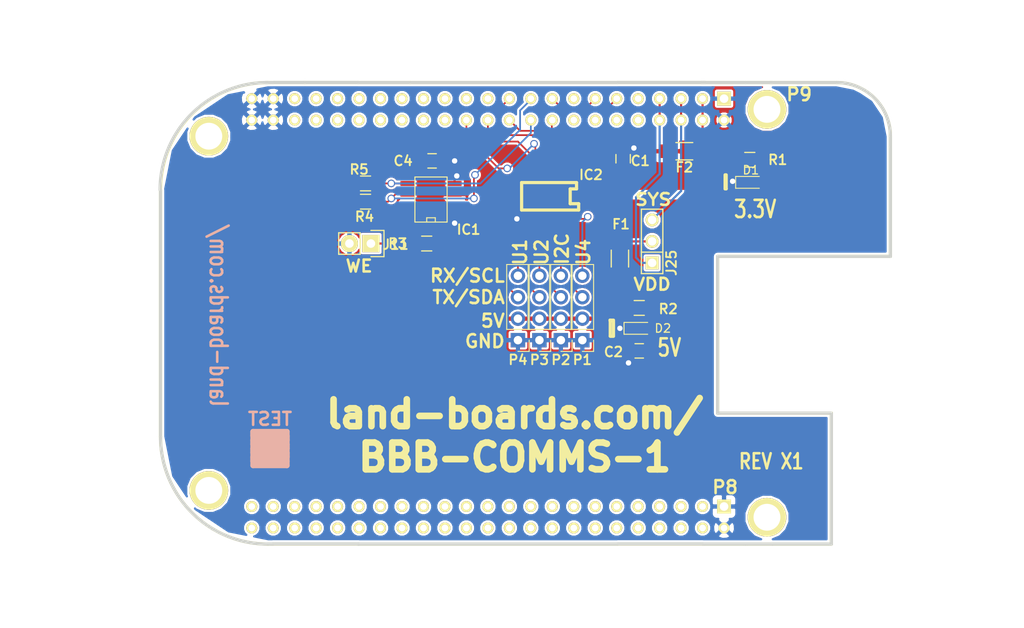
<source format=kicad_pcb>
(kicad_pcb (version 4) (host pcbnew 4.0.5)

  (general
    (links 69)
    (no_connects 0)
    (area 74.770399 43.7488 195.879735 117.501501)
    (thickness 1.6002)
    (drawings 58)
    (tracks 142)
    (zones 0)
    (modules 24)
    (nets 29)
  )

  (page A4)
  (title_block
    (title "Prototype cape for BeagleBone")
    (date "17 aug 2014")
    (rev 0.3)
    (company "Jacek Radzikowski <jacek.radzikowski@gmail.com>")
  )

  (layers
    (0 Front signal)
    (31 Back signal)
    (36 B.SilkS user)
    (37 F.SilkS user)
    (38 B.Mask user)
    (39 F.Mask user)
    (40 Dwgs.User user)
    (44 Edge.Cuts user)
  )

  (setup
    (last_trace_width 0.2032)
    (user_trace_width 0.254)
    (trace_clearance 0.2032)
    (zone_clearance 0.254)
    (zone_45_only no)
    (trace_min 0.2032)
    (segment_width 0.381)
    (edge_width 0.381)
    (via_size 0.889)
    (via_drill 0.635)
    (via_min_size 0.889)
    (via_min_drill 0.508)
    (uvia_size 0.508)
    (uvia_drill 0.127)
    (uvias_allowed no)
    (uvia_min_size 0.508)
    (uvia_min_drill 0.127)
    (pcb_text_width 0.3048)
    (pcb_text_size 1.524 2.032)
    (mod_edge_width 0.381)
    (mod_text_size 1.143 1.143)
    (mod_text_width 0.22225)
    (pad_size 0.25 1.55)
    (pad_drill 0)
    (pad_to_mask_clearance 0.254)
    (aux_axis_origin 93.726 52.705)
    (visible_elements 7FFFFF7F)
    (pcbplotparams
      (layerselection 0x010f0_80000001)
      (usegerberextensions false)
      (excludeedgelayer true)
      (linewidth 0.150000)
      (plotframeref false)
      (viasonmask false)
      (mode 1)
      (useauxorigin true)
      (hpglpennumber 1)
      (hpglpenspeed 20)
      (hpglpendiameter 15)
      (hpglpenoverlay 0)
      (psnegative false)
      (psa4output false)
      (plotreference true)
      (plotvalue false)
      (plotinvisibletext false)
      (padsonsilk false)
      (subtractmaskfromsilk true)
      (outputformat 1)
      (mirror false)
      (drillshape 0)
      (scaleselection 1)
      (outputdirectory plots))
  )

  (net 0 "")
  (net 1 GND)
  (net 2 VDD_5V)
  (net 3 VDD_5V-UF)
  (net 4 VDD_3V3-UF)
  (net 5 SYS_5V)
  (net 6 "Net-(F1-Pad2)")
  (net 7 "/P9 Connector/UART4_RXD")
  (net 8 "/P9 Connector/UART4_TXD")
  (net 9 "/P9 Connector/I2C1_SCL")
  (net 10 "/P9 Connector/I2C1_SDA")
  (net 11 "/P9 Connector/UART2_TXD")
  (net 12 "/P9 Connector/UART2_RXD")
  (net 13 "/P9 Connector/UART1_TXD")
  (net 14 "/P9 Connector/UART1_RXD")
  (net 15 I2C2_SCL)
  (net 16 I2C2_SDA)
  (net 17 "/P9 Connector/U4TX")
  (net 18 "/P9 Connector/U4RX")
  (net 19 "/P9 Connector/SDA")
  (net 20 "/P9 Connector/SCL")
  (net 21 "/P9 Connector/U2TX")
  (net 22 "/P9 Connector/U2RX")
  (net 23 "/P9 Connector/U1TX")
  (net 24 "/P9 Connector/U1RX")
  (net 25 "Net-(IC1-Pad7)")
  (net 26 VCC_3V3EXP)
  (net 27 "Net-(D1-Pad2)")
  (net 28 "Net-(D2-Pad2)")

  (net_class Default "This is the default net class."
    (clearance 0.2032)
    (trace_width 0.2032)
    (via_dia 0.889)
    (via_drill 0.635)
    (uvia_dia 0.508)
    (uvia_drill 0.127)
    (add_net "/P9 Connector/I2C1_SCL")
    (add_net "/P9 Connector/I2C1_SDA")
    (add_net "/P9 Connector/SCL")
    (add_net "/P9 Connector/SDA")
    (add_net "/P9 Connector/U1RX")
    (add_net "/P9 Connector/U1TX")
    (add_net "/P9 Connector/U2RX")
    (add_net "/P9 Connector/U2TX")
    (add_net "/P9 Connector/U4RX")
    (add_net "/P9 Connector/U4TX")
    (add_net "/P9 Connector/UART1_RXD")
    (add_net "/P9 Connector/UART1_TXD")
    (add_net "/P9 Connector/UART2_RXD")
    (add_net "/P9 Connector/UART2_TXD")
    (add_net "/P9 Connector/UART4_RXD")
    (add_net "/P9 Connector/UART4_TXD")
    (add_net I2C2_SCL)
    (add_net I2C2_SDA)
    (add_net "Net-(D1-Pad2)")
    (add_net "Net-(D2-Pad2)")
    (add_net "Net-(F1-Pad2)")
    (add_net "Net-(IC1-Pad7)")
    (add_net SYS_5V)
    (add_net VCC_3V3EXP)
    (add_net VDD_3V3-UF)
    (add_net VDD_5V)
    (add_net VDD_5V-UF)
  )

  (net_class PWR ""
    (clearance 0.254)
    (trace_width 0.508)
    (via_dia 0.889)
    (via_drill 0.635)
    (uvia_dia 0.508)
    (uvia_drill 0.127)
    (add_net GND)
  )

  (module LandBoards_Marking:TEST_BLK-REAR (layer Front) (tedit 5939D6B3) (tstamp 5939D677)
    (at 106.68 96.012)
    (path /54E53953)
    (fp_text reference TEST (at 0 -3.5) (layer B.SilkS)
      (effects (font (thickness 0.3048)) (justify mirror))
    )
    (fp_text value COUPON (at 0 4) (layer F.SilkS) hide
      (effects (font (thickness 0.3048)))
    )
    (fp_line (start -2 -2) (end 2 -2) (layer B.SilkS) (width 0.65))
    (fp_line (start 2 -2) (end 2 2) (layer B.SilkS) (width 0.65))
    (fp_line (start 2 2) (end -2 2) (layer B.SilkS) (width 0.65))
    (fp_line (start -2 2) (end -2 -2) (layer B.SilkS) (width 0.65))
    (fp_line (start -2 -2) (end -2 -1.5) (layer B.SilkS) (width 0.65))
    (fp_line (start -2 -1.5) (end 2 -1.5) (layer B.SilkS) (width 0.65))
    (fp_line (start 2 -1.5) (end 2 -1) (layer B.SilkS) (width 0.65))
    (fp_line (start 2 -1) (end -2 -1) (layer B.SilkS) (width 0.65))
    (fp_line (start -2 -1) (end -2 -0.5) (layer B.SilkS) (width 0.65))
    (fp_line (start -2 -0.5) (end 2 -0.5) (layer B.SilkS) (width 0.65))
    (fp_line (start 2 -0.5) (end 2 0) (layer B.SilkS) (width 0.65))
    (fp_line (start 2 0) (end -2 0) (layer B.SilkS) (width 0.65))
    (fp_line (start -2 0) (end -2 0.5) (layer B.SilkS) (width 0.65))
    (fp_line (start -2 0.5) (end 1.5 0.5) (layer B.SilkS) (width 0.65))
    (fp_line (start 1.5 0.5) (end 2 0.5) (layer B.SilkS) (width 0.65))
    (fp_line (start 2 0.5) (end 2 1) (layer B.SilkS) (width 0.65))
    (fp_line (start 2 1) (end -2 1) (layer B.SilkS) (width 0.65))
    (fp_line (start -2 1) (end -2 1.5) (layer B.SilkS) (width 0.65))
    (fp_line (start -2 1.5) (end 2 1.5) (layer B.SilkS) (width 0.65))
  )

  (module PIN_ARRAY_3X1 (layer Front) (tedit 59394B41) (tstamp 53C03D90)
    (at 151.892 71.501 90)
    (descr "Connecteur 3 pins")
    (tags "CONN DEV")
    (path /4EB0F8E9/53C03D1E)
    (fp_text reference J25 (at -2.54 2.286 90) (layer F.SilkS)
      (effects (font (size 1.143 1.143) (thickness 0.22225)))
    )
    (fp_text value CONN_3 (at 0 -2.159 90) (layer F.SilkS) hide
      (effects (font (size 1.016 1.016) (thickness 0.1524)))
    )
    (fp_line (start -3.81 1.27) (end -3.81 -1.27) (layer F.SilkS) (width 0.1524))
    (fp_line (start -3.81 -1.27) (end 3.81 -1.27) (layer F.SilkS) (width 0.1524))
    (fp_line (start 3.81 -1.27) (end 3.81 1.27) (layer F.SilkS) (width 0.1524))
    (fp_line (start 3.81 1.27) (end -3.81 1.27) (layer F.SilkS) (width 0.1524))
    (fp_line (start -1.27 -1.27) (end -1.27 1.27) (layer F.SilkS) (width 0.1524))
    (pad 1 thru_hole rect (at -2.54 0 90) (size 1.524 1.524) (drill 1.016) (layers *.Cu *.Mask F.SilkS)
      (net 5 SYS_5V))
    (pad 2 thru_hole circle (at 0 0 90) (size 1.524 1.524) (drill 1.016) (layers *.Cu *.Mask F.SilkS)
      (net 6 "Net-(F1-Pad2)"))
    (pad 3 thru_hole circle (at 2.54 0 90) (size 1.524 1.524) (drill 1.016) (layers *.Cu *.Mask F.SilkS)
      (net 3 VDD_5V-UF))
    (model pin_array/pins_array_3x1.wrl
      (at (xyz 0 0 0))
      (scale (xyz 1 1 1))
      (rotate (xyz 0 0 0))
    )
  )

  (module FIDUCIAL (layer Front) (tedit 518BF783) (tstamp 563390C0)
    (at 171.196 103.251)
    (path /54E5394D)
    (fp_text reference FID1 (at 0 2.3495) (layer F.SilkS) hide
      (effects (font (size 1.143 1.143) (thickness 0.22225)))
    )
    (fp_text value CONN_1 (at 0.127 -2.794) (layer F.SilkS) hide
      (effects (font (size 1.016 1.016) (thickness 0.2032)))
    )
    (pad 1 smd circle (at 0 0) (size 1 1) (layers Front F.Mask)
      (solder_mask_margin 1) (clearance 1))
  )

  (module FIDUCIAL (layer Front) (tedit 56F57A3E) (tstamp 563390C5)
    (at 136.6266 116.997501)
    (path /54E53947)
    (fp_text reference FID2 (at -34.2646 -20.985501) (layer F.SilkS) hide
      (effects (font (size 1.143 1.143) (thickness 0.22225)))
    )
    (fp_text value CONN_1 (at -33.2486 -20.985501) (layer F.SilkS) hide
      (effects (font (size 1.016 1.016) (thickness 0.2032)))
    )
    (pad 1 smd circle (at -39.5986 -53.497501) (size 1 1) (layers Front F.Mask)
      (solder_mask_margin 1) (clearance 1))
  )

  (module dougsLib:SO8E-wider (layer Front) (tedit 593951B2) (tstamp 563390E6)
    (at 125.73 66.548 90)
    (descr "module CMS SOJ 8 pins etroit")
    (tags "CMS SOJ")
    (path /4EB0F8E9/5633D704)
    (attr smd)
    (fp_text reference IC1 (at -3.556 4.445 180) (layer F.SilkS)
      (effects (font (size 1.143 1.143) (thickness 0.22225)))
    )
    (fp_text value I2C-EEPROM (at 0.254 6.35 90) (layer Dwgs.User) hide
      (effects (font (size 0.889 0.889) (thickness 0.1524)))
    )
    (fp_line (start -2.667 1.778) (end -2.667 1.905) (layer F.SilkS) (width 0.127))
    (fp_line (start -2.667 1.905) (end 2.667 1.905) (layer F.SilkS) (width 0.127))
    (fp_line (start 2.667 -1.905) (end -2.667 -1.905) (layer F.SilkS) (width 0.127))
    (fp_line (start -2.667 -1.905) (end -2.667 1.778) (layer F.SilkS) (width 0.127))
    (fp_line (start -2.667 -0.508) (end -2.159 -0.508) (layer F.SilkS) (width 0.127))
    (fp_line (start -2.159 -0.508) (end -2.159 0.508) (layer F.SilkS) (width 0.127))
    (fp_line (start -2.159 0.508) (end -2.667 0.508) (layer F.SilkS) (width 0.127))
    (fp_line (start 2.667 -1.905) (end 2.667 1.905) (layer F.SilkS) (width 0.127))
    (pad 8 smd rect (at -1.905 -2.794 90) (size 0.59944 1.651) (layers Front F.Mask)
      (net 26 VCC_3V3EXP))
    (pad 1 smd rect (at -1.905 2.794 90) (size 0.59944 1.651) (layers Front F.Mask)
      (net 1 GND))
    (pad 7 smd rect (at -0.635 -2.794 90) (size 0.59944 1.651) (layers Front F.Mask)
      (net 25 "Net-(IC1-Pad7)"))
    (pad 6 smd rect (at 0.635 -2.794 90) (size 0.59944 1.651) (layers Front F.Mask)
      (net 15 I2C2_SCL))
    (pad 5 smd rect (at 1.905 -2.794 90) (size 0.59944 1.651) (layers Front F.Mask)
      (net 16 I2C2_SDA))
    (pad 2 smd rect (at -0.635 2.794 90) (size 0.59944 1.651) (layers Front F.Mask)
      (net 1 GND))
    (pad 3 smd rect (at 0.635 2.794 90) (size 0.59944 1.651) (layers Front F.Mask)
      (net 26 VCC_3V3EXP))
    (pad 4 smd rect (at 1.905 2.794 90) (size 0.59944 1.651) (layers Front F.Mask)
      (net 1 GND))
    (model smd/cms_so8.wrl
      (at (xyz 0 0 0))
      (scale (xyz 0.5 0.32 0.5))
      (rotate (xyz 0 0 0))
    )
  )

  (module dougsLib:BEAGLEBONE locked (layer Front) (tedit 53C05517) (tstamp 5648FF1A)
    (at 136.906 80.01)
    (path /54E536E2/54E25DF8)
    (fp_text reference BRD1 (at 0 1.778) (layer F.SilkS) hide
      (effects (font (size 1.143 1.143) (thickness 0.22225)))
    )
    (fp_text value BEAGLEBONE (at 0 -1.143) (layer F.SilkS) hide
      (effects (font (thickness 0.3048)))
    )
    (fp_line (start -30.48 27.305) (end 36.195 27.305) (layer F.SilkS) (width 0.381))
    (fp_line (start 36.195 11.811) (end 22.733 11.811) (layer F.SilkS) (width 0.381))
    (fp_line (start 36.195 27.305) (end 36.195 11.811) (layer F.SilkS) (width 0.381))
    (fp_line (start 43.18 -6.731) (end 43.18 -19.685) (layer F.SilkS) (width 0.381))
    (fp_line (start 43.18 -6.731) (end 22.733 -6.731) (layer F.SilkS) (width 0.381))
    (fp_line (start 22.733 -6.731) (end 22.733 11.811) (layer F.SilkS) (width 0.381))
    (fp_line (start 43.18 -20.955) (end 43.18 -19.685) (layer F.SilkS) (width 0.381))
    (fp_line (start -30.48 -27.305) (end 36.83 -27.305) (layer F.SilkS) (width 0.381))
    (fp_line (start -43.18 -14.605) (end -43.18 14.605) (layer F.SilkS) (width 0.381))
    (fp_arc (start -30.48 -14.605) (end -43.18 -14.605) (angle 90) (layer F.SilkS) (width 0.381))
    (fp_arc (start -30.48 14.605) (end -30.48 27.305) (angle 90) (layer F.SilkS) (width 0.381))
    (fp_arc (start 36.83 -20.955) (end 36.83 -27.305) (angle 90) (layer F.SilkS) (width 0.381))
    (pad M1 thru_hole circle (at -37.465 -20.955) (size 4.572 4.572) (drill 3.175) (layers *.Cu *.Mask F.SilkS))
    (pad M2 thru_hole circle (at 28.575 -24.13) (size 4.572 4.572) (drill 3.175) (layers *.Cu *.Mask F.SilkS))
    (pad M3 thru_hole circle (at 28.575 24.13) (size 4.572 4.572) (drill 3.175) (layers *.Cu *.Mask F.SilkS))
    (pad M4 thru_hole circle (at -37.465 20.955) (size 4.572 4.572) (drill 3.175) (layers *.Cu *.Mask F.SilkS))
    (pad C1 thru_hole rect (at 23.495 -25.4) (size 1.651 1.651) (drill 1.016) (layers *.Cu *.Mask F.SilkS)
      (net 1 GND))
    (pad C2 thru_hole circle (at 23.495 -22.86) (size 1.30048 1.30048) (drill 0.8001) (layers *.Cu *.Mask F.SilkS)
      (net 1 GND))
    (pad C3 thru_hole circle (at 20.955 -25.4) (size 1.30048 1.30048) (drill 0.8001) (layers *.Cu *.Mask F.SilkS)
      (net 4 VDD_3V3-UF))
    (pad C4 thru_hole circle (at 20.955 -22.86) (size 1.30048 1.30048) (drill 0.8001) (layers *.Cu *.Mask F.SilkS)
      (net 4 VDD_3V3-UF))
    (pad C5 thru_hole circle (at 18.415 -25.4) (size 1.30048 1.30048) (drill 0.8001) (layers *.Cu *.Mask F.SilkS)
      (net 3 VDD_5V-UF))
    (pad C6 thru_hole circle (at 18.415 -22.86) (size 1.30048 1.30048) (drill 0.8001) (layers *.Cu *.Mask F.SilkS)
      (net 3 VDD_5V-UF))
    (pad C7 thru_hole circle (at 15.875 -25.4) (size 1.30048 1.30048) (drill 0.8001) (layers *.Cu *.Mask F.SilkS)
      (net 5 SYS_5V))
    (pad C8 thru_hole circle (at 15.875 -22.86) (size 1.30048 1.30048) (drill 0.8001) (layers *.Cu *.Mask F.SilkS)
      (net 5 SYS_5V))
    (pad C9 thru_hole circle (at 13.335 -25.4) (size 1.30048 1.30048) (drill 0.8001) (layers *.Cu *.Mask F.SilkS))
    (pad C10 thru_hole circle (at 13.335 -22.86) (size 1.30048 1.30048) (drill 0.8001) (layers *.Cu *.Mask F.SilkS))
    (pad C11 thru_hole circle (at 10.795 -25.4) (size 1.30048 1.30048) (drill 0.8001) (layers *.Cu *.Mask F.SilkS)
      (net 7 "/P9 Connector/UART4_RXD"))
    (pad C12 thru_hole circle (at 10.795 -22.86) (size 1.30048 1.30048) (drill 0.8001) (layers *.Cu *.Mask F.SilkS))
    (pad C13 thru_hole circle (at 8.255 -25.4) (size 1.30048 1.30048) (drill 0.8001) (layers *.Cu *.Mask F.SilkS)
      (net 8 "/P9 Connector/UART4_TXD"))
    (pad C14 thru_hole circle (at 8.255 -22.86) (size 1.30048 1.30048) (drill 0.8001) (layers *.Cu *.Mask F.SilkS))
    (pad C15 thru_hole circle (at 5.715 -25.4) (size 1.30048 1.30048) (drill 0.8001) (layers *.Cu *.Mask F.SilkS))
    (pad C16 thru_hole circle (at 5.715 -22.86) (size 1.30048 1.30048) (drill 0.8001) (layers *.Cu *.Mask F.SilkS))
    (pad C17 thru_hole circle (at 3.175 -25.4) (size 1.30048 1.30048) (drill 0.8001) (layers *.Cu *.Mask F.SilkS)
      (net 9 "/P9 Connector/I2C1_SCL"))
    (pad C18 thru_hole circle (at 3.175 -22.86) (size 1.30048 1.30048) (drill 0.8001) (layers *.Cu *.Mask F.SilkS)
      (net 10 "/P9 Connector/I2C1_SDA"))
    (pad C19 thru_hole circle (at 0.635 -25.4) (size 1.30048 1.30048) (drill 0.8001) (layers *.Cu *.Mask F.SilkS)
      (net 15 I2C2_SCL))
    (pad C20 thru_hole circle (at 0.635 -22.86) (size 1.30048 1.30048) (drill 0.8001) (layers *.Cu *.Mask F.SilkS)
      (net 16 I2C2_SDA))
    (pad C21 thru_hole circle (at -1.905 -25.4) (size 1.30048 1.30048) (drill 0.8001) (layers *.Cu *.Mask F.SilkS)
      (net 11 "/P9 Connector/UART2_TXD"))
    (pad C22 thru_hole circle (at -1.905 -22.86) (size 1.30048 1.30048) (drill 0.8001) (layers *.Cu *.Mask F.SilkS)
      (net 12 "/P9 Connector/UART2_RXD"))
    (pad C23 thru_hole circle (at -4.445 -25.4) (size 1.30048 1.30048) (drill 0.8001) (layers *.Cu *.Mask F.SilkS))
    (pad C24 thru_hole circle (at -4.445 -22.86) (size 1.30048 1.30048) (drill 0.8001) (layers *.Cu *.Mask F.SilkS)
      (net 13 "/P9 Connector/UART1_TXD"))
    (pad C25 thru_hole circle (at -6.985 -25.4) (size 1.30048 1.30048) (drill 0.8001) (layers *.Cu *.Mask F.SilkS))
    (pad C26 thru_hole circle (at -6.985 -22.86) (size 1.30048 1.30048) (drill 0.8001) (layers *.Cu *.Mask F.SilkS)
      (net 14 "/P9 Connector/UART1_RXD"))
    (pad C27 thru_hole circle (at -9.525 -25.4) (size 1.30048 1.30048) (drill 0.8001) (layers *.Cu *.Mask F.SilkS))
    (pad C28 thru_hole circle (at -9.525 -22.86) (size 1.30048 1.30048) (drill 0.8001) (layers *.Cu *.Mask F.SilkS))
    (pad C29 thru_hole circle (at -12.065 -25.4) (size 1.30048 1.30048) (drill 0.8001) (layers *.Cu *.Mask F.SilkS))
    (pad C30 thru_hole circle (at -12.065 -22.86) (size 1.30048 1.30048) (drill 0.8001) (layers *.Cu *.Mask F.SilkS))
    (pad C31 thru_hole circle (at -14.605 -25.4) (size 1.30048 1.30048) (drill 0.8001) (layers *.Cu *.Mask F.SilkS))
    (pad C32 thru_hole circle (at -14.605 -22.86) (size 1.30048 1.30048) (drill 0.8001) (layers *.Cu *.Mask F.SilkS))
    (pad C33 thru_hole circle (at -17.145 -25.4) (size 1.30048 1.30048) (drill 0.8001) (layers *.Cu *.Mask F.SilkS))
    (pad C34 thru_hole circle (at -17.145 -22.86) (size 1.30048 1.30048) (drill 0.8001) (layers *.Cu *.Mask F.SilkS))
    (pad C35 thru_hole circle (at -19.685 -25.4) (size 1.30048 1.30048) (drill 0.8001) (layers *.Cu *.Mask F.SilkS))
    (pad C36 thru_hole circle (at -19.685 -22.86) (size 1.30048 1.30048) (drill 0.8001) (layers *.Cu *.Mask F.SilkS))
    (pad C37 thru_hole circle (at -22.225 -25.4) (size 1.30048 1.30048) (drill 0.8001) (layers *.Cu *.Mask F.SilkS))
    (pad C38 thru_hole circle (at -22.225 -22.86) (size 1.30048 1.30048) (drill 0.8001) (layers *.Cu *.Mask F.SilkS))
    (pad C39 thru_hole circle (at -24.765 -25.4) (size 1.30048 1.30048) (drill 0.8001) (layers *.Cu *.Mask F.SilkS))
    (pad C40 thru_hole circle (at -24.765 -22.86) (size 1.30048 1.30048) (drill 0.8001) (layers *.Cu *.Mask F.SilkS))
    (pad C41 thru_hole circle (at -27.305 -25.4) (size 1.30048 1.30048) (drill 0.8001) (layers *.Cu *.Mask F.SilkS))
    (pad C42 thru_hole circle (at -27.305 -22.86) (size 1.30048 1.30048) (drill 0.8001) (layers *.Cu *.Mask F.SilkS))
    (pad C43 thru_hole circle (at -29.845 -25.4) (size 1.30048 1.30048) (drill 0.8001) (layers *.Cu *.Mask F.SilkS)
      (net 1 GND))
    (pad C44 thru_hole circle (at -29.845 -22.86) (size 1.30048 1.30048) (drill 0.8001) (layers *.Cu *.Mask F.SilkS)
      (net 1 GND))
    (pad C45 thru_hole circle (at -32.385 -25.4) (size 1.30048 1.30048) (drill 0.8001) (layers *.Cu *.Mask F.SilkS)
      (net 1 GND))
    (pad C46 thru_hole circle (at -32.385 -22.86) (size 1.30048 1.30048) (drill 0.8001) (layers *.Cu *.Mask F.SilkS)
      (net 1 GND))
    (pad B1 thru_hole rect (at 23.495 22.86) (size 1.651 1.651) (drill 1.016) (layers *.Cu *.Mask F.SilkS)
      (net 1 GND))
    (pad B2 thru_hole circle (at 23.495 25.4) (size 1.30048 1.30048) (drill 0.8001) (layers *.Cu *.Mask F.SilkS)
      (net 1 GND))
    (pad B3 thru_hole circle (at 20.955 22.86) (size 1.30048 1.30048) (drill 0.8001) (layers *.Cu *.Mask F.SilkS))
    (pad B4 thru_hole circle (at 20.955 25.4) (size 1.30048 1.30048) (drill 0.8001) (layers *.Cu *.Mask F.SilkS))
    (pad B5 thru_hole circle (at 18.415 22.86) (size 1.30048 1.30048) (drill 0.8001) (layers *.Cu *.Mask F.SilkS))
    (pad B6 thru_hole circle (at 18.415 25.4) (size 1.30048 1.30048) (drill 0.8001) (layers *.Cu *.Mask F.SilkS))
    (pad B7 thru_hole circle (at 15.875 22.86) (size 1.30048 1.30048) (drill 0.8001) (layers *.Cu *.Mask F.SilkS))
    (pad B8 thru_hole circle (at 15.875 25.4) (size 1.30048 1.30048) (drill 0.8001) (layers *.Cu *.Mask F.SilkS))
    (pad B9 thru_hole circle (at 13.335 22.86) (size 1.30048 1.30048) (drill 0.8001) (layers *.Cu *.Mask F.SilkS))
    (pad B10 thru_hole circle (at 13.335 25.4) (size 1.30048 1.30048) (drill 0.8001) (layers *.Cu *.Mask F.SilkS))
    (pad B11 thru_hole circle (at 10.795 22.86) (size 1.30048 1.30048) (drill 0.8001) (layers *.Cu *.Mask F.SilkS))
    (pad B12 thru_hole circle (at 10.795 25.4) (size 1.30048 1.30048) (drill 0.8001) (layers *.Cu *.Mask F.SilkS))
    (pad B13 thru_hole circle (at 8.255 22.86) (size 1.30048 1.30048) (drill 0.8001) (layers *.Cu *.Mask F.SilkS))
    (pad B14 thru_hole circle (at 8.255 25.4) (size 1.30048 1.30048) (drill 0.8001) (layers *.Cu *.Mask F.SilkS))
    (pad B15 thru_hole circle (at 5.715 22.86) (size 1.30048 1.30048) (drill 0.8001) (layers *.Cu *.Mask F.SilkS))
    (pad B16 thru_hole circle (at 5.715 25.4) (size 1.30048 1.30048) (drill 0.8001) (layers *.Cu *.Mask F.SilkS))
    (pad B17 thru_hole circle (at 3.175 22.86) (size 1.30048 1.30048) (drill 0.8001) (layers *.Cu *.Mask F.SilkS))
    (pad B18 thru_hole circle (at 3.175 25.4) (size 1.30048 1.30048) (drill 0.8001) (layers *.Cu *.Mask F.SilkS))
    (pad B19 thru_hole circle (at 0.635 22.86) (size 1.30048 1.30048) (drill 0.8001) (layers *.Cu *.Mask F.SilkS))
    (pad B20 thru_hole circle (at 0.635 25.4) (size 1.30048 1.30048) (drill 0.8001) (layers *.Cu *.Mask F.SilkS))
    (pad B21 thru_hole circle (at -1.905 22.86) (size 1.30048 1.30048) (drill 0.8001) (layers *.Cu *.Mask F.SilkS))
    (pad B22 thru_hole circle (at -1.905 25.4) (size 1.30048 1.30048) (drill 0.8001) (layers *.Cu *.Mask F.SilkS))
    (pad B23 thru_hole circle (at -4.445 22.86) (size 1.30048 1.30048) (drill 0.8001) (layers *.Cu *.Mask F.SilkS))
    (pad B24 thru_hole circle (at -4.445 25.4) (size 1.30048 1.30048) (drill 0.8001) (layers *.Cu *.Mask F.SilkS))
    (pad B25 thru_hole circle (at -6.985 22.86) (size 1.30048 1.30048) (drill 0.8001) (layers *.Cu *.Mask F.SilkS))
    (pad B26 thru_hole circle (at -6.985 25.4) (size 1.30048 1.30048) (drill 0.8001) (layers *.Cu *.Mask F.SilkS))
    (pad B27 thru_hole circle (at -9.525 22.86) (size 1.30048 1.30048) (drill 0.8001) (layers *.Cu *.Mask F.SilkS))
    (pad B28 thru_hole circle (at -9.525 25.4) (size 1.30048 1.30048) (drill 0.8001) (layers *.Cu *.Mask F.SilkS))
    (pad B29 thru_hole circle (at -12.065 22.86) (size 1.30048 1.30048) (drill 0.8001) (layers *.Cu *.Mask F.SilkS))
    (pad B30 thru_hole circle (at -12.065 25.4) (size 1.30048 1.30048) (drill 0.8001) (layers *.Cu *.Mask F.SilkS))
    (pad B31 thru_hole circle (at -14.605 22.86) (size 1.30048 1.30048) (drill 0.8001) (layers *.Cu *.Mask F.SilkS))
    (pad B32 thru_hole circle (at -14.605 25.4) (size 1.30048 1.30048) (drill 0.8001) (layers *.Cu *.Mask F.SilkS))
    (pad B33 thru_hole circle (at -17.145 22.86) (size 1.30048 1.30048) (drill 0.8001) (layers *.Cu *.Mask F.SilkS))
    (pad B34 thru_hole circle (at -17.145 25.4) (size 1.30048 1.30048) (drill 0.8001) (layers *.Cu *.Mask F.SilkS))
    (pad B35 thru_hole circle (at -19.685 22.86) (size 1.30048 1.30048) (drill 0.8001) (layers *.Cu *.Mask F.SilkS))
    (pad B36 thru_hole circle (at -19.685 25.4) (size 1.30048 1.30048) (drill 0.8001) (layers *.Cu *.Mask F.SilkS))
    (pad B37 thru_hole circle (at -22.225 22.86) (size 1.30048 1.30048) (drill 0.8001) (layers *.Cu *.Mask F.SilkS))
    (pad B38 thru_hole circle (at -22.225 25.4) (size 1.30048 1.30048) (drill 0.8001) (layers *.Cu *.Mask F.SilkS))
    (pad B39 thru_hole circle (at -24.765 22.86) (size 1.30048 1.30048) (drill 0.8001) (layers *.Cu *.Mask F.SilkS))
    (pad B40 thru_hole circle (at -24.765 25.4) (size 1.30048 1.30048) (drill 0.8001) (layers *.Cu *.Mask F.SilkS))
    (pad B41 thru_hole circle (at -27.305 22.86) (size 1.30048 1.30048) (drill 0.8001) (layers *.Cu *.Mask F.SilkS))
    (pad B42 thru_hole circle (at -27.305 25.4) (size 1.30048 1.30048) (drill 0.8001) (layers *.Cu *.Mask F.SilkS))
    (pad B43 thru_hole circle (at -29.845 22.86) (size 1.30048 1.30048) (drill 0.8001) (layers *.Cu *.Mask F.SilkS))
    (pad B44 thru_hole circle (at -29.845 25.4) (size 1.30048 1.30048) (drill 0.8001) (layers *.Cu *.Mask F.SilkS))
    (pad B45 thru_hole circle (at -32.385 22.86) (size 1.30048 1.30048) (drill 0.8001) (layers *.Cu *.Mask F.SilkS))
    (pad B46 thru_hole circle (at -32.385 25.4) (size 1.30048 1.30048) (drill 0.8001) (layers *.Cu *.Mask F.SilkS))
  )

  (module Pin_Headers:Pin_Header_Straight_1x02 (layer Front) (tedit 59395085) (tstamp 5648FF9D)
    (at 118.618 71.755 270)
    (descr "Through hole pin header")
    (tags "pin header")
    (path /4EB0F8E9/53F107E0)
    (fp_text reference J11 (at 0.127 -2.921 360) (layer F.SilkS)
      (effects (font (size 1.143 1.143) (thickness 0.22225)))
    )
    (fp_text value CONN_2 (at 0 -3.1 270) (layer F.SilkS) hide
      (effects (font (size 1 1) (thickness 0.15)))
    )
    (fp_line (start 1.27 1.27) (end 1.27 3.81) (layer F.SilkS) (width 0.15))
    (fp_line (start 1.55 -1.55) (end 1.55 0) (layer F.SilkS) (width 0.15))
    (fp_line (start -1.75 -1.75) (end -1.75 4.3) (layer F.CrtYd) (width 0.05))
    (fp_line (start 1.75 -1.75) (end 1.75 4.3) (layer F.CrtYd) (width 0.05))
    (fp_line (start -1.75 -1.75) (end 1.75 -1.75) (layer F.CrtYd) (width 0.05))
    (fp_line (start -1.75 4.3) (end 1.75 4.3) (layer F.CrtYd) (width 0.05))
    (fp_line (start 1.27 1.27) (end -1.27 1.27) (layer F.SilkS) (width 0.15))
    (fp_line (start -1.55 0) (end -1.55 -1.55) (layer F.SilkS) (width 0.15))
    (fp_line (start -1.55 -1.55) (end 1.55 -1.55) (layer F.SilkS) (width 0.15))
    (fp_line (start -1.27 1.27) (end -1.27 3.81) (layer F.SilkS) (width 0.15))
    (fp_line (start -1.27 3.81) (end 1.27 3.81) (layer F.SilkS) (width 0.15))
    (pad 1 thru_hole rect (at 0 0 270) (size 2.032 2.032) (drill 1.016) (layers *.Cu *.Mask F.SilkS)
      (net 25 "Net-(IC1-Pad7)"))
    (pad 2 thru_hole oval (at 0 2.54 270) (size 2.032 2.032) (drill 1.016) (layers *.Cu *.Mask F.SilkS)
      (net 1 GND))
    (model Pin_Headers.3dshapes/Pin_Header_Straight_1x02.wrl
      (at (xyz 0 -0.05 0))
      (scale (xyz 1 1 1))
      (rotate (xyz 0 0 90))
    )
  )

  (module Resistors_SMD:R_0805_HandSoldering (layer Front) (tedit 56490B32) (tstamp 5648FFAD)
    (at 163.449 61.849)
    (descr "Resistor SMD 0805, hand soldering")
    (tags "resistor 0805")
    (path /4EB0F8E9/53C0587F)
    (attr smd)
    (fp_text reference R1 (at 3.302 0) (layer F.SilkS)
      (effects (font (size 1.143 1.143) (thickness 0.22225)))
    )
    (fp_text value 120 (at 3.81 0) (layer F.SilkS) hide
      (effects (font (size 1 1) (thickness 0.15)))
    )
    (fp_line (start -2.4 -1) (end 2.4 -1) (layer F.CrtYd) (width 0.05))
    (fp_line (start -2.4 1) (end 2.4 1) (layer F.CrtYd) (width 0.05))
    (fp_line (start -2.4 -1) (end -2.4 1) (layer F.CrtYd) (width 0.05))
    (fp_line (start 2.4 -1) (end 2.4 1) (layer F.CrtYd) (width 0.05))
    (fp_line (start 0.6 0.875) (end -0.6 0.875) (layer F.SilkS) (width 0.15))
    (fp_line (start -0.6 -0.875) (end 0.6 -0.875) (layer F.SilkS) (width 0.15))
    (pad 1 smd rect (at -1.35 0) (size 1.5 1.3) (layers Front F.Mask)
      (net 26 VCC_3V3EXP))
    (pad 2 smd rect (at 1.35 0) (size 1.5 1.3) (layers Front F.Mask)
      (net 27 "Net-(D1-Pad2)"))
    (model Resistors_SMD.3dshapes/R_0805_HandSoldering.wrl
      (at (xyz 0 0 0))
      (scale (xyz 1 1 1))
      (rotate (xyz 0 0 0))
    )
  )

  (module Resistors_SMD:R_0805_HandSoldering (layer Front) (tedit 59394B27) (tstamp 5648FFB8)
    (at 150.368 79.375)
    (descr "Resistor SMD 0805, hand soldering")
    (tags "resistor 0805")
    (path /4EB0F8E9/53ADFF9C)
    (attr smd)
    (fp_text reference R2 (at 3.429 0.127 180) (layer F.SilkS)
      (effects (font (size 1.143 1.143) (thickness 0.22225)))
    )
    (fp_text value 330 (at 0 2.1) (layer F.SilkS) hide
      (effects (font (size 1 1) (thickness 0.15)))
    )
    (fp_line (start -2.4 -1) (end 2.4 -1) (layer F.CrtYd) (width 0.05))
    (fp_line (start -2.4 1) (end 2.4 1) (layer F.CrtYd) (width 0.05))
    (fp_line (start -2.4 -1) (end -2.4 1) (layer F.CrtYd) (width 0.05))
    (fp_line (start 2.4 -1) (end 2.4 1) (layer F.CrtYd) (width 0.05))
    (fp_line (start 0.6 0.875) (end -0.6 0.875) (layer F.SilkS) (width 0.15))
    (fp_line (start -0.6 -0.875) (end 0.6 -0.875) (layer F.SilkS) (width 0.15))
    (pad 1 smd rect (at -1.35 0) (size 1.5 1.3) (layers Front F.Mask)
      (net 2 VDD_5V))
    (pad 2 smd rect (at 1.35 0) (size 1.5 1.3) (layers Front F.Mask)
      (net 28 "Net-(D2-Pad2)"))
    (model Resistors_SMD.3dshapes/R_0805_HandSoldering.wrl
      (at (xyz 0 0 0))
      (scale (xyz 1 1 1))
      (rotate (xyz 0 0 0))
    )
  )

  (module Resistors_SMD:R_0805_HandSoldering (layer Front) (tedit 593950A4) (tstamp 5648FFC3)
    (at 125.222 71.755 180)
    (descr "Resistor SMD 0805, hand soldering")
    (tags "resistor 0805")
    (path /4EB0F8E9/53F103C2)
    (attr smd)
    (fp_text reference R3 (at 3.429 0 360) (layer F.SilkS)
      (effects (font (size 1.143 1.143) (thickness 0.22225)))
    )
    (fp_text value 5.6K (at 0 2.1 180) (layer F.SilkS) hide
      (effects (font (size 1 1) (thickness 0.15)))
    )
    (fp_line (start -2.4 -1) (end 2.4 -1) (layer F.CrtYd) (width 0.05))
    (fp_line (start -2.4 1) (end 2.4 1) (layer F.CrtYd) (width 0.05))
    (fp_line (start -2.4 -1) (end -2.4 1) (layer F.CrtYd) (width 0.05))
    (fp_line (start 2.4 -1) (end 2.4 1) (layer F.CrtYd) (width 0.05))
    (fp_line (start 0.6 0.875) (end -0.6 0.875) (layer F.SilkS) (width 0.15))
    (fp_line (start -0.6 -0.875) (end 0.6 -0.875) (layer F.SilkS) (width 0.15))
    (pad 1 smd rect (at -1.35 0 180) (size 1.5 1.3) (layers Front F.Mask)
      (net 26 VCC_3V3EXP))
    (pad 2 smd rect (at 1.35 0 180) (size 1.5 1.3) (layers Front F.Mask)
      (net 25 "Net-(IC1-Pad7)"))
    (model Resistors_SMD.3dshapes/R_0805_HandSoldering.wrl
      (at (xyz 0 0 0))
      (scale (xyz 1 1 1))
      (rotate (xyz 0 0 0))
    )
  )

  (module Resistors_SMD:R_0805_HandSoldering (layer Front) (tedit 56490B70) (tstamp 5648FFCE)
    (at 117.983 66.802)
    (descr "Resistor SMD 0805, hand soldering")
    (tags "resistor 0805")
    (path /4EB0F8E9/4EB9CAC9)
    (attr smd)
    (fp_text reference R4 (at -0.127 1.778) (layer F.SilkS)
      (effects (font (size 1.143 1.143) (thickness 0.22225)))
    )
    (fp_text value 5.6K (at 0 2.1) (layer F.SilkS) hide
      (effects (font (size 1 1) (thickness 0.15)))
    )
    (fp_line (start -2.4 -1) (end 2.4 -1) (layer F.CrtYd) (width 0.05))
    (fp_line (start -2.4 1) (end 2.4 1) (layer F.CrtYd) (width 0.05))
    (fp_line (start -2.4 -1) (end -2.4 1) (layer F.CrtYd) (width 0.05))
    (fp_line (start 2.4 -1) (end 2.4 1) (layer F.CrtYd) (width 0.05))
    (fp_line (start 0.6 0.875) (end -0.6 0.875) (layer F.SilkS) (width 0.15))
    (fp_line (start -0.6 -0.875) (end 0.6 -0.875) (layer F.SilkS) (width 0.15))
    (pad 1 smd rect (at -1.35 0) (size 1.5 1.3) (layers Front F.Mask)
      (net 26 VCC_3V3EXP))
    (pad 2 smd rect (at 1.35 0) (size 1.5 1.3) (layers Front F.Mask)
      (net 15 I2C2_SCL))
    (model Resistors_SMD.3dshapes/R_0805_HandSoldering.wrl
      (at (xyz 0 0 0))
      (scale (xyz 1 1 1))
      (rotate (xyz 0 0 0))
    )
  )

  (module Resistors_SMD:R_0805_HandSoldering (layer Front) (tedit 56490B7A) (tstamp 5648FFD9)
    (at 117.983 64.643)
    (descr "Resistor SMD 0805, hand soldering")
    (tags "resistor 0805")
    (path /4EB0F8E9/4EB9CACE)
    (attr smd)
    (fp_text reference R5 (at -0.762 -1.651) (layer F.SilkS)
      (effects (font (size 1.143 1.143) (thickness 0.22225)))
    )
    (fp_text value 5.6K (at 0 2.1) (layer F.SilkS) hide
      (effects (font (size 1 1) (thickness 0.15)))
    )
    (fp_line (start -2.4 -1) (end 2.4 -1) (layer F.CrtYd) (width 0.05))
    (fp_line (start -2.4 1) (end 2.4 1) (layer F.CrtYd) (width 0.05))
    (fp_line (start -2.4 -1) (end -2.4 1) (layer F.CrtYd) (width 0.05))
    (fp_line (start 2.4 -1) (end 2.4 1) (layer F.CrtYd) (width 0.05))
    (fp_line (start 0.6 0.875) (end -0.6 0.875) (layer F.SilkS) (width 0.15))
    (fp_line (start -0.6 -0.875) (end 0.6 -0.875) (layer F.SilkS) (width 0.15))
    (pad 1 smd rect (at -1.35 0) (size 1.5 1.3) (layers Front F.Mask)
      (net 26 VCC_3V3EXP))
    (pad 2 smd rect (at 1.35 0) (size 1.5 1.3) (layers Front F.Mask)
      (net 16 I2C2_SDA))
    (model Resistors_SMD.3dshapes/R_0805_HandSoldering.wrl
      (at (xyz 0 0 0))
      (scale (xyz 1 1 1))
      (rotate (xyz 0 0 0))
    )
  )

  (module Capacitors_SMD:C_0805_HandSoldering (layer Front) (tedit 593950AE) (tstamp 56490BEC)
    (at 148.463 61.722 90)
    (descr "Capacitor SMD 0805, hand soldering")
    (tags "capacitor 0805")
    (path /4EB0F8E9/4EB9CBCB)
    (attr smd)
    (fp_text reference C1 (at -0.254 2.032 180) (layer F.SilkS)
      (effects (font (size 1.143 1.143) (thickness 0.22225)))
    )
    (fp_text value 1uF (at 0 2.1 90) (layer F.SilkS) hide
      (effects (font (size 1 1) (thickness 0.15)))
    )
    (fp_line (start -2.3 -1) (end 2.3 -1) (layer F.CrtYd) (width 0.05))
    (fp_line (start -2.3 1) (end 2.3 1) (layer F.CrtYd) (width 0.05))
    (fp_line (start -2.3 -1) (end -2.3 1) (layer F.CrtYd) (width 0.05))
    (fp_line (start 2.3 -1) (end 2.3 1) (layer F.CrtYd) (width 0.05))
    (fp_line (start 0.5 -0.85) (end -0.5 -0.85) (layer F.SilkS) (width 0.15))
    (fp_line (start -0.5 0.85) (end 0.5 0.85) (layer F.SilkS) (width 0.15))
    (pad 1 smd rect (at -1.25 0 90) (size 1.5 1.25) (layers Front F.Mask)
      (net 26 VCC_3V3EXP))
    (pad 2 smd rect (at 1.25 0 90) (size 1.5 1.25) (layers Front F.Mask)
      (net 1 GND))
    (model Capacitors_SMD.3dshapes/C_0805_HandSoldering.wrl
      (at (xyz 0 0 0))
      (scale (xyz 1 1 1))
      (rotate (xyz 0 0 0))
    )
  )

  (module Capacitors_SMD:C_0805_HandSoldering (layer Front) (tedit 593954D9) (tstamp 56490C02)
    (at 125.857 61.976)
    (descr "Capacitor SMD 0805, hand soldering")
    (tags "capacitor 0805")
    (path /4EB0F8E9/53ADAE5C)
    (attr smd)
    (fp_text reference C4 (at -3.429 0 180) (layer F.SilkS)
      (effects (font (size 1.143 1.143) (thickness 0.22225)))
    )
    (fp_text value 104 (at 0 2.1) (layer F.SilkS) hide
      (effects (font (size 1 1) (thickness 0.15)))
    )
    (fp_line (start -2.3 -1) (end 2.3 -1) (layer F.CrtYd) (width 0.05))
    (fp_line (start -2.3 1) (end 2.3 1) (layer F.CrtYd) (width 0.05))
    (fp_line (start -2.3 -1) (end -2.3 1) (layer F.CrtYd) (width 0.05))
    (fp_line (start 2.3 -1) (end 2.3 1) (layer F.CrtYd) (width 0.05))
    (fp_line (start 0.5 -0.85) (end -0.5 -0.85) (layer F.SilkS) (width 0.15))
    (fp_line (start -0.5 0.85) (end 0.5 0.85) (layer F.SilkS) (width 0.15))
    (pad 1 smd rect (at -1.25 0) (size 1.5 1.25) (layers Front F.Mask)
      (net 26 VCC_3V3EXP))
    (pad 2 smd rect (at 1.25 0) (size 1.5 1.25) (layers Front F.Mask)
      (net 1 GND))
    (model Capacitors_SMD.3dshapes/C_0805_HandSoldering.wrl
      (at (xyz 0 0 0))
      (scale (xyz 1 1 1))
      (rotate (xyz 0 0 0))
    )
  )

  (module Capacitors_SMD:C_1206_HandSoldering (layer Front) (tedit 56490DCF) (tstamp 56490C23)
    (at 148.082 73.533 90)
    (descr "Capacitor SMD 1206, hand soldering")
    (tags "capacitor 1206")
    (path /4EB0F8E9/53AAD570)
    (attr smd)
    (fp_text reference F1 (at 4.064 0.127 180) (layer F.SilkS)
      (effects (font (size 1.143 1.143) (thickness 0.22225)))
    )
    (fp_text value FUSE (at 0 2.3 90) (layer F.SilkS) hide
      (effects (font (size 1 1) (thickness 0.15)))
    )
    (fp_line (start -3.3 -1.15) (end 3.3 -1.15) (layer F.CrtYd) (width 0.05))
    (fp_line (start -3.3 1.15) (end 3.3 1.15) (layer F.CrtYd) (width 0.05))
    (fp_line (start -3.3 -1.15) (end -3.3 1.15) (layer F.CrtYd) (width 0.05))
    (fp_line (start 3.3 -1.15) (end 3.3 1.15) (layer F.CrtYd) (width 0.05))
    (fp_line (start 1 -1.025) (end -1 -1.025) (layer F.SilkS) (width 0.15))
    (fp_line (start -1 1.025) (end 1 1.025) (layer F.SilkS) (width 0.15))
    (pad 1 smd rect (at -2 0 90) (size 2 1.6) (layers Front F.Mask)
      (net 2 VDD_5V))
    (pad 2 smd rect (at 2 0 90) (size 2 1.6) (layers Front F.Mask)
      (net 6 "Net-(F1-Pad2)"))
    (model Capacitors_SMD.3dshapes/C_1206_HandSoldering.wrl
      (at (xyz 0 0 0))
      (scale (xyz 1 1 1))
      (rotate (xyz 0 0 0))
    )
  )

  (module Capacitors_SMD:C_1206_HandSoldering (layer Front) (tedit 593950B3) (tstamp 56490C2E)
    (at 155.702 60.833)
    (descr "Capacitor SMD 1206, hand soldering")
    (tags "capacitor 1206")
    (path /4EB0F8E9/53C053D8)
    (attr smd)
    (fp_text reference F2 (at 0 1.905) (layer F.SilkS)
      (effects (font (size 1.143 1.143) (thickness 0.22225)))
    )
    (fp_text value FUSE (at 0 2.3) (layer F.SilkS) hide
      (effects (font (size 1 1) (thickness 0.15)))
    )
    (fp_line (start -3.3 -1.15) (end 3.3 -1.15) (layer F.CrtYd) (width 0.05))
    (fp_line (start -3.3 1.15) (end 3.3 1.15) (layer F.CrtYd) (width 0.05))
    (fp_line (start -3.3 -1.15) (end -3.3 1.15) (layer F.CrtYd) (width 0.05))
    (fp_line (start 3.3 -1.15) (end 3.3 1.15) (layer F.CrtYd) (width 0.05))
    (fp_line (start 1 -1.025) (end -1 -1.025) (layer F.SilkS) (width 0.15))
    (fp_line (start -1 1.025) (end 1 1.025) (layer F.SilkS) (width 0.15))
    (pad 1 smd rect (at -2 0) (size 2 1.6) (layers Front F.Mask)
      (net 26 VCC_3V3EXP))
    (pad 2 smd rect (at 2 0) (size 2 1.6) (layers Front F.Mask)
      (net 4 VDD_3V3-UF))
    (model Capacitors_SMD.3dshapes/C_1206_HandSoldering.wrl
      (at (xyz 0 0 0))
      (scale (xyz 1 1 1))
      (rotate (xyz 0 0 0))
    )
  )

  (module Capacitors_SMD:C_0805_HandSoldering (layer Front) (tedit 5939D707) (tstamp 56490D8A)
    (at 150.368 84.455 180)
    (descr "Capacitor SMD 0805, hand soldering")
    (tags "capacitor 0805")
    (path /4EB0F8E9/53ADAE3E)
    (attr smd)
    (fp_text reference C2 (at 3.048 -0.127 360) (layer F.SilkS)
      (effects (font (size 1.143 1.143) (thickness 0.22225)))
    )
    (fp_text value 104 (at 0 2.1 180) (layer F.SilkS) hide
      (effects (font (size 1 1) (thickness 0.15)))
    )
    (fp_line (start -2.3 -1) (end 2.3 -1) (layer F.CrtYd) (width 0.05))
    (fp_line (start -2.3 1) (end 2.3 1) (layer F.CrtYd) (width 0.05))
    (fp_line (start -2.3 -1) (end -2.3 1) (layer F.CrtYd) (width 0.05))
    (fp_line (start 2.3 -1) (end 2.3 1) (layer F.CrtYd) (width 0.05))
    (fp_line (start 0.5 -0.85) (end -0.5 -0.85) (layer F.SilkS) (width 0.15))
    (fp_line (start -0.5 0.85) (end 0.5 0.85) (layer F.SilkS) (width 0.15))
    (pad 1 smd rect (at -1.25 0 180) (size 1.5 1.25) (layers Front F.Mask)
      (net 2 VDD_5V))
    (pad 2 smd rect (at 1.25 0 180) (size 1.5 1.25) (layers Front F.Mask)
      (net 1 GND))
    (model Capacitors_SMD.3dshapes/C_0805_HandSoldering.wrl
      (at (xyz 0 0 0))
      (scale (xyz 1 1 1))
      (rotate (xyz 0 0 0))
    )
  )

  (module Pin_Headers:Pin_Header_Straight_1x04_Pitch2.54mm (layer Front) (tedit 59394925) (tstamp 59394A6E)
    (at 143.637 83.185 180)
    (descr "Through hole straight pin header, 1x04, 2.54mm pitch, single row")
    (tags "Through hole pin header THT 1x04 2.54mm single row")
    (path /54E536E4/593966AA)
    (fp_text reference P1 (at 0 -2.33 180) (layer F.SilkS)
      (effects (font (size 1.143 1.143) (thickness 0.22225)))
    )
    (fp_text value CONN_01X04 (at 0 9.95 180) (layer F.SilkS) hide
      (effects (font (size 1 1) (thickness 0.15)))
    )
    (fp_line (start -1.27 -1.27) (end -1.27 8.89) (layer F.Fab) (width 0.1))
    (fp_line (start -1.27 8.89) (end 1.27 8.89) (layer F.Fab) (width 0.1))
    (fp_line (start 1.27 8.89) (end 1.27 -1.27) (layer F.Fab) (width 0.1))
    (fp_line (start 1.27 -1.27) (end -1.27 -1.27) (layer F.Fab) (width 0.1))
    (fp_line (start -1.33 1.27) (end -1.33 8.95) (layer F.SilkS) (width 0.12))
    (fp_line (start -1.33 8.95) (end 1.33 8.95) (layer F.SilkS) (width 0.12))
    (fp_line (start 1.33 8.95) (end 1.33 1.27) (layer F.SilkS) (width 0.12))
    (fp_line (start 1.33 1.27) (end -1.33 1.27) (layer F.SilkS) (width 0.12))
    (fp_line (start -1.33 0) (end -1.33 -1.33) (layer F.SilkS) (width 0.12))
    (fp_line (start -1.33 -1.33) (end 0 -1.33) (layer F.SilkS) (width 0.12))
    (fp_line (start -1.8 -1.8) (end -1.8 9.4) (layer F.CrtYd) (width 0.05))
    (fp_line (start -1.8 9.4) (end 1.8 9.4) (layer F.CrtYd) (width 0.05))
    (fp_line (start 1.8 9.4) (end 1.8 -1.8) (layer F.CrtYd) (width 0.05))
    (fp_line (start 1.8 -1.8) (end -1.8 -1.8) (layer F.CrtYd) (width 0.05))
    (fp_text user %R (at 0 -2.33 180) (layer F.Fab)
      (effects (font (size 1 1) (thickness 0.15)))
    )
    (pad 1 thru_hole rect (at 0 0 180) (size 1.7 1.7) (drill 1) (layers *.Cu *.Mask)
      (net 1 GND))
    (pad 2 thru_hole oval (at 0 2.54 180) (size 1.7 1.7) (drill 1) (layers *.Cu *.Mask)
      (net 2 VDD_5V))
    (pad 3 thru_hole oval (at 0 5.08 180) (size 1.7 1.7) (drill 1) (layers *.Cu *.Mask)
      (net 17 "/P9 Connector/U4TX"))
    (pad 4 thru_hole oval (at 0 7.62 180) (size 1.7 1.7) (drill 1) (layers *.Cu *.Mask)
      (net 18 "/P9 Connector/U4RX"))
    (model ${KISYS3DMOD}/Pin_Headers.3dshapes/Pin_Header_Straight_1x04_Pitch2.54mm.wrl
      (at (xyz 0 -0.15 0))
      (scale (xyz 1 1 1))
      (rotate (xyz 0 0 90))
    )
  )

  (module Pin_Headers:Pin_Header_Straight_1x04_Pitch2.54mm (layer Front) (tedit 59394920) (tstamp 59394A9A)
    (at 141.097 83.185 180)
    (descr "Through hole straight pin header, 1x04, 2.54mm pitch, single row")
    (tags "Through hole pin header THT 1x04 2.54mm single row")
    (path /54E536E4/59396800)
    (fp_text reference P2 (at 0 -2.33 180) (layer F.SilkS)
      (effects (font (size 1.143 1.143) (thickness 0.22225)))
    )
    (fp_text value CONN_01X04 (at 0 9.95 180) (layer F.SilkS) hide
      (effects (font (size 1 1) (thickness 0.15)))
    )
    (fp_line (start -1.27 -1.27) (end -1.27 8.89) (layer F.Fab) (width 0.1))
    (fp_line (start -1.27 8.89) (end 1.27 8.89) (layer F.Fab) (width 0.1))
    (fp_line (start 1.27 8.89) (end 1.27 -1.27) (layer F.Fab) (width 0.1))
    (fp_line (start 1.27 -1.27) (end -1.27 -1.27) (layer F.Fab) (width 0.1))
    (fp_line (start -1.33 1.27) (end -1.33 8.95) (layer F.SilkS) (width 0.12))
    (fp_line (start -1.33 8.95) (end 1.33 8.95) (layer F.SilkS) (width 0.12))
    (fp_line (start 1.33 8.95) (end 1.33 1.27) (layer F.SilkS) (width 0.12))
    (fp_line (start 1.33 1.27) (end -1.33 1.27) (layer F.SilkS) (width 0.12))
    (fp_line (start -1.33 0) (end -1.33 -1.33) (layer F.SilkS) (width 0.12))
    (fp_line (start -1.33 -1.33) (end 0 -1.33) (layer F.SilkS) (width 0.12))
    (fp_line (start -1.8 -1.8) (end -1.8 9.4) (layer F.CrtYd) (width 0.05))
    (fp_line (start -1.8 9.4) (end 1.8 9.4) (layer F.CrtYd) (width 0.05))
    (fp_line (start 1.8 9.4) (end 1.8 -1.8) (layer F.CrtYd) (width 0.05))
    (fp_line (start 1.8 -1.8) (end -1.8 -1.8) (layer F.CrtYd) (width 0.05))
    (fp_text user %R (at 0 -2.33 180) (layer F.Fab)
      (effects (font (size 1 1) (thickness 0.15)))
    )
    (pad 1 thru_hole rect (at 0 0 180) (size 1.7 1.7) (drill 1) (layers *.Cu *.Mask)
      (net 1 GND))
    (pad 2 thru_hole oval (at 0 2.54 180) (size 1.7 1.7) (drill 1) (layers *.Cu *.Mask)
      (net 2 VDD_5V))
    (pad 3 thru_hole oval (at 0 5.08 180) (size 1.7 1.7) (drill 1) (layers *.Cu *.Mask)
      (net 19 "/P9 Connector/SDA"))
    (pad 4 thru_hole oval (at 0 7.62 180) (size 1.7 1.7) (drill 1) (layers *.Cu *.Mask)
      (net 20 "/P9 Connector/SCL"))
    (model ${KISYS3DMOD}/Pin_Headers.3dshapes/Pin_Header_Straight_1x04_Pitch2.54mm.wrl
      (at (xyz 0 -0.15 0))
      (scale (xyz 1 1 1))
      (rotate (xyz 0 0 90))
    )
  )

  (module Pin_Headers:Pin_Header_Straight_1x04_Pitch2.54mm (layer Front) (tedit 5939491B) (tstamp 59394AB1)
    (at 138.557 83.185 180)
    (descr "Through hole straight pin header, 1x04, 2.54mm pitch, single row")
    (tags "Through hole pin header THT 1x04 2.54mm single row")
    (path /54E536E4/593968EC)
    (fp_text reference P3 (at 0 -2.33 180) (layer F.SilkS)
      (effects (font (size 1.143 1.143) (thickness 0.22225)))
    )
    (fp_text value CONN_01X04 (at 0 9.95 180) (layer F.SilkS) hide
      (effects (font (size 1 1) (thickness 0.15)))
    )
    (fp_line (start -1.27 -1.27) (end -1.27 8.89) (layer F.Fab) (width 0.1))
    (fp_line (start -1.27 8.89) (end 1.27 8.89) (layer F.Fab) (width 0.1))
    (fp_line (start 1.27 8.89) (end 1.27 -1.27) (layer F.Fab) (width 0.1))
    (fp_line (start 1.27 -1.27) (end -1.27 -1.27) (layer F.Fab) (width 0.1))
    (fp_line (start -1.33 1.27) (end -1.33 8.95) (layer F.SilkS) (width 0.12))
    (fp_line (start -1.33 8.95) (end 1.33 8.95) (layer F.SilkS) (width 0.12))
    (fp_line (start 1.33 8.95) (end 1.33 1.27) (layer F.SilkS) (width 0.12))
    (fp_line (start 1.33 1.27) (end -1.33 1.27) (layer F.SilkS) (width 0.12))
    (fp_line (start -1.33 0) (end -1.33 -1.33) (layer F.SilkS) (width 0.12))
    (fp_line (start -1.33 -1.33) (end 0 -1.33) (layer F.SilkS) (width 0.12))
    (fp_line (start -1.8 -1.8) (end -1.8 9.4) (layer F.CrtYd) (width 0.05))
    (fp_line (start -1.8 9.4) (end 1.8 9.4) (layer F.CrtYd) (width 0.05))
    (fp_line (start 1.8 9.4) (end 1.8 -1.8) (layer F.CrtYd) (width 0.05))
    (fp_line (start 1.8 -1.8) (end -1.8 -1.8) (layer F.CrtYd) (width 0.05))
    (fp_text user %R (at 0 -2.33 180) (layer F.Fab)
      (effects (font (size 1 1) (thickness 0.15)))
    )
    (pad 1 thru_hole rect (at 0 0 180) (size 1.7 1.7) (drill 1) (layers *.Cu *.Mask)
      (net 1 GND))
    (pad 2 thru_hole oval (at 0 2.54 180) (size 1.7 1.7) (drill 1) (layers *.Cu *.Mask)
      (net 2 VDD_5V))
    (pad 3 thru_hole oval (at 0 5.08 180) (size 1.7 1.7) (drill 1) (layers *.Cu *.Mask)
      (net 21 "/P9 Connector/U2TX"))
    (pad 4 thru_hole oval (at 0 7.62 180) (size 1.7 1.7) (drill 1) (layers *.Cu *.Mask)
      (net 22 "/P9 Connector/U2RX"))
    (model ${KISYS3DMOD}/Pin_Headers.3dshapes/Pin_Header_Straight_1x04_Pitch2.54mm.wrl
      (at (xyz 0 -0.15 0))
      (scale (xyz 1 1 1))
      (rotate (xyz 0 0 90))
    )
  )

  (module Pin_Headers:Pin_Header_Straight_1x04_Pitch2.54mm (layer Front) (tedit 59394916) (tstamp 59394AC8)
    (at 136.017 83.185 180)
    (descr "Through hole straight pin header, 1x04, 2.54mm pitch, single row")
    (tags "Through hole pin header THT 1x04 2.54mm single row")
    (path /54E536E4/593968F2)
    (fp_text reference P4 (at 0 -2.33 180) (layer F.SilkS)
      (effects (font (size 1.143 1.143) (thickness 0.22225)))
    )
    (fp_text value CONN_01X04 (at 0 9.95 180) (layer F.SilkS) hide
      (effects (font (size 1 1) (thickness 0.15)))
    )
    (fp_line (start -1.27 -1.27) (end -1.27 8.89) (layer F.Fab) (width 0.1))
    (fp_line (start -1.27 8.89) (end 1.27 8.89) (layer F.Fab) (width 0.1))
    (fp_line (start 1.27 8.89) (end 1.27 -1.27) (layer F.Fab) (width 0.1))
    (fp_line (start 1.27 -1.27) (end -1.27 -1.27) (layer F.Fab) (width 0.1))
    (fp_line (start -1.33 1.27) (end -1.33 8.95) (layer F.SilkS) (width 0.12))
    (fp_line (start -1.33 8.95) (end 1.33 8.95) (layer F.SilkS) (width 0.12))
    (fp_line (start 1.33 8.95) (end 1.33 1.27) (layer F.SilkS) (width 0.12))
    (fp_line (start 1.33 1.27) (end -1.33 1.27) (layer F.SilkS) (width 0.12))
    (fp_line (start -1.33 0) (end -1.33 -1.33) (layer F.SilkS) (width 0.12))
    (fp_line (start -1.33 -1.33) (end 0 -1.33) (layer F.SilkS) (width 0.12))
    (fp_line (start -1.8 -1.8) (end -1.8 9.4) (layer F.CrtYd) (width 0.05))
    (fp_line (start -1.8 9.4) (end 1.8 9.4) (layer F.CrtYd) (width 0.05))
    (fp_line (start 1.8 9.4) (end 1.8 -1.8) (layer F.CrtYd) (width 0.05))
    (fp_line (start 1.8 -1.8) (end -1.8 -1.8) (layer F.CrtYd) (width 0.05))
    (fp_text user %R (at 0 -2.33 180) (layer F.Fab)
      (effects (font (size 1 1) (thickness 0.15)))
    )
    (pad 1 thru_hole rect (at 0 0 180) (size 1.7 1.7) (drill 1) (layers *.Cu *.Mask)
      (net 1 GND))
    (pad 2 thru_hole oval (at 0 2.54 180) (size 1.7 1.7) (drill 1) (layers *.Cu *.Mask)
      (net 2 VDD_5V))
    (pad 3 thru_hole oval (at 0 5.08 180) (size 1.7 1.7) (drill 1) (layers *.Cu *.Mask)
      (net 23 "/P9 Connector/U1TX"))
    (pad 4 thru_hole oval (at 0 7.62 180) (size 1.7 1.7) (drill 1) (layers *.Cu *.Mask)
      (net 24 "/P9 Connector/U1RX"))
    (model ${KISYS3DMOD}/Pin_Headers.3dshapes/Pin_Header_Straight_1x04_Pitch2.54mm.wrl
      (at (xyz 0 -0.15 0))
      (scale (xyz 1 1 1))
      (rotate (xyz 0 0 90))
    )
  )

  (module LandBoards_SMD_Packages:SOG20 (layer Front) (tedit 593951AC) (tstamp 59394AC9)
    (at 139.7 66.04 180)
    (descr "Cms SOJ 20 pins large")
    (tags "CMS SOJ")
    (path /54E536E4/5939595C)
    (attr smd)
    (fp_text reference IC2 (at -4.953 2.413 180) (layer F.SilkS)
      (effects (font (size 1.143 1.143) (thickness 0.22225)))
    )
    (fp_text value TXB0108 (at -0.381 5.842 180) (layer F.SilkS) hide
      (effects (font (size 1.524 1.27) (thickness 0.127)))
    )
    (fp_line (start -3.5 -1.75) (end 3.25 -1.75) (layer F.SilkS) (width 0.381))
    (fp_line (start 3.25 -1.75) (end 3.25 1.5) (layer F.SilkS) (width 0.381))
    (fp_line (start 3.25 1.5) (end -3.25 1.5) (layer F.SilkS) (width 0.381))
    (fp_line (start -3.25 1.5) (end -3.25 0.75) (layer F.SilkS) (width 0.381))
    (fp_line (start -3.25 0.75) (end -2.5 0.75) (layer F.SilkS) (width 0.381))
    (fp_line (start -2.5 0.75) (end -2.5 -1) (layer F.SilkS) (width 0.381))
    (fp_line (start -2.5 -1) (end -3.5 -1) (layer F.SilkS) (width 0.381))
    (fp_line (start -3.5 -1) (end -3.5 -1.75) (layer F.SilkS) (width 0.381))
    (pad 11 smd rect (at 2.95 -2.8 180) (size 0.25 1.55) (layers Front F.Mask)
      (net 1 GND))
    (pad 12 smd rect (at 2.275 -2.8 180) (size 0.25 1.55) (layers Front F.Mask)
      (net 23 "/P9 Connector/U1TX"))
    (pad 13 smd rect (at 1.625 -2.8 180) (size 0.25 1.55) (layers Front F.Mask)
      (net 24 "/P9 Connector/U1RX"))
    (pad 14 smd rect (at 0.975 -2.8 180) (size 0.25 1.55) (layers Front F.Mask)
      (net 21 "/P9 Connector/U2TX"))
    (pad 15 smd rect (at 0.325 -2.8 180) (size 0.25 1.55) (layers Front F.Mask)
      (net 22 "/P9 Connector/U2RX"))
    (pad 16 smd rect (at -0.325 -2.8 180) (size 0.25 1.55) (layers Front F.Mask)
      (net 19 "/P9 Connector/SDA"))
    (pad 17 smd rect (at -0.975 -2.8 180) (size 0.25 1.55) (layers Front F.Mask)
      (net 20 "/P9 Connector/SCL"))
    (pad 18 smd rect (at -1.625 -2.8 180) (size 0.25 1.55) (layers Front F.Mask)
      (net 17 "/P9 Connector/U4TX"))
    (pad 19 smd rect (at -2.275 -2.8 180) (size 0.25 1.55) (layers Front F.Mask)
      (net 2 VDD_5V))
    (pad 20 smd rect (at -2.925 -2.8 180) (size 0.25 1.55) (layers Front F.Mask)
      (net 18 "/P9 Connector/U4RX"))
    (pad 1 smd rect (at -2.925 2.8 180) (size 0.25 1.55) (layers Front F.Mask)
      (net 7 "/P9 Connector/UART4_RXD"))
    (pad 2 smd rect (at -2.275 2.8 180) (size 0.25 1.55) (layers Front F.Mask)
      (net 26 VCC_3V3EXP))
    (pad 3 smd rect (at -1.625 2.8 180) (size 0.25 1.55) (layers Front F.Mask)
      (net 8 "/P9 Connector/UART4_TXD"))
    (pad 4 smd rect (at -0.975 2.8 180) (size 0.25 1.55) (layers Front F.Mask)
      (net 9 "/P9 Connector/I2C1_SCL"))
    (pad 5 smd rect (at -0.325 2.8 180) (size 0.25 1.55) (layers Front F.Mask)
      (net 10 "/P9 Connector/I2C1_SDA"))
    (pad 6 smd rect (at 0.325 2.8 180) (size 0.25 1.55) (layers Front F.Mask)
      (net 12 "/P9 Connector/UART2_RXD"))
    (pad 7 smd rect (at 0.975 2.8 180) (size 0.25 1.55) (layers Front F.Mask)
      (net 11 "/P9 Connector/UART2_TXD"))
    (pad 8 smd rect (at 1.625 2.8 180) (size 0.25 1.55) (layers Front F.Mask)
      (net 14 "/P9 Connector/UART1_RXD"))
    (pad 9 smd rect (at 2.275 2.8 180) (size 0.25 1.55) (layers Front F.Mask)
      (net 13 "/P9 Connector/UART1_TXD"))
    (pad 10 smd rect (at 2.925 2.8 180) (size 0.25 1.55) (layers Front F.Mask)
      (net 26 VCC_3V3EXP))
    (model smd/cms_so20.wrl
      (at (xyz 0 0 0))
      (scale (xyz 0.5 0.6 0.5))
      (rotate (xyz 0 0 0))
    )
  )

  (module LEDs:LED_0805 (layer Front) (tedit 5939D600) (tstamp 5939D72C)
    (at 163.576 64.516)
    (descr "LED 0805 smd package")
    (tags "LED led 0805 SMD smd SMT smt smdled SMDLED smtled SMTLED")
    (path /4EB0F8E9/5939DD6A)
    (attr smd)
    (fp_text reference D1 (at 0 -1.45) (layer F.SilkS)
      (effects (font (size 1 1) (thickness 0.15)))
    )
    (fp_text value LED-fixed (at 0 1.55) (layer F.Fab)
      (effects (font (size 1 1) (thickness 0.15)))
    )
    (fp_line (start -1.8 -0.7) (end -1.8 0.7) (layer F.SilkS) (width 0.12))
    (fp_line (start -0.4 -0.4) (end -0.4 0.4) (layer F.Fab) (width 0.1))
    (fp_line (start -0.4 0) (end 0.2 -0.4) (layer F.Fab) (width 0.1))
    (fp_line (start 0.2 0.4) (end -0.4 0) (layer F.Fab) (width 0.1))
    (fp_line (start 0.2 -0.4) (end 0.2 0.4) (layer F.Fab) (width 0.1))
    (fp_line (start 1 0.6) (end -1 0.6) (layer F.Fab) (width 0.1))
    (fp_line (start 1 -0.6) (end 1 0.6) (layer F.Fab) (width 0.1))
    (fp_line (start -1 -0.6) (end 1 -0.6) (layer F.Fab) (width 0.1))
    (fp_line (start -1 0.6) (end -1 -0.6) (layer F.Fab) (width 0.1))
    (fp_line (start -1.8 0.7) (end 1 0.7) (layer F.SilkS) (width 0.12))
    (fp_line (start -1.8 -0.7) (end 1 -0.7) (layer F.SilkS) (width 0.12))
    (fp_line (start 1.95 -0.85) (end 1.95 0.85) (layer F.CrtYd) (width 0.05))
    (fp_line (start 1.95 0.85) (end -1.95 0.85) (layer F.CrtYd) (width 0.05))
    (fp_line (start -1.95 0.85) (end -1.95 -0.85) (layer F.CrtYd) (width 0.05))
    (fp_line (start -1.95 -0.85) (end 1.95 -0.85) (layer F.CrtYd) (width 0.05))
    (pad 2 smd rect (at 1.1 0 180) (size 1.2 1.2) (layers Front F.Mask)
      (net 27 "Net-(D1-Pad2)"))
    (pad 1 smd rect (at -1.1 0 180) (size 1.2 1.2) (layers Front F.Mask)
      (net 1 GND))
    (model LEDs.3dshapes/LED_0805.wrl
      (at (xyz 0 0 0))
      (scale (xyz 1 1 1))
      (rotate (xyz 0 0 180))
    )
  )

  (module LEDs:LED_0805 (layer Front) (tedit 5939D689) (tstamp 5939D740)
    (at 150.368 81.788)
    (descr "LED 0805 smd package")
    (tags "LED led 0805 SMD smd SMT smt smdled SMDLED smtled SMTLED")
    (path /4EB0F8E9/5939D846)
    (attr smd)
    (fp_text reference D2 (at 2.794 0) (layer F.SilkS)
      (effects (font (size 1 1) (thickness 0.15)))
    )
    (fp_text value LED-fixed (at 0 1.55) (layer F.Fab) hide
      (effects (font (size 1 1) (thickness 0.15)))
    )
    (fp_line (start -1.8 -0.7) (end -1.8 0.7) (layer F.SilkS) (width 0.12))
    (fp_line (start -0.4 -0.4) (end -0.4 0.4) (layer F.Fab) (width 0.1))
    (fp_line (start -0.4 0) (end 0.2 -0.4) (layer F.Fab) (width 0.1))
    (fp_line (start 0.2 0.4) (end -0.4 0) (layer F.Fab) (width 0.1))
    (fp_line (start 0.2 -0.4) (end 0.2 0.4) (layer F.Fab) (width 0.1))
    (fp_line (start 1 0.6) (end -1 0.6) (layer F.Fab) (width 0.1))
    (fp_line (start 1 -0.6) (end 1 0.6) (layer F.Fab) (width 0.1))
    (fp_line (start -1 -0.6) (end 1 -0.6) (layer F.Fab) (width 0.1))
    (fp_line (start -1 0.6) (end -1 -0.6) (layer F.Fab) (width 0.1))
    (fp_line (start -1.8 0.7) (end 1 0.7) (layer F.SilkS) (width 0.12))
    (fp_line (start -1.8 -0.7) (end 1 -0.7) (layer F.SilkS) (width 0.12))
    (fp_line (start 1.95 -0.85) (end 1.95 0.85) (layer F.CrtYd) (width 0.05))
    (fp_line (start 1.95 0.85) (end -1.95 0.85) (layer F.CrtYd) (width 0.05))
    (fp_line (start -1.95 0.85) (end -1.95 -0.85) (layer F.CrtYd) (width 0.05))
    (fp_line (start -1.95 -0.85) (end 1.95 -0.85) (layer F.CrtYd) (width 0.05))
    (pad 2 smd rect (at 1.1 0 180) (size 1.2 1.2) (layers Front F.Mask)
      (net 28 "Net-(D2-Pad2)"))
    (pad 1 smd rect (at -1.1 0 180) (size 1.2 1.2) (layers Front F.Mask)
      (net 1 GND))
    (model LEDs.3dshapes/LED_0805.wrl
      (at (xyz 0 0 0))
      (scale (xyz 1 1 1))
      (rotate (xyz 0 0 180))
    )
  )

  (gr_line (start 146.9136 80.8228) (end 146.9136 80.8736) (angle 90) (layer F.SilkS) (width 0.381))
  (gr_line (start 147.32 80.8228) (end 146.9136 80.8228) (angle 90) (layer F.SilkS) (width 0.381))
  (gr_line (start 146.939 82.7278) (end 147.32 82.7278) (angle 90) (layer F.SilkS) (width 0.381))
  (gr_text GND (at 134.62 83.312) (layer F.SilkS)
    (effects (font (thickness 0.3048)) (justify right))
  )
  (gr_text 5V (at 134.62 80.899) (layer F.SilkS)
    (effects (font (thickness 0.3048)) (justify right))
  )
  (gr_text TX/SDA (at 134.62 78.105) (layer F.SilkS)
    (effects (font (thickness 0.3048)) (justify right))
  )
  (gr_text RX/SCL (at 134.62 75.565) (layer F.SilkS)
    (effects (font (thickness 0.3048)) (justify right))
  )
  (gr_text U4 (at 143.764 72.771 90) (layer F.SilkS)
    (effects (font (thickness 0.3048)))
  )
  (gr_text I2C (at 141.224 72.39 90) (layer F.SilkS)
    (effects (font (thickness 0.3048)))
  )
  (gr_text U2 (at 138.811 72.771 90) (layer F.SilkS)
    (effects (font (thickness 0.3048)))
  )
  (gr_text U1 (at 136.271 72.771 90) (layer F.SilkS)
    (effects (font (thickness 0.3048)))
  )
  (gr_text 5V (at 153.924 84.074) (layer F.SilkS)
    (effects (font (size 2.032 1.524) (thickness 0.3048)))
  )
  (dimension 55 (width 0.3048) (layer Dwgs.User)
    (gr_text "55.000 mm" (at 81.3744 80 90) (layer Dwgs.User)
      (effects (font (size 2.032 1.524) (thickness 0.3048)))
    )
    (feature1 (pts (xy 107 52.5) (xy 79.7488 52.5)))
    (feature2 (pts (xy 107 107.5) (xy 79.7488 107.5)))
    (crossbar (pts (xy 83 107.5) (xy 83 52.5)))
    (arrow1a (pts (xy 83 52.5) (xy 83.586421 53.626504)))
    (arrow1b (pts (xy 83 52.5) (xy 82.413579 53.626504)))
    (arrow2a (pts (xy 83 107.5) (xy 83.586421 106.373496)))
    (arrow2b (pts (xy 83 107.5) (xy 82.413579 106.373496)))
  )
  (dimension 86.5 (width 0.3048) (layer Dwgs.User)
    (gr_text "86.500 mm" (at 136.75 45.3744) (layer Dwgs.User)
      (effects (font (size 2.032 1.524) (thickness 0.3048)))
    )
    (feature1 (pts (xy 180 66.5) (xy 180 43.7488)))
    (feature2 (pts (xy 93.5 66.5) (xy 93.5 43.7488)))
    (crossbar (pts (xy 93.5 47) (xy 180 47)))
    (arrow1a (pts (xy 180 47) (xy 178.873496 47.586421)))
    (arrow1b (pts (xy 180 47) (xy 178.873496 46.413579)))
    (arrow2a (pts (xy 93.5 47) (xy 94.626504 47.586421)))
    (arrow2b (pts (xy 93.5 47) (xy 94.626504 46.413579)))
  )
  (gr_line (start 146.939 82.677) (end 146.939 80.899) (angle 90) (layer F.SilkS) (width 0.381))
  (gr_line (start 147.066 80.899) (end 147.193 80.899) (angle 90) (layer F.SilkS) (width 0.381))
  (gr_line (start 147.32 80.899) (end 147.32 82.677) (angle 90) (layer F.SilkS) (width 0.381))
  (gr_line (start 160.528 65.278) (end 160.528 63.627) (angle 90) (layer F.SilkS) (width 0.381))
  (gr_line (start 160.655 65.278) (end 160.528 65.278) (angle 90) (layer F.SilkS) (width 0.381))
  (gr_line (start 160.655 63.627) (end 160.655 65.278) (angle 90) (layer F.SilkS) (width 0.381))
  (gr_text P8 (at 160.528 100.584) (layer F.SilkS)
    (effects (font (thickness 0.3048)))
  )
  (gr_text P9 (at 169.291 54.102) (layer F.SilkS)
    (effects (font (thickness 0.3048)))
  )
  (gr_text VDD (at 151.892 76.581) (layer F.SilkS)
    (effects (font (size 1.397 1.524) (thickness 0.3048)))
  )
  (gr_text SYS (at 152.019 66.548) (layer F.SilkS)
    (effects (font (size 1.397 1.524) (thickness 0.3048)))
  )
  (gr_text WE (at 117.221 74.422) (layer F.SilkS)
    (effects (font (size 1.397 1.524) (thickness 0.3048)))
  )
  (gr_line (start 123.19 52.705) (end 123.317 52.705) (angle 90) (layer F.SilkS) (width 0.381))
  (gr_line (start 110.744 52.705) (end 110.871 52.705) (angle 90) (layer F.SilkS) (width 0.381))
  (gr_text 3.3V (at 164.084 67.691) (layer F.SilkS)
    (effects (font (size 2.032 1.524) (thickness 0.3048)))
  )
  (gr_text "REV X1" (at 165.989 97.536) (layer F.SilkS)
    (effects (font (size 1.778 1.397) (thickness 0.3048)))
  )
  (gr_text land-boards.com/ (at 100.584 80.264 270) (layer B.SilkS)
    (effects (font (size 2.032 1.524) (thickness 0.3048)) (justify mirror))
  )
  (gr_text "land-boards.com/\nBBB-COMMS-1" (at 135.636 94.488) (layer F.SilkS)
    (effects (font (size 3.175 3.1369) (thickness 0.784225)))
  )
  (gr_line (start 147.8 107.3) (end 157.9 107.3) (angle 90) (layer Edge.Cuts) (width 0.381))
  (gr_line (start 107 107.3) (end 117.2 107.3) (angle 90) (layer Edge.Cuts) (width 0.381))
  (gr_line (start 107.1 52.7) (end 117.1 52.7) (angle 90) (layer Edge.Cuts) (width 0.381))
  (gr_line (start 158.2 52.7) (end 147.8 52.7) (angle 90) (layer Edge.Cuts) (width 0.381))
  (dimension 86.4 (width 0.3048) (layer Eco1.User)
    (gr_text "86.400 mm" (at 136.9 46.374401) (layer Eco1.User)
      (effects (font (size 2.032 1.524) (thickness 0.3048)))
    )
    (feature1 (pts (xy 180.1 64.9) (xy 180.1 44.748801)))
    (feature2 (pts (xy 93.7 64.9) (xy 93.7 44.748801)))
    (crossbar (pts (xy 93.7 48.000001) (xy 180.1 48.000001)))
    (arrow1a (pts (xy 180.1 48.000001) (xy 178.973497 48.586421)))
    (arrow1b (pts (xy 180.1 48.000001) (xy 178.973497 47.413581)))
    (arrow2a (pts (xy 93.7 48.000001) (xy 94.826503 48.586421)))
    (arrow2b (pts (xy 93.7 48.000001) (xy 94.826503 47.413581)))
  )
  (dimension 54.500092 (width 0.3048) (layer Eco1.User)
    (gr_text "54.500 mm" (at 189.275733 79.921881 270.1051298) (layer Eco1.User)
      (effects (font (size 2.032 1.524) (thickness 0.3048)))
    )
    (feature1 (pts (xy 174 107.2) (xy 190.95133 107.168899)))
    (feature2 (pts (xy 173.9 52.7) (xy 190.85133 52.668899)))
    (crossbar (pts (xy 187.600136 52.674864) (xy 187.700136 107.174864)))
    (arrow1a (pts (xy 187.700136 107.174864) (xy 187.11165 106.049439)))
    (arrow1b (pts (xy 187.700136 107.174864) (xy 188.284488 106.047287)))
    (arrow2a (pts (xy 187.600136 52.674864) (xy 187.015784 53.802441)))
    (arrow2b (pts (xy 187.600136 52.674864) (xy 188.188622 53.800289)))
  )
  (gr_line (start 147.828 52.705) (end 117.094 52.705) (angle 90) (layer Edge.Cuts) (width 0.381))
  (gr_line (start 117.094 107.315) (end 117.221 107.315) (angle 90) (layer Edge.Cuts) (width 0.381))
  (gr_line (start 117.094 107.315) (end 147.828 107.315) (angle 90) (layer Edge.Cuts) (width 0.381))
  (gr_line (start 173.101 91.821) (end 159.639 91.821) (angle 90) (layer Edge.Cuts) (width 0.381))
  (gr_line (start 173.101 107.315) (end 166.116 107.315) (angle 90) (layer Edge.Cuts) (width 0.381))
  (gr_line (start 173.101 107.315) (end 173.101 91.948) (angle 90) (layer Edge.Cuts) (width 0.381))
  (gr_line (start 107.061 52.705) (end 106.172 52.705) (angle 90) (layer Edge.Cuts) (width 0.381))
  (gr_line (start 157.734 52.705) (end 162.941 52.705) (angle 90) (layer Edge.Cuts) (width 0.381))
  (gr_line (start 162.941 107.315) (end 157.861 107.315) (angle 90) (layer Edge.Cuts) (width 0.381))
  (gr_line (start 106.426 107.315) (end 107.061 107.315) (angle 90) (layer Edge.Cuts) (width 0.381))
  (gr_line (start 162.941 107.315) (end 166.116 107.315) (angle 90) (layer Edge.Cuts) (width 0.381))
  (gr_line (start 162.941 52.705) (end 166.116 52.705) (angle 90) (layer Edge.Cuts) (width 0.381))
  (gr_line (start 159.639 73.279) (end 159.639 91.821) (angle 90) (layer Edge.Cuts) (width 0.381))
  (gr_line (start 180.086 73.279) (end 159.639 73.279) (angle 90) (layer Edge.Cuts) (width 0.381))
  (gr_line (start 180.086 72.771) (end 180.086 73.279) (angle 90) (layer Edge.Cuts) (width 0.381))
  (gr_line (start 165.862 52.705) (end 173.736 52.705) (angle 90) (layer Edge.Cuts) (width 0.381))
  (gr_line (start 93.726 65.405) (end 93.726 94.615) (angle 90) (layer Edge.Cuts) (width 0.381))
  (gr_line (start 180.086 59.055) (end 180.086 72.898) (angle 90) (layer Edge.Cuts) (width 0.381))
  (gr_arc (start 173.736 59.055) (end 173.736 52.705) (angle 90) (layer Edge.Cuts) (width 0.381))
  (gr_arc (start 106.426 94.615) (end 106.426 107.315) (angle 90) (layer Edge.Cuts) (width 0.381))
  (gr_arc (start 106.3752 65.405) (end 93.6752 65.405) (angle 90) (layer Edge.Cuts) (width 0.381))

  (segment (start 149.118 84.455) (end 149.118 85.8574) (width 0.508) (layer Front) (net 1) (status 400000))
  (via (at 149.098 85.8774) (size 0.889) (drill 0.635) (layers Front Back) (net 1))
  (segment (start 149.118 85.8574) (end 149.098 85.8774) (width 0.508) (layer Front) (net 1) (tstamp 5939D85C))
  (segment (start 149.268 81.788) (end 148.082 81.788) (width 0.508) (layer Front) (net 1))
  (via (at 148.082 81.788) (size 0.889) (drill 0.635) (layers Front Back) (net 1))
  (segment (start 128.524 67.183) (end 129.921 67.183) (width 0.508) (layer Front) (net 1))
  (segment (start 130.302 68.453) (end 128.524 68.453) (width 0.508) (layer Front) (net 1) (tstamp 5939561D))
  (segment (start 130.302 67.564) (end 130.302 68.453) (width 0.508) (layer Front) (net 1) (tstamp 5939561C))
  (segment (start 129.921 67.183) (end 130.302 67.564) (width 0.508) (layer Front) (net 1) (tstamp 5939561B))
  (segment (start 128.524 68.453) (end 128.524 69.342) (width 0.508) (layer Front) (net 1) (tstamp 5939561E))
  (via (at 128.524 69.342) (size 0.889) (layers Front Back) (net 1))
  (via (at 128.524 61.976) (size 0.889) (layers Front Back) (net 1))
  (segment (start 127.107 61.976) (end 128.524 61.976) (width 0.254) (layer Front) (net 1))
  (segment (start 128.524 64.008) (end 128.778 63.754) (width 0.254) (layer Front) (net 1) (tstamp 5939532D))
  (via (at 128.778 63.754) (size 0.889) (layers Front Back) (net 1))
  (segment (start 128.524 64.643) (end 128.524 64.008) (width 0.254) (layer Front) (net 1))
  (segment (start 135.896 68.84) (end 135.89 68.834) (width 0.254) (layer Front) (net 1) (tstamp 5939533D))
  (via (at 135.89 68.834) (size 0.889) (layers Front Back) (net 1))
  (segment (start 136.75 68.84) (end 135.896 68.84) (width 0.254) (layer Front) (net 1))
  (segment (start 149.713 60.472) (end 149.733 60.452) (width 0.254) (layer Front) (net 1) (tstamp 59395365))
  (via (at 149.733 60.452) (size 0.889) (layers Front Back) (net 1))
  (segment (start 148.463 60.472) (end 149.713 60.472) (width 0.254) (layer Front) (net 1))
  (segment (start 162.6235 64.516) (end 161.544 64.516) (width 0.254) (layer Front) (net 1) (status 30))
  (via (at 161.417 64.389) (size 0.889) (layers Front Back) (net 1))
  (segment (start 161.544 64.516) (end 161.417 64.389) (width 0.254) (layer Front) (net 1) (tstamp 5648A3AB) (status 10))
  (segment (start 155.321 57.15) (end 155.321 65.532) (width 0.254) (layer Back) (net 3))
  (segment (start 155.321 65.532) (end 151.892 68.961) (width 0.254) (layer Back) (net 3) (tstamp 59395678))
  (segment (start 155.321 54.61) (end 155.321 57.15) (width 0.254) (layer Front) (net 3) (status 30))
  (segment (start 157.861 57.15) (end 157.861 54.61) (width 0.254) (layer Front) (net 4) (status 30))
  (segment (start 157.861 60.674) (end 157.702 60.833) (width 0.254) (layer Front) (net 4) (tstamp 59395362))
  (segment (start 157.861 57.15) (end 157.861 60.674) (width 0.254) (layer Front) (net 4))
  (segment (start 152.781 57.15) (end 152.781 63.5) (width 0.254) (layer Back) (net 5))
  (segment (start 150.622 74.041) (end 151.892 74.041) (width 0.254) (layer Back) (net 5) (tstamp 59395681))
  (segment (start 149.987 73.406) (end 150.622 74.041) (width 0.254) (layer Back) (net 5) (tstamp 59395680))
  (segment (start 149.987 66.294) (end 149.987 73.406) (width 0.254) (layer Back) (net 5) (tstamp 5939567E))
  (segment (start 152.781 63.5) (end 149.987 66.294) (width 0.254) (layer Back) (net 5) (tstamp 5939567C))
  (segment (start 152.781 57.15) (end 152.8826 57.15) (width 0.254) (layer Front) (net 5) (status 30))
  (segment (start 152.781 54.61) (end 152.781 57.15) (width 0.254) (layer Front) (net 5) (status 30))
  (segment (start 148.114 71.501) (end 148.082 71.533) (width 0.254) (layer Front) (net 6) (tstamp 59395371))
  (segment (start 151.892 71.501) (end 148.114 71.501) (width 0.254) (layer Front) (net 6))
  (segment (start 142.625 63.24) (end 142.625 62.353) (width 0.2032) (layer Front) (net 7) (status 10))
  (segment (start 146.304 56.007) (end 147.701 54.61) (width 0.2032) (layer Front) (net 7) (tstamp 59394FC2) (status 20))
  (segment (start 146.304 60.452) (end 146.304 56.007) (width 0.2032) (layer Front) (net 7) (tstamp 59394FC1))
  (segment (start 145.796 60.96) (end 146.304 60.452) (width 0.2032) (layer Front) (net 7) (tstamp 59394FC0))
  (segment (start 144.018 60.96) (end 145.796 60.96) (width 0.2032) (layer Front) (net 7) (tstamp 59394FBE))
  (segment (start 142.625 62.353) (end 144.018 60.96) (width 0.2032) (layer Front) (net 7) (tstamp 59394FBC))
  (segment (start 141.325 63.24) (end 141.325 61.875) (width 0.2032) (layer Front) (net 8) (status 10))
  (segment (start 144.018 55.753) (end 145.161 54.61) (width 0.2032) (layer Front) (net 8) (tstamp 59394FCA) (status 20))
  (segment (start 144.018 59.182) (end 144.018 55.753) (width 0.2032) (layer Front) (net 8) (tstamp 59394FC8))
  (segment (start 141.325 61.875) (end 144.018 59.182) (width 0.2032) (layer Front) (net 8) (tstamp 59394FC6))
  (segment (start 140.675 63.24) (end 140.675 58.715) (width 0.2032) (layer Front) (net 9) (status 10))
  (segment (start 141.478 56.007) (end 140.081 54.61) (width 0.2032) (layer Front) (net 9) (tstamp 59394FD0) (status 20))
  (segment (start 141.478 57.912) (end 141.478 56.007) (width 0.2032) (layer Front) (net 9) (tstamp 59394FCF))
  (segment (start 140.675 58.715) (end 141.478 57.912) (width 0.2032) (layer Front) (net 9) (tstamp 59394FCE))
  (segment (start 140.025 63.24) (end 140.025 57.206) (width 0.2032) (layer Front) (net 10) (status 30))
  (segment (start 140.025 57.206) (end 140.081 57.15) (width 0.2032) (layer Front) (net 10) (tstamp 59394FD4) (status 30))
  (segment (start 133.858 55.753) (end 135.001 54.61) (width 0.2032) (layer Front) (net 11) (tstamp 59394FDF) (status 20))
  (segment (start 133.858 57.785) (end 133.858 55.753) (width 0.2032) (layer Front) (net 11) (tstamp 593952F9))
  (segment (start 138.725 59.604) (end 138.049 58.928) (width 0.2032) (layer Front) (net 11) (tstamp 593952F3))
  (segment (start 138.049 58.928) (end 135.001 58.928) (width 0.2032) (layer Front) (net 11) (tstamp 593952F4))
  (segment (start 135.001 58.928) (end 133.858 57.785) (width 0.2032) (layer Front) (net 11) (tstamp 593952F5))
  (segment (start 138.725 63.24) (end 138.725 59.604) (width 0.2032) (layer Front) (net 11))
  (segment (start 139.375 59.111) (end 138.684 58.42) (width 0.2032) (layer Front) (net 12) (tstamp 593952ED))
  (segment (start 138.684 58.42) (end 136.271 58.42) (width 0.2032) (layer Front) (net 12) (tstamp 593952EE))
  (segment (start 136.271 58.42) (end 135.001 57.15) (width 0.2032) (layer Front) (net 12) (tstamp 593952EF))
  (segment (start 139.375 63.24) (end 139.375 59.111) (width 0.2032) (layer Front) (net 12))
  (segment (start 137.425 63.24) (end 137.425 62.495) (width 0.2032) (layer Front) (net 13) (status 30))
  (segment (start 133.604 59.69) (end 132.461 58.547) (width 0.2032) (layer Front) (net 13) (tstamp 593952E6))
  (segment (start 132.461 58.547) (end 132.461 57.15) (width 0.2032) (layer Front) (net 13) (tstamp 593952E8))
  (segment (start 137.425 61.098) (end 136.017 59.69) (width 0.2032) (layer Front) (net 13) (tstamp 59395302))
  (segment (start 136.017 59.69) (end 133.604 59.69) (width 0.2032) (layer Front) (net 13) (tstamp 59395303))
  (segment (start 137.425 63.24) (end 137.425 61.098) (width 0.2032) (layer Front) (net 13))
  (segment (start 133.731 62.865) (end 134.747 62.865) (width 0.2032) (layer Front) (net 14) (tstamp 593952CA))
  (segment (start 129.921 59.055) (end 133.731 62.865) (width 0.2032) (layer Front) (net 14) (tstamp 593952C8))
  (via (at 134.747 62.865) (size 0.889) (layers Front Back) (net 14))
  (segment (start 129.921 57.15) (end 129.921 59.055) (width 0.2032) (layer Front) (net 14))
  (segment (start 138.075 60.097) (end 137.922 59.944) (width 0.2032) (layer Front) (net 14) (tstamp 593952FB))
  (via (at 137.922 59.944) (size 0.889) (layers Front Back) (net 14))
  (segment (start 137.922 59.944) (end 135.001 62.865) (width 0.2032) (layer Back) (net 14) (tstamp 593952FE))
  (segment (start 135.001 62.865) (end 134.747 62.865) (width 0.2032) (layer Back) (net 14) (tstamp 593952FF))
  (segment (start 138.075 63.24) (end 138.075 60.097) (width 0.2032) (layer Front) (net 14))
  (segment (start 121.539 65.913) (end 122.936 65.913) (width 0.2032) (layer Front) (net 15) (tstamp 5939531E))
  (segment (start 121.031 66.421) (end 121.539 65.913) (width 0.2032) (layer Front) (net 15) (tstamp 5939531D))
  (via (at 121.031 66.421) (size 0.889) (layers Front Back) (net 15))
  (segment (start 130.81 66.421) (end 121.031 66.421) (width 0.2032) (layer Back) (net 15) (tstamp 5939531A))
  (via (at 130.81 66.421) (size 0.889) (layers Front Back) (net 15))
  (segment (start 130.81 63.754) (end 130.81 66.421) (width 0.2032) (layer Front) (net 15) (tstamp 59395318))
  (segment (start 130.937 63.627) (end 130.81 63.754) (width 0.2032) (layer Front) (net 15) (tstamp 59395317))
  (via (at 130.937 63.627) (size 0.889) (layers Front Back) (net 15))
  (segment (start 136.271 58.293) (end 130.937 63.627) (width 0.2032) (layer Back) (net 15) (tstamp 59395314))
  (segment (start 136.271 56.007) (end 136.271 58.293) (width 0.2032) (layer Back) (net 15) (tstamp 59395312))
  (segment (start 137.541 54.737) (end 136.271 56.007) (width 0.2032) (layer Back) (net 15) (tstamp 59395311))
  (segment (start 137.541 54.61) (end 137.541 54.737) (width 0.2032) (layer Back) (net 15))
  (segment (start 120.65 66.802) (end 121.031 66.421) (width 0.2032) (layer Front) (net 15) (tstamp 59395321))
  (segment (start 119.333 66.802) (end 120.65 66.802) (width 0.2032) (layer Front) (net 15))
  (segment (start 137.414 57.277) (end 137.541 57.15) (width 0.2032) (layer Back) (net 16) (tstamp 56490242) (status 30))
  (segment (start 137.541 58.674) (end 131.572 64.643) (width 0.2032) (layer Back) (net 16) (tstamp 59395307))
  (segment (start 131.572 64.643) (end 121.031 64.643) (width 0.2032) (layer Back) (net 16) (tstamp 59395309))
  (via (at 121.031 64.643) (size 0.889) (layers Front Back) (net 16))
  (segment (start 121.031 64.643) (end 122.936 64.643) (width 0.2032) (layer Front) (net 16) (tstamp 5939530C))
  (segment (start 137.541 57.15) (end 137.541 58.674) (width 0.2032) (layer Back) (net 16))
  (segment (start 121.031 64.643) (end 119.333 64.643) (width 0.2032) (layer Front) (net 16))
  (segment (start 141.325 70.586) (end 142.367 71.628) (width 0.2032) (layer Front) (net 17) (tstamp 593951AB))
  (segment (start 142.367 71.628) (end 142.367 76.835) (width 0.2032) (layer Front) (net 17) (tstamp 593951AD))
  (segment (start 142.367 76.835) (end 143.637 78.105) (width 0.2032) (layer Front) (net 17) (tstamp 593951AF))
  (segment (start 141.325 68.84) (end 141.325 70.586) (width 0.2032) (layer Front) (net 17))
  (segment (start 144.012 68.84) (end 144.272 68.58) (width 0.2032) (layer Front) (net 18) (tstamp 593951A1))
  (via (at 144.272 68.58) (size 0.889) (layers Front Back) (net 18))
  (segment (start 144.272 68.58) (end 143.637 69.215) (width 0.2032) (layer Back) (net 18) (tstamp 593951A3))
  (segment (start 143.637 69.215) (end 143.637 75.565) (width 0.2032) (layer Back) (net 18) (tstamp 593951A4))
  (segment (start 142.625 68.84) (end 144.012 68.84) (width 0.2032) (layer Front) (net 18))
  (segment (start 140.025 73.589) (end 139.827 73.787) (width 0.2032) (layer Front) (net 19) (tstamp 593951B7))
  (segment (start 139.827 73.787) (end 139.827 76.835) (width 0.2032) (layer Front) (net 19) (tstamp 593951B8))
  (segment (start 139.827 76.835) (end 141.097 78.105) (width 0.2032) (layer Front) (net 19) (tstamp 593951B9))
  (segment (start 140.025 68.84) (end 140.025 73.589) (width 0.2032) (layer Front) (net 19))
  (segment (start 140.675 71.333) (end 141.097 71.755) (width 0.2032) (layer Front) (net 20) (tstamp 593951B3))
  (segment (start 141.097 71.755) (end 141.097 75.565) (width 0.2032) (layer Front) (net 20) (tstamp 593951B4))
  (segment (start 140.675 68.84) (end 140.675 71.333) (width 0.2032) (layer Front) (net 20))
  (segment (start 138.725 72.222) (end 137.287 73.66) (width 0.2032) (layer Front) (net 21) (tstamp 593951C2))
  (segment (start 137.287 73.66) (end 137.287 76.835) (width 0.2032) (layer Front) (net 21) (tstamp 593951C4))
  (segment (start 137.287 76.835) (end 138.557 78.105) (width 0.2032) (layer Front) (net 21) (tstamp 593951C6))
  (segment (start 138.725 68.84) (end 138.725 72.222) (width 0.2032) (layer Front) (net 21))
  (segment (start 139.375 72.842) (end 138.557 73.66) (width 0.2032) (layer Front) (net 22) (tstamp 593951BD))
  (segment (start 138.557 73.66) (end 138.557 75.565) (width 0.2032) (layer Front) (net 22) (tstamp 593951BE))
  (segment (start 139.375 68.84) (end 139.375 72.842) (width 0.2032) (layer Front) (net 22))
  (segment (start 137.425 70.728) (end 134.62 73.533) (width 0.2032) (layer Front) (net 23) (tstamp 593951D2))
  (segment (start 134.62 73.533) (end 134.62 76.708) (width 0.2032) (layer Front) (net 23) (tstamp 593951D4))
  (segment (start 134.62 76.708) (end 136.017 78.105) (width 0.2032) (layer Front) (net 23) (tstamp 593951D6))
  (segment (start 137.425 68.84) (end 137.425 70.728) (width 0.2032) (layer Front) (net 23))
  (segment (start 138.075 71.983) (end 136.017 74.041) (width 0.2032) (layer Front) (net 24) (tstamp 593951CD))
  (segment (start 136.017 74.041) (end 136.017 75.565) (width 0.2032) (layer Front) (net 24) (tstamp 593951CE))
  (segment (start 138.075 68.84) (end 138.075 71.983) (width 0.2032) (layer Front) (net 24))
  (segment (start 118.618 71.755) (end 123.872 71.755) (width 0.254) (layer Front) (net 25))
  (segment (start 124.968 67.183) (end 125.222 67.437) (width 0.254) (layer Front) (net 25) (tstamp 593953D5))
  (segment (start 125.222 67.437) (end 125.222 69.088) (width 0.254) (layer Front) (net 25) (tstamp 593953D6))
  (segment (start 125.222 69.088) (end 123.872 70.438) (width 0.254) (layer Front) (net 25) (tstamp 593953D7))
  (segment (start 123.872 70.438) (end 123.872 71.755) (width 0.254) (layer Front) (net 25) (tstamp 593953D9))
  (segment (start 122.936 67.183) (end 124.968 67.183) (width 0.254) (layer Front) (net 25))
  (segment (start 164.5285 64.516) (end 164.5285 62.23) (width 0.254) (layer Front) (net 27) (status 30))
  (segment (start 151.468 81.788) (end 151.468 80.942) (width 0.2032) (layer Front) (net 28))
  (segment (start 151.718 80.692) (end 151.718 79.375) (width 0.2032) (layer Front) (net 28) (tstamp 5939D7A2))
  (segment (start 151.468 80.942) (end 151.718 80.692) (width 0.2032) (layer Front) (net 28) (tstamp 5939D7A1))

  (zone (net 1) (net_name GND) (layer Back) (tstamp 53A85928) (hatch edge 0.508)
    (connect_pads (clearance 0.254))
    (min_thickness 0.254)
    (fill yes (arc_segments 16) (thermal_gap 0.508) (thermal_bridge_width 0.508))
    (polygon
      (pts
        (xy 173.9265 52.6415) (xy 178.689 55.0545) (xy 180.1495 59.1185) (xy 180.1495 73.279) (xy 159.7025 73.279)
        (xy 159.7025 91.821) (xy 173.101 91.821) (xy 173.101 107.315) (xy 134.0358 107.2642) (xy 103.4796 107.061)
        (xy 97.536 103.759) (xy 94.107 97.5106) (xy 93.8022 88.2142) (xy 93.726 64.389) (xy 94.615 60.325)
        (xy 97.155 56.7055) (xy 99.568 54.737) (xy 102.4255 53.2765) (xy 106.1085 52.6415)
      )
    )
    (filled_polygon
      (pts
        (xy 107.1 53.2715) (xy 117.068863 53.2715) (xy 117.094 53.2765) (xy 147.828 53.2765) (xy 147.853137 53.2715)
        (xy 157.708863 53.2715) (xy 157.734 53.2765) (xy 159.185475 53.2765) (xy 159.037173 53.424801) (xy 158.9405 53.65819)
        (xy 158.9405 54.32425) (xy 159.09925 54.483) (xy 160.274 54.483) (xy 160.274 54.463) (xy 160.528 54.463)
        (xy 160.528 54.483) (xy 161.70275 54.483) (xy 161.8615 54.32425) (xy 161.8615 53.65819) (xy 161.764827 53.424801)
        (xy 161.616525 53.2765) (xy 164.798028 53.2765) (xy 163.972239 53.617709) (xy 163.221345 54.367293) (xy 162.814464 55.347173)
        (xy 162.813538 56.408172) (xy 163.218709 57.388761) (xy 163.968293 58.139655) (xy 164.948173 58.546536) (xy 166.009172 58.547462)
        (xy 166.989761 58.142291) (xy 167.740655 57.392707) (xy 168.147536 56.412827) (xy 168.148462 55.351828) (xy 167.743291 54.371239)
        (xy 166.993707 53.620345) (xy 166.165635 53.2765) (xy 173.679711 53.2765) (xy 175.686729 53.675721) (xy 176.431464 54.053053)
        (xy 177.814099 54.9769) (xy 179.064294 56.847949) (xy 179.5145 59.111289) (xy 179.5145 72.7075) (xy 159.639 72.7075)
        (xy 159.420296 72.751003) (xy 159.234888 72.874888) (xy 159.111003 73.060296) (xy 159.0675 73.279) (xy 159.0675 91.821)
        (xy 159.111003 92.039704) (xy 159.234888 92.225112) (xy 159.420296 92.348997) (xy 159.639 92.3925) (xy 172.5295 92.3925)
        (xy 172.5295 106.7435) (xy 166.163972 106.7435) (xy 166.989761 106.402291) (xy 167.740655 105.652707) (xy 168.147536 104.672827)
        (xy 168.148462 103.611828) (xy 167.743291 102.631239) (xy 166.993707 101.880345) (xy 166.013827 101.473464) (xy 164.952828 101.472538)
        (xy 163.972239 101.877709) (xy 163.221345 102.627293) (xy 162.814464 103.607173) (xy 162.813538 104.668172) (xy 163.218709 105.648761)
        (xy 163.968293 106.399655) (xy 164.796365 106.7435) (xy 157.97541 106.7435) (xy 157.9 106.7285) (xy 147.8 106.7285)
        (xy 147.72459 106.7435) (xy 117.27541 106.7435) (xy 117.2 106.7285) (xy 107 106.7285) (xy 106.92459 106.7435)
        (xy 106.48229 106.7435) (xy 104.802696 106.409408) (xy 105.104387 106.284752) (xy 105.394733 105.994913) (xy 105.55206 105.616026)
        (xy 105.552061 105.614226) (xy 106.029582 105.614226) (xy 106.186248 105.993387) (xy 106.476087 106.283733) (xy 106.854974 106.44106)
        (xy 107.265226 106.441418) (xy 107.644387 106.284752) (xy 107.934733 105.994913) (xy 108.09206 105.616026) (xy 108.092061 105.614226)
        (xy 108.569582 105.614226) (xy 108.726248 105.993387) (xy 109.016087 106.283733) (xy 109.394974 106.44106) (xy 109.805226 106.441418)
        (xy 110.184387 106.284752) (xy 110.474733 105.994913) (xy 110.63206 105.616026) (xy 110.632061 105.614226) (xy 111.109582 105.614226)
        (xy 111.266248 105.993387) (xy 111.556087 106.283733) (xy 111.934974 106.44106) (xy 112.345226 106.441418) (xy 112.724387 106.284752)
        (xy 113.014733 105.994913) (xy 113.17206 105.616026) (xy 113.172061 105.614226) (xy 113.649582 105.614226) (xy 113.806248 105.993387)
        (xy 114.096087 106.283733) (xy 114.474974 106.44106) (xy 114.885226 106.441418) (xy 115.264387 106.284752) (xy 115.554733 105.994913)
        (xy 115.71206 105.616026) (xy 115.712061 105.614226) (xy 116.189582 105.614226) (xy 116.346248 105.993387) (xy 116.636087 106.283733)
        (xy 117.014974 106.44106) (xy 117.425226 106.441418) (xy 117.804387 106.284752) (xy 118.094733 105.994913) (xy 118.25206 105.616026)
        (xy 118.252061 105.614226) (xy 118.729582 105.614226) (xy 118.886248 105.993387) (xy 119.176087 106.283733) (xy 119.554974 106.44106)
        (xy 119.965226 106.441418) (xy 120.344387 106.284752) (xy 120.634733 105.994913) (xy 120.79206 105.616026) (xy 120.792061 105.614226)
        (xy 121.269582 105.614226) (xy 121.426248 105.993387) (xy 121.716087 106.283733) (xy 122.094974 106.44106) (xy 122.505226 106.441418)
        (xy 122.884387 106.284752) (xy 123.174733 105.994913) (xy 123.33206 105.616026) (xy 123.332061 105.614226) (xy 123.809582 105.614226)
        (xy 123.966248 105.993387) (xy 124.256087 106.283733) (xy 124.634974 106.44106) (xy 125.045226 106.441418) (xy 125.424387 106.284752)
        (xy 125.714733 105.994913) (xy 125.87206 105.616026) (xy 125.872061 105.614226) (xy 126.349582 105.614226) (xy 126.506248 105.993387)
        (xy 126.796087 106.283733) (xy 127.174974 106.44106) (xy 127.585226 106.441418) (xy 127.964387 106.284752) (xy 128.254733 105.994913)
        (xy 128.41206 105.616026) (xy 128.412061 105.614226) (xy 128.889582 105.614226) (xy 129.046248 105.993387) (xy 129.336087 106.283733)
        (xy 129.714974 106.44106) (xy 130.125226 106.441418) (xy 130.504387 106.284752) (xy 130.794733 105.994913) (xy 130.95206 105.616026)
        (xy 130.952061 105.614226) (xy 131.429582 105.614226) (xy 131.586248 105.993387) (xy 131.876087 106.283733) (xy 132.254974 106.44106)
        (xy 132.665226 106.441418) (xy 133.044387 106.284752) (xy 133.334733 105.994913) (xy 133.49206 105.616026) (xy 133.492061 105.614226)
        (xy 133.969582 105.614226) (xy 134.126248 105.993387) (xy 134.416087 106.283733) (xy 134.794974 106.44106) (xy 135.205226 106.441418)
        (xy 135.584387 106.284752) (xy 135.874733 105.994913) (xy 136.03206 105.616026) (xy 136.032061 105.614226) (xy 136.509582 105.614226)
        (xy 136.666248 105.993387) (xy 136.956087 106.283733) (xy 137.334974 106.44106) (xy 137.745226 106.441418) (xy 138.124387 106.284752)
        (xy 138.414733 105.994913) (xy 138.57206 105.616026) (xy 138.572061 105.614226) (xy 139.049582 105.614226) (xy 139.206248 105.993387)
        (xy 139.496087 106.283733) (xy 139.874974 106.44106) (xy 140.285226 106.441418) (xy 140.664387 106.284752) (xy 140.954733 105.994913)
        (xy 141.11206 105.616026) (xy 141.112061 105.614226) (xy 141.589582 105.614226) (xy 141.746248 105.993387) (xy 142.036087 106.283733)
        (xy 142.414974 106.44106) (xy 142.825226 106.441418) (xy 143.204387 106.284752) (xy 143.494733 105.994913) (xy 143.65206 105.616026)
        (xy 143.652061 105.614226) (xy 144.129582 105.614226) (xy 144.286248 105.993387) (xy 144.576087 106.283733) (xy 144.954974 106.44106)
        (xy 145.365226 106.441418) (xy 145.744387 106.284752) (xy 146.034733 105.994913) (xy 146.19206 105.616026) (xy 146.192061 105.614226)
        (xy 146.669582 105.614226) (xy 146.826248 105.993387) (xy 147.116087 106.283733) (xy 147.494974 106.44106) (xy 147.905226 106.441418)
        (xy 148.284387 106.284752) (xy 148.574733 105.994913) (xy 148.73206 105.616026) (xy 148.732061 105.614226) (xy 149.209582 105.614226)
        (xy 149.366248 105.993387) (xy 149.656087 106.283733) (xy 150.034974 106.44106) (xy 150.445226 106.441418) (xy 150.824387 106.284752)
        (xy 151.114733 105.994913) (xy 151.27206 105.616026) (xy 151.272061 105.614226) (xy 151.749582 105.614226) (xy 151.906248 105.993387)
        (xy 152.196087 106.283733) (xy 152.574974 106.44106) (xy 152.985226 106.441418) (xy 153.364387 106.284752) (xy 153.654733 105.994913)
        (xy 153.81206 105.616026) (xy 153.812061 105.614226) (xy 154.289582 105.614226) (xy 154.446248 105.993387) (xy 154.736087 106.283733)
        (xy 155.114974 106.44106) (xy 155.525226 106.441418) (xy 155.904387 106.284752) (xy 156.194733 105.994913) (xy 156.35206 105.616026)
        (xy 156.352061 105.614226) (xy 156.829582 105.614226) (xy 156.986248 105.993387) (xy 157.276087 106.283733) (xy 157.654974 106.44106)
        (xy 158.065226 106.441418) (xy 158.385244 106.309189) (xy 159.681416 106.309189) (xy 159.737126 106.539809) (xy 160.22002 106.707861)
        (xy 160.730467 106.678325) (xy 161.064874 106.539809) (xy 161.120584 106.309189) (xy 160.401 105.589605) (xy 159.681416 106.309189)
        (xy 158.385244 106.309189) (xy 158.444387 106.284752) (xy 158.734733 105.994913) (xy 158.89206 105.616026) (xy 158.892397 105.22902)
        (xy 159.103139 105.22902) (xy 159.132675 105.739467) (xy 159.271191 106.073874) (xy 159.501811 106.129584) (xy 160.221395 105.41)
        (xy 160.580605 105.41) (xy 161.300189 106.129584) (xy 161.530809 106.073874) (xy 161.698861 105.59098) (xy 161.669325 105.080533)
        (xy 161.530809 104.746126) (xy 161.300189 104.690416) (xy 160.580605 105.41) (xy 160.221395 105.41) (xy 159.501811 104.690416)
        (xy 159.271191 104.746126) (xy 159.103139 105.22902) (xy 158.892397 105.22902) (xy 158.892418 105.205774) (xy 158.735752 104.826613)
        (xy 158.445913 104.536267) (xy 158.067026 104.37894) (xy 157.656774 104.378582) (xy 157.277613 104.535248) (xy 156.987267 104.825087)
        (xy 156.82994 105.203974) (xy 156.829582 105.614226) (xy 156.352061 105.614226) (xy 156.352418 105.205774) (xy 156.195752 104.826613)
        (xy 155.905913 104.536267) (xy 155.527026 104.37894) (xy 155.116774 104.378582) (xy 154.737613 104.535248) (xy 154.447267 104.825087)
        (xy 154.28994 105.203974) (xy 154.289582 105.614226) (xy 153.812061 105.614226) (xy 153.812418 105.205774) (xy 153.655752 104.826613)
        (xy 153.365913 104.536267) (xy 152.987026 104.37894) (xy 152.576774 104.378582) (xy 152.197613 104.535248) (xy 151.907267 104.825087)
        (xy 151.74994 105.203974) (xy 151.749582 105.614226) (xy 151.272061 105.614226) (xy 151.272418 105.205774) (xy 151.115752 104.826613)
        (xy 150.825913 104.536267) (xy 150.447026 104.37894) (xy 150.036774 104.378582) (xy 149.657613 104.535248) (xy 149.367267 104.825087)
        (xy 149.20994 105.203974) (xy 149.209582 105.614226) (xy 148.732061 105.614226) (xy 148.732418 105.205774) (xy 148.575752 104.826613)
        (xy 148.285913 104.536267) (xy 147.907026 104.37894) (xy 147.496774 104.378582) (xy 147.117613 104.535248) (xy 146.827267 104.825087)
        (xy 146.66994 105.203974) (xy 146.669582 105.614226) (xy 146.192061 105.614226) (xy 146.192418 105.205774) (xy 146.035752 104.826613)
        (xy 145.745913 104.536267) (xy 145.367026 104.37894) (xy 144.956774 104.378582) (xy 144.577613 104.535248) (xy 144.287267 104.825087)
        (xy 144.12994 105.203974) (xy 144.129582 105.614226) (xy 143.652061 105.614226) (xy 143.652418 105.205774) (xy 143.495752 104.826613)
        (xy 143.205913 104.536267) (xy 142.827026 104.37894) (xy 142.416774 104.378582) (xy 142.037613 104.535248) (xy 141.747267 104.825087)
        (xy 141.58994 105.203974) (xy 141.589582 105.614226) (xy 141.112061 105.614226) (xy 141.112418 105.205774) (xy 140.955752 104.826613)
        (xy 140.665913 104.536267) (xy 140.287026 104.37894) (xy 139.876774 104.378582) (xy 139.497613 104.535248) (xy 139.207267 104.825087)
        (xy 139.04994 105.203974) (xy 139.049582 105.614226) (xy 138.572061 105.614226) (xy 138.572418 105.205774) (xy 138.415752 104.826613)
        (xy 138.125913 104.536267) (xy 137.747026 104.37894) (xy 137.336774 104.378582) (xy 136.957613 104.535248) (xy 136.667267 104.825087)
        (xy 136.50994 105.203974) (xy 136.509582 105.614226) (xy 136.032061 105.614226) (xy 136.032418 105.205774) (xy 135.875752 104.826613)
        (xy 135.585913 104.536267) (xy 135.207026 104.37894) (xy 134.796774 104.378582) (xy 134.417613 104.535248) (xy 134.127267 104.825087)
        (xy 133.96994 105.203974) (xy 133.969582 105.614226) (xy 133.492061 105.614226) (xy 133.492418 105.205774) (xy 133.335752 104.826613)
        (xy 133.045913 104.536267) (xy 132.667026 104.37894) (xy 132.256774 104.378582) (xy 131.877613 104.535248) (xy 131.587267 104.825087)
        (xy 131.42994 105.203974) (xy 131.429582 105.614226) (xy 130.952061 105.614226) (xy 130.952418 105.205774) (xy 130.795752 104.826613)
        (xy 130.505913 104.536267) (xy 130.127026 104.37894) (xy 129.716774 104.378582) (xy 129.337613 104.535248) (xy 129.047267 104.825087)
        (xy 128.88994 105.203974) (xy 128.889582 105.614226) (xy 128.412061 105.614226) (xy 128.412418 105.205774) (xy 128.255752 104.826613)
        (xy 127.965913 104.536267) (xy 127.587026 104.37894) (xy 127.176774 104.378582) (xy 126.797613 104.535248) (xy 126.507267 104.825087)
        (xy 126.34994 105.203974) (xy 126.349582 105.614226) (xy 125.872061 105.614226) (xy 125.872418 105.205774) (xy 125.715752 104.826613)
        (xy 125.425913 104.536267) (xy 125.047026 104.37894) (xy 124.636774 104.378582) (xy 124.257613 104.535248) (xy 123.967267 104.825087)
        (xy 123.80994 105.203974) (xy 123.809582 105.614226) (xy 123.332061 105.614226) (xy 123.332418 105.205774) (xy 123.175752 104.826613)
        (xy 122.885913 104.536267) (xy 122.507026 104.37894) (xy 122.096774 104.378582) (xy 121.717613 104.535248) (xy 121.427267 104.825087)
        (xy 121.26994 105.203974) (xy 121.269582 105.614226) (xy 120.792061 105.614226) (xy 120.792418 105.205774) (xy 120.635752 104.826613)
        (xy 120.345913 104.536267) (xy 119.967026 104.37894) (xy 119.556774 104.378582) (xy 119.177613 104.535248) (xy 118.887267 104.825087)
        (xy 118.72994 105.203974) (xy 118.729582 105.614226) (xy 118.252061 105.614226) (xy 118.252418 105.205774) (xy 118.095752 104.826613)
        (xy 117.805913 104.536267) (xy 117.427026 104.37894) (xy 117.016774 104.378582) (xy 116.637613 104.535248) (xy 116.347267 104.825087)
        (xy 116.18994 105.203974) (xy 116.189582 105.614226) (xy 115.712061 105.614226) (xy 115.712418 105.205774) (xy 115.555752 104.826613)
        (xy 115.265913 104.536267) (xy 114.887026 104.37894) (xy 114.476774 104.378582) (xy 114.097613 104.535248) (xy 113.807267 104.825087)
        (xy 113.64994 105.203974) (xy 113.649582 105.614226) (xy 113.172061 105.614226) (xy 113.172418 105.205774) (xy 113.015752 104.826613)
        (xy 112.725913 104.536267) (xy 112.347026 104.37894) (xy 111.936774 104.378582) (xy 111.557613 104.535248) (xy 111.267267 104.825087)
        (xy 111.10994 105.203974) (xy 111.109582 105.614226) (xy 110.632061 105.614226) (xy 110.632418 105.205774) (xy 110.475752 104.826613)
        (xy 110.185913 104.536267) (xy 109.807026 104.37894) (xy 109.396774 104.378582) (xy 109.017613 104.535248) (xy 108.727267 104.825087)
        (xy 108.56994 105.203974) (xy 108.569582 105.614226) (xy 108.092061 105.614226) (xy 108.092418 105.205774) (xy 107.935752 104.826613)
        (xy 107.645913 104.536267) (xy 107.267026 104.37894) (xy 106.856774 104.378582) (xy 106.477613 104.535248) (xy 106.187267 104.825087)
        (xy 106.02994 105.203974) (xy 106.029582 105.614226) (xy 105.552061 105.614226) (xy 105.552418 105.205774) (xy 105.395752 104.826613)
        (xy 105.105913 104.536267) (xy 104.727026 104.37894) (xy 104.316774 104.378582) (xy 103.937613 104.535248) (xy 103.647267 104.825087)
        (xy 103.48994 105.203974) (xy 103.489582 105.614226) (xy 103.646248 105.993387) (xy 103.877913 106.225457) (xy 101.788909 105.809929)
        (xy 97.857772 103.183228) (xy 97.798733 103.094868) (xy 97.928293 103.224655) (xy 98.908173 103.631536) (xy 99.969172 103.632462)
        (xy 100.949761 103.227291) (xy 101.103093 103.074226) (xy 103.489582 103.074226) (xy 103.646248 103.453387) (xy 103.936087 103.743733)
        (xy 104.314974 103.90106) (xy 104.725226 103.901418) (xy 105.104387 103.744752) (xy 105.394733 103.454913) (xy 105.55206 103.076026)
        (xy 105.552061 103.074226) (xy 106.029582 103.074226) (xy 106.186248 103.453387) (xy 106.476087 103.743733) (xy 106.854974 103.90106)
        (xy 107.265226 103.901418) (xy 107.644387 103.744752) (xy 107.934733 103.454913) (xy 108.09206 103.076026) (xy 108.092061 103.074226)
        (xy 108.569582 103.074226) (xy 108.726248 103.453387) (xy 109.016087 103.743733) (xy 109.394974 103.90106) (xy 109.805226 103.901418)
        (xy 110.184387 103.744752) (xy 110.474733 103.454913) (xy 110.63206 103.076026) (xy 110.632061 103.074226) (xy 111.109582 103.074226)
        (xy 111.266248 103.453387) (xy 111.556087 103.743733) (xy 111.934974 103.90106) (xy 112.345226 103.901418) (xy 112.724387 103.744752)
        (xy 113.014733 103.454913) (xy 113.17206 103.076026) (xy 113.172061 103.074226) (xy 113.649582 103.074226) (xy 113.806248 103.453387)
        (xy 114.096087 103.743733) (xy 114.474974 103.90106) (xy 114.885226 103.901418) (xy 115.264387 103.744752) (xy 115.554733 103.454913)
        (xy 115.71206 103.076026) (xy 115.712061 103.074226) (xy 116.189582 103.074226) (xy 116.346248 103.453387) (xy 116.636087 103.743733)
        (xy 117.014974 103.90106) (xy 117.425226 103.901418) (xy 117.804387 103.744752) (xy 118.094733 103.454913) (xy 118.25206 103.076026)
        (xy 118.252061 103.074226) (xy 118.729582 103.074226) (xy 118.886248 103.453387) (xy 119.176087 103.743733) (xy 119.554974 103.90106)
        (xy 119.965226 103.901418) (xy 120.344387 103.744752) (xy 120.634733 103.454913) (xy 120.79206 103.076026) (xy 120.792061 103.074226)
        (xy 121.269582 103.074226) (xy 121.426248 103.453387) (xy 121.716087 103.743733) (xy 122.094974 103.90106) (xy 122.505226 103.901418)
        (xy 122.884387 103.744752) (xy 123.174733 103.454913) (xy 123.33206 103.076026) (xy 123.332061 103.074226) (xy 123.809582 103.074226)
        (xy 123.966248 103.453387) (xy 124.256087 103.743733) (xy 124.634974 103.90106) (xy 125.045226 103.901418) (xy 125.424387 103.744752)
        (xy 125.714733 103.454913) (xy 125.87206 103.076026) (xy 125.872061 103.074226) (xy 126.349582 103.074226) (xy 126.506248 103.453387)
        (xy 126.796087 103.743733) (xy 127.174974 103.90106) (xy 127.585226 103.901418) (xy 127.964387 103.744752) (xy 128.254733 103.454913)
        (xy 128.41206 103.076026) (xy 128.412061 103.074226) (xy 128.889582 103.074226) (xy 129.046248 103.453387) (xy 129.336087 103.743733)
        (xy 129.714974 103.90106) (xy 130.125226 103.901418) (xy 130.504387 103.744752) (xy 130.794733 103.454913) (xy 130.95206 103.076026)
        (xy 130.952061 103.074226) (xy 131.429582 103.074226) (xy 131.586248 103.453387) (xy 131.876087 103.743733) (xy 132.254974 103.90106)
        (xy 132.665226 103.901418) (xy 133.044387 103.744752) (xy 133.334733 103.454913) (xy 133.49206 103.076026) (xy 133.492061 103.074226)
        (xy 133.969582 103.074226) (xy 134.126248 103.453387) (xy 134.416087 103.743733) (xy 134.794974 103.90106) (xy 135.205226 103.901418)
        (xy 135.584387 103.744752) (xy 135.874733 103.454913) (xy 136.03206 103.076026) (xy 136.032061 103.074226) (xy 136.509582 103.074226)
        (xy 136.666248 103.453387) (xy 136.956087 103.743733) (xy 137.334974 103.90106) (xy 137.745226 103.901418) (xy 138.124387 103.744752)
        (xy 138.414733 103.454913) (xy 138.57206 103.076026) (xy 138.572061 103.074226) (xy 139.049582 103.074226) (xy 139.206248 103.453387)
        (xy 139.496087 103.743733) (xy 139.874974 103.90106) (xy 140.285226 103.901418) (xy 140.664387 103.744752) (xy 140.954733 103.454913)
        (xy 141.11206 103.076026) (xy 141.112061 103.074226) (xy 141.589582 103.074226) (xy 141.746248 103.453387) (xy 142.036087 103.743733)
        (xy 142.414974 103.90106) (xy 142.825226 103.901418) (xy 143.204387 103.744752) (xy 143.494733 103.454913) (xy 143.65206 103.076026)
        (xy 143.652061 103.074226) (xy 144.129582 103.074226) (xy 144.286248 103.453387) (xy 144.576087 103.743733) (xy 144.954974 103.90106)
        (xy 145.365226 103.901418) (xy 145.744387 103.744752) (xy 146.034733 103.454913) (xy 146.19206 103.076026) (xy 146.192061 103.074226)
        (xy 146.669582 103.074226) (xy 146.826248 103.453387) (xy 147.116087 103.743733) (xy 147.494974 103.90106) (xy 147.905226 103.901418)
        (xy 148.284387 103.744752) (xy 148.574733 103.454913) (xy 148.73206 103.076026) (xy 148.732061 103.074226) (xy 149.209582 103.074226)
        (xy 149.366248 103.453387) (xy 149.656087 103.743733) (xy 150.034974 103.90106) (xy 150.445226 103.901418) (xy 150.824387 103.744752)
        (xy 151.114733 103.454913) (xy 151.27206 103.076026) (xy 151.272061 103.074226) (xy 151.749582 103.074226) (xy 151.906248 103.453387)
        (xy 152.196087 103.743733) (xy 152.574974 103.90106) (xy 152.985226 103.901418) (xy 153.364387 103.744752) (xy 153.654733 103.454913)
        (xy 153.81206 103.076026) (xy 153.812061 103.074226) (xy 154.289582 103.074226) (xy 154.446248 103.453387) (xy 154.736087 103.743733)
        (xy 155.114974 103.90106) (xy 155.525226 103.901418) (xy 155.904387 103.744752) (xy 156.194733 103.454913) (xy 156.35206 103.076026)
        (xy 156.352061 103.074226) (xy 156.829582 103.074226) (xy 156.986248 103.453387) (xy 157.276087 103.743733) (xy 157.654974 103.90106)
        (xy 158.065226 103.901418) (xy 158.444387 103.744752) (xy 158.734733 103.454913) (xy 158.858955 103.15575) (xy 158.9405 103.15575)
        (xy 158.9405 103.82181) (xy 159.037173 104.055199) (xy 159.215802 104.233827) (xy 159.449191 104.3305) (xy 159.724973 104.3305)
        (xy 159.681416 104.510811) (xy 160.401 105.230395) (xy 161.120584 104.510811) (xy 161.077027 104.3305) (xy 161.352809 104.3305)
        (xy 161.586198 104.233827) (xy 161.764827 104.055199) (xy 161.8615 103.82181) (xy 161.8615 103.15575) (xy 161.70275 102.997)
        (xy 160.528 102.997) (xy 160.528 103.017) (xy 160.274 103.017) (xy 160.274 102.997) (xy 159.09925 102.997)
        (xy 158.9405 103.15575) (xy 158.858955 103.15575) (xy 158.89206 103.076026) (xy 158.892418 102.665774) (xy 158.735752 102.286613)
        (xy 158.445913 101.996267) (xy 158.257882 101.91819) (xy 158.9405 101.91819) (xy 158.9405 102.58425) (xy 159.09925 102.743)
        (xy 160.274 102.743) (xy 160.274 101.56825) (xy 160.528 101.56825) (xy 160.528 102.743) (xy 161.70275 102.743)
        (xy 161.8615 102.58425) (xy 161.8615 101.91819) (xy 161.764827 101.684801) (xy 161.586198 101.506173) (xy 161.352809 101.4095)
        (xy 160.68675 101.4095) (xy 160.528 101.56825) (xy 160.274 101.56825) (xy 160.11525 101.4095) (xy 159.449191 101.4095)
        (xy 159.215802 101.506173) (xy 159.037173 101.684801) (xy 158.9405 101.91819) (xy 158.257882 101.91819) (xy 158.067026 101.83894)
        (xy 157.656774 101.838582) (xy 157.277613 101.995248) (xy 156.987267 102.285087) (xy 156.82994 102.663974) (xy 156.829582 103.074226)
        (xy 156.352061 103.074226) (xy 156.352418 102.665774) (xy 156.195752 102.286613) (xy 155.905913 101.996267) (xy 155.527026 101.83894)
        (xy 155.116774 101.838582) (xy 154.737613 101.995248) (xy 154.447267 102.285087) (xy 154.28994 102.663974) (xy 154.289582 103.074226)
        (xy 153.812061 103.074226) (xy 153.812418 102.665774) (xy 153.655752 102.286613) (xy 153.365913 101.996267) (xy 152.987026 101.83894)
        (xy 152.576774 101.838582) (xy 152.197613 101.995248) (xy 151.907267 102.285087) (xy 151.74994 102.663974) (xy 151.749582 103.074226)
        (xy 151.272061 103.074226) (xy 151.272418 102.665774) (xy 151.115752 102.286613) (xy 150.825913 101.996267) (xy 150.447026 101.83894)
        (xy 150.036774 101.838582) (xy 149.657613 101.995248) (xy 149.367267 102.285087) (xy 149.20994 102.663974) (xy 149.209582 103.074226)
        (xy 148.732061 103.074226) (xy 148.732418 102.665774) (xy 148.575752 102.286613) (xy 148.285913 101.996267) (xy 147.907026 101.83894)
        (xy 147.496774 101.838582) (xy 147.117613 101.995248) (xy 146.827267 102.285087) (xy 146.66994 102.663974) (xy 146.669582 103.074226)
        (xy 146.192061 103.074226) (xy 146.192418 102.665774) (xy 146.035752 102.286613) (xy 145.745913 101.996267) (xy 145.367026 101.83894)
        (xy 144.956774 101.838582) (xy 144.577613 101.995248) (xy 144.287267 102.285087) (xy 144.12994 102.663974) (xy 144.129582 103.074226)
        (xy 143.652061 103.074226) (xy 143.652418 102.665774) (xy 143.495752 102.286613) (xy 143.205913 101.996267) (xy 142.827026 101.83894)
        (xy 142.416774 101.838582) (xy 142.037613 101.995248) (xy 141.747267 102.285087) (xy 141.58994 102.663974) (xy 141.589582 103.074226)
        (xy 141.112061 103.074226) (xy 141.112418 102.665774) (xy 140.955752 102.286613) (xy 140.665913 101.996267) (xy 140.287026 101.83894)
        (xy 139.876774 101.838582) (xy 139.497613 101.995248) (xy 139.207267 102.285087) (xy 139.04994 102.663974) (xy 139.049582 103.074226)
        (xy 138.572061 103.074226) (xy 138.572418 102.665774) (xy 138.415752 102.286613) (xy 138.125913 101.996267) (xy 137.747026 101.83894)
        (xy 137.336774 101.838582) (xy 136.957613 101.995248) (xy 136.667267 102.285087) (xy 136.50994 102.663974) (xy 136.509582 103.074226)
        (xy 136.032061 103.074226) (xy 136.032418 102.665774) (xy 135.875752 102.286613) (xy 135.585913 101.996267) (xy 135.207026 101.83894)
        (xy 134.796774 101.838582) (xy 134.417613 101.995248) (xy 134.127267 102.285087) (xy 133.96994 102.663974) (xy 133.969582 103.074226)
        (xy 133.492061 103.074226) (xy 133.492418 102.665774) (xy 133.335752 102.286613) (xy 133.045913 101.996267) (xy 132.667026 101.83894)
        (xy 132.256774 101.838582) (xy 131.877613 101.995248) (xy 131.587267 102.285087) (xy 131.42994 102.663974) (xy 131.429582 103.074226)
        (xy 130.952061 103.074226) (xy 130.952418 102.665774) (xy 130.795752 102.286613) (xy 130.505913 101.996267) (xy 130.127026 101.83894)
        (xy 129.716774 101.838582) (xy 129.337613 101.995248) (xy 129.047267 102.285087) (xy 128.88994 102.663974) (xy 128.889582 103.074226)
        (xy 128.412061 103.074226) (xy 128.412418 102.665774) (xy 128.255752 102.286613) (xy 127.965913 101.996267) (xy 127.587026 101.83894)
        (xy 127.176774 101.838582) (xy 126.797613 101.995248) (xy 126.507267 102.285087) (xy 126.34994 102.663974) (xy 126.349582 103.074226)
        (xy 125.872061 103.074226) (xy 125.872418 102.665774) (xy 125.715752 102.286613) (xy 125.425913 101.996267) (xy 125.047026 101.83894)
        (xy 124.636774 101.838582) (xy 124.257613 101.995248) (xy 123.967267 102.285087) (xy 123.80994 102.663974) (xy 123.809582 103.074226)
        (xy 123.332061 103.074226) (xy 123.332418 102.665774) (xy 123.175752 102.286613) (xy 122.885913 101.996267) (xy 122.507026 101.83894)
        (xy 122.096774 101.838582) (xy 121.717613 101.995248) (xy 121.427267 102.285087) (xy 121.26994 102.663974) (xy 121.269582 103.074226)
        (xy 120.792061 103.074226) (xy 120.792418 102.665774) (xy 120.635752 102.286613) (xy 120.345913 101.996267) (xy 119.967026 101.83894)
        (xy 119.556774 101.838582) (xy 119.177613 101.995248) (xy 118.887267 102.285087) (xy 118.72994 102.663974) (xy 118.729582 103.074226)
        (xy 118.252061 103.074226) (xy 118.252418 102.665774) (xy 118.095752 102.286613) (xy 117.805913 101.996267) (xy 117.427026 101.83894)
        (xy 117.016774 101.838582) (xy 116.637613 101.995248) (xy 116.347267 102.285087) (xy 116.18994 102.663974) (xy 116.189582 103.074226)
        (xy 115.712061 103.074226) (xy 115.712418 102.665774) (xy 115.555752 102.286613) (xy 115.265913 101.996267) (xy 114.887026 101.83894)
        (xy 114.476774 101.838582) (xy 114.097613 101.995248) (xy 113.807267 102.285087) (xy 113.64994 102.663974) (xy 113.649582 103.074226)
        (xy 113.172061 103.074226) (xy 113.172418 102.665774) (xy 113.015752 102.286613) (xy 112.725913 101.996267) (xy 112.347026 101.83894)
        (xy 111.936774 101.838582) (xy 111.557613 101.995248) (xy 111.267267 102.285087) (xy 111.10994 102.663974) (xy 111.109582 103.074226)
        (xy 110.632061 103.074226) (xy 110.632418 102.665774) (xy 110.475752 102.286613) (xy 110.185913 101.996267) (xy 109.807026 101.83894)
        (xy 109.396774 101.838582) (xy 109.017613 101.995248) (xy 108.727267 102.285087) (xy 108.56994 102.663974) (xy 108.569582 103.074226)
        (xy 108.092061 103.074226) (xy 108.092418 102.665774) (xy 107.935752 102.286613) (xy 107.645913 101.996267) (xy 107.267026 101.83894)
        (xy 106.856774 101.838582) (xy 106.477613 101.995248) (xy 106.187267 102.285087) (xy 106.02994 102.663974) (xy 106.029582 103.074226)
        (xy 105.552061 103.074226) (xy 105.552418 102.665774) (xy 105.395752 102.286613) (xy 105.105913 101.996267) (xy 104.727026 101.83894)
        (xy 104.316774 101.838582) (xy 103.937613 101.995248) (xy 103.647267 102.285087) (xy 103.48994 102.663974) (xy 103.489582 103.074226)
        (xy 101.103093 103.074226) (xy 101.700655 102.477707) (xy 102.107536 101.497827) (xy 102.108462 100.436828) (xy 101.703291 99.456239)
        (xy 100.953707 98.705345) (xy 99.973827 98.298464) (xy 98.912828 98.297538) (xy 97.932239 98.702709) (xy 97.181345 99.452293)
        (xy 96.774464 100.432173) (xy 96.773538 101.493172) (xy 96.846498 101.669748) (xy 95.231072 99.252092) (xy 94.2975 94.558711)
        (xy 94.2975 83.47075) (xy 134.532 83.47075) (xy 134.532 84.16131) (xy 134.628673 84.394699) (xy 134.807302 84.573327)
        (xy 135.040691 84.67) (xy 135.73125 84.67) (xy 135.89 84.51125) (xy 135.89 83.312) (xy 136.144 83.312)
        (xy 136.144 84.51125) (xy 136.30275 84.67) (xy 136.993309 84.67) (xy 137.226698 84.573327) (xy 137.287 84.513025)
        (xy 137.347302 84.573327) (xy 137.580691 84.67) (xy 138.27125 84.67) (xy 138.43 84.51125) (xy 138.43 83.312)
        (xy 138.684 83.312) (xy 138.684 84.51125) (xy 138.84275 84.67) (xy 139.533309 84.67) (xy 139.766698 84.573327)
        (xy 139.827 84.513025) (xy 139.887302 84.573327) (xy 140.120691 84.67) (xy 140.81125 84.67) (xy 140.97 84.51125)
        (xy 140.97 83.312) (xy 141.224 83.312) (xy 141.224 84.51125) (xy 141.38275 84.67) (xy 142.073309 84.67)
        (xy 142.306698 84.573327) (xy 142.367 84.513025) (xy 142.427302 84.573327) (xy 142.660691 84.67) (xy 143.35125 84.67)
        (xy 143.51 84.51125) (xy 143.51 83.312) (xy 143.764 83.312) (xy 143.764 84.51125) (xy 143.92275 84.67)
        (xy 144.613309 84.67) (xy 144.846698 84.573327) (xy 145.025327 84.394699) (xy 145.122 84.16131) (xy 145.122 83.47075)
        (xy 144.96325 83.312) (xy 143.764 83.312) (xy 143.51 83.312) (xy 141.224 83.312) (xy 140.97 83.312)
        (xy 138.684 83.312) (xy 138.43 83.312) (xy 136.144 83.312) (xy 135.89 83.312) (xy 134.69075 83.312)
        (xy 134.532 83.47075) (xy 94.2975 83.47075) (xy 94.2975 82.20869) (xy 134.532 82.20869) (xy 134.532 82.89925)
        (xy 134.69075 83.058) (xy 135.89 83.058) (xy 135.89 83.038) (xy 136.144 83.038) (xy 136.144 83.058)
        (xy 138.43 83.058) (xy 138.43 83.038) (xy 138.684 83.038) (xy 138.684 83.058) (xy 140.97 83.058)
        (xy 140.97 83.038) (xy 141.224 83.038) (xy 141.224 83.058) (xy 143.51 83.058) (xy 143.51 83.038)
        (xy 143.764 83.038) (xy 143.764 83.058) (xy 144.96325 83.058) (xy 145.122 82.89925) (xy 145.122 82.20869)
        (xy 145.025327 81.975301) (xy 144.846698 81.796673) (xy 144.613309 81.7) (xy 144.255364 81.7) (xy 144.531565 81.515448)
        (xy 144.798413 81.116083) (xy 144.892117 80.645) (xy 144.798413 80.173917) (xy 144.531565 79.774552) (xy 144.1322 79.507704)
        (xy 143.661117 79.414) (xy 143.612883 79.414) (xy 143.1418 79.507704) (xy 142.742435 79.774552) (xy 142.475587 80.173917)
        (xy 142.381883 80.645) (xy 142.475587 81.116083) (xy 142.742435 81.515448) (xy 143.018636 81.7) (xy 142.660691 81.7)
        (xy 142.427302 81.796673) (xy 142.367 81.856975) (xy 142.306698 81.796673) (xy 142.073309 81.7) (xy 141.715364 81.7)
        (xy 141.991565 81.515448) (xy 142.258413 81.116083) (xy 142.352117 80.645) (xy 142.258413 80.173917) (xy 141.991565 79.774552)
        (xy 141.5922 79.507704) (xy 141.121117 79.414) (xy 141.072883 79.414) (xy 140.6018 79.507704) (xy 140.202435 79.774552)
        (xy 139.935587 80.173917) (xy 139.841883 80.645) (xy 139.935587 81.116083) (xy 140.202435 81.515448) (xy 140.478636 81.7)
        (xy 140.120691 81.7) (xy 139.887302 81.796673) (xy 139.827 81.856975) (xy 139.766698 81.796673) (xy 139.533309 81.7)
        (xy 139.175364 81.7) (xy 139.451565 81.515448) (xy 139.718413 81.116083) (xy 139.812117 80.645) (xy 139.718413 80.173917)
        (xy 139.451565 79.774552) (xy 139.0522 79.507704) (xy 138.581117 79.414) (xy 138.532883 79.414) (xy 138.0618 79.507704)
        (xy 137.662435 79.774552) (xy 137.395587 80.173917) (xy 137.301883 80.645) (xy 137.395587 81.116083) (xy 137.662435 81.515448)
        (xy 137.938636 81.7) (xy 137.580691 81.7) (xy 137.347302 81.796673) (xy 137.287 81.856975) (xy 137.226698 81.796673)
        (xy 136.993309 81.7) (xy 136.635364 81.7) (xy 136.911565 81.515448) (xy 137.178413 81.116083) (xy 137.272117 80.645)
        (xy 137.178413 80.173917) (xy 136.911565 79.774552) (xy 136.5122 79.507704) (xy 136.041117 79.414) (xy 135.992883 79.414)
        (xy 135.5218 79.507704) (xy 135.122435 79.774552) (xy 134.855587 80.173917) (xy 134.761883 80.645) (xy 134.855587 81.116083)
        (xy 135.122435 81.515448) (xy 135.398636 81.7) (xy 135.040691 81.7) (xy 134.807302 81.796673) (xy 134.628673 81.975301)
        (xy 134.532 82.20869) (xy 94.2975 82.20869) (xy 94.2975 78.105) (xy 134.761883 78.105) (xy 134.855587 78.576083)
        (xy 135.122435 78.975448) (xy 135.5218 79.242296) (xy 135.992883 79.336) (xy 136.041117 79.336) (xy 136.5122 79.242296)
        (xy 136.911565 78.975448) (xy 137.178413 78.576083) (xy 137.272117 78.105) (xy 137.301883 78.105) (xy 137.395587 78.576083)
        (xy 137.662435 78.975448) (xy 138.0618 79.242296) (xy 138.532883 79.336) (xy 138.581117 79.336) (xy 139.0522 79.242296)
        (xy 139.451565 78.975448) (xy 139.718413 78.576083) (xy 139.812117 78.105) (xy 139.841883 78.105) (xy 139.935587 78.576083)
        (xy 140.202435 78.975448) (xy 140.6018 79.242296) (xy 141.072883 79.336) (xy 141.121117 79.336) (xy 141.5922 79.242296)
        (xy 141.991565 78.975448) (xy 142.258413 78.576083) (xy 142.352117 78.105) (xy 142.381883 78.105) (xy 142.475587 78.576083)
        (xy 142.742435 78.975448) (xy 143.1418 79.242296) (xy 143.612883 79.336) (xy 143.661117 79.336) (xy 144.1322 79.242296)
        (xy 144.531565 78.975448) (xy 144.798413 78.576083) (xy 144.892117 78.105) (xy 144.798413 77.633917) (xy 144.531565 77.234552)
        (xy 144.1322 76.967704) (xy 143.661117 76.874) (xy 143.612883 76.874) (xy 143.1418 76.967704) (xy 142.742435 77.234552)
        (xy 142.475587 77.633917) (xy 142.381883 78.105) (xy 142.352117 78.105) (xy 142.258413 77.633917) (xy 141.991565 77.234552)
        (xy 141.5922 76.967704) (xy 141.121117 76.874) (xy 141.072883 76.874) (xy 140.6018 76.967704) (xy 140.202435 77.234552)
        (xy 139.935587 77.633917) (xy 139.841883 78.105) (xy 139.812117 78.105) (xy 139.718413 77.633917) (xy 139.451565 77.234552)
        (xy 139.0522 76.967704) (xy 138.581117 76.874) (xy 138.532883 76.874) (xy 138.0618 76.967704) (xy 137.662435 77.234552)
        (xy 137.395587 77.633917) (xy 137.301883 78.105) (xy 137.272117 78.105) (xy 137.178413 77.633917) (xy 136.911565 77.234552)
        (xy 136.5122 76.967704) (xy 136.041117 76.874) (xy 135.992883 76.874) (xy 135.5218 76.967704) (xy 135.122435 77.234552)
        (xy 134.855587 77.633917) (xy 134.761883 78.105) (xy 94.2975 78.105) (xy 94.2975 75.565) (xy 134.761883 75.565)
        (xy 134.855587 76.036083) (xy 135.122435 76.435448) (xy 135.5218 76.702296) (xy 135.992883 76.796) (xy 136.041117 76.796)
        (xy 136.5122 76.702296) (xy 136.911565 76.435448) (xy 137.178413 76.036083) (xy 137.272117 75.565) (xy 137.301883 75.565)
        (xy 137.395587 76.036083) (xy 137.662435 76.435448) (xy 138.0618 76.702296) (xy 138.532883 76.796) (xy 138.581117 76.796)
        (xy 139.0522 76.702296) (xy 139.451565 76.435448) (xy 139.718413 76.036083) (xy 139.812117 75.565) (xy 139.841883 75.565)
        (xy 139.935587 76.036083) (xy 140.202435 76.435448) (xy 140.6018 76.702296) (xy 141.072883 76.796) (xy 141.121117 76.796)
        (xy 141.5922 76.702296) (xy 141.991565 76.435448) (xy 142.258413 76.036083) (xy 142.352117 75.565) (xy 142.381883 75.565)
        (xy 142.475587 76.036083) (xy 142.742435 76.435448) (xy 143.1418 76.702296) (xy 143.612883 76.796) (xy 143.661117 76.796)
        (xy 144.1322 76.702296) (xy 144.531565 76.435448) (xy 144.798413 76.036083) (xy 144.892117 75.565) (xy 144.798413 75.093917)
        (xy 144.531565 74.694552) (xy 144.1322 74.427704) (xy 144.1196 74.425198) (xy 144.1196 69.4149) (xy 144.129124 69.405376)
        (xy 144.435482 69.405643) (xy 144.738998 69.280233) (xy 144.971417 69.048219) (xy 145.097357 68.744923) (xy 145.097643 68.416518)
        (xy 144.972233 68.113002) (xy 144.740219 67.880583) (xy 144.436923 67.754643) (xy 144.108518 67.754357) (xy 143.805002 67.879767)
        (xy 143.572583 68.111781) (xy 143.446643 68.415077) (xy 143.446375 68.723126) (xy 143.29575 68.87375) (xy 143.191136 69.030317)
        (xy 143.1544 69.215) (xy 143.1544 74.425198) (xy 143.1418 74.427704) (xy 142.742435 74.694552) (xy 142.475587 75.093917)
        (xy 142.381883 75.565) (xy 142.352117 75.565) (xy 142.258413 75.093917) (xy 141.991565 74.694552) (xy 141.5922 74.427704)
        (xy 141.121117 74.334) (xy 141.072883 74.334) (xy 140.6018 74.427704) (xy 140.202435 74.694552) (xy 139.935587 75.093917)
        (xy 139.841883 75.565) (xy 139.812117 75.565) (xy 139.718413 75.093917) (xy 139.451565 74.694552) (xy 139.0522 74.427704)
        (xy 138.581117 74.334) (xy 138.532883 74.334) (xy 138.0618 74.427704) (xy 137.662435 74.694552) (xy 137.395587 75.093917)
        (xy 137.301883 75.565) (xy 137.272117 75.565) (xy 137.178413 75.093917) (xy 136.911565 74.694552) (xy 136.5122 74.427704)
        (xy 136.041117 74.334) (xy 135.992883 74.334) (xy 135.5218 74.427704) (xy 135.122435 74.694552) (xy 134.855587 75.093917)
        (xy 134.761883 75.565) (xy 94.2975 75.565) (xy 94.2975 72.137946) (xy 114.472017 72.137946) (xy 114.740812 72.723379)
        (xy 115.213182 73.161385) (xy 115.695056 73.360975) (xy 115.951 73.241836) (xy 115.951 71.882) (xy 114.590633 71.882)
        (xy 114.472017 72.137946) (xy 94.2975 72.137946) (xy 94.2975 71.372054) (xy 114.472017 71.372054) (xy 114.590633 71.628)
        (xy 115.951 71.628) (xy 115.951 70.268164) (xy 116.205 70.268164) (xy 116.205 71.628) (xy 116.225 71.628)
        (xy 116.225 71.882) (xy 116.205 71.882) (xy 116.205 73.241836) (xy 116.460944 73.360975) (xy 116.942818 73.161385)
        (xy 117.235863 72.889658) (xy 117.240103 72.91219) (xy 117.323546 73.041865) (xy 117.450866 73.128859) (xy 117.602 73.159464)
        (xy 119.634 73.159464) (xy 119.77519 73.132897) (xy 119.904865 73.049454) (xy 119.991859 72.922134) (xy 120.022464 72.771)
        (xy 120.022464 70.739) (xy 119.995897 70.59781) (xy 119.912454 70.468135) (xy 119.785134 70.381141) (xy 119.634 70.350536)
        (xy 117.602 70.350536) (xy 117.46081 70.377103) (xy 117.331135 70.460546) (xy 117.244141 70.587866) (xy 117.237296 70.62167)
        (xy 116.942818 70.348615) (xy 116.460944 70.149025) (xy 116.205 70.268164) (xy 115.951 70.268164) (xy 115.695056 70.149025)
        (xy 115.213182 70.348615) (xy 114.740812 70.786621) (xy 114.472017 71.372054) (xy 94.2975 71.372054) (xy 94.2975 66.584482)
        (xy 120.205357 66.584482) (xy 120.330767 66.887998) (xy 120.562781 67.120417) (xy 120.866077 67.246357) (xy 121.194482 67.246643)
        (xy 121.497998 67.121233) (xy 121.716011 66.9036) (xy 130.125342 66.9036) (xy 130.341781 67.120417) (xy 130.645077 67.246357)
        (xy 130.973482 67.246643) (xy 131.276998 67.121233) (xy 131.509417 66.889219) (xy 131.635357 66.585923) (xy 131.635611 66.294)
        (xy 149.479 66.294) (xy 149.479 73.406) (xy 149.517669 73.600403) (xy 149.62779 73.76521) (xy 150.26279 74.400211)
        (xy 150.427597 74.510331) (xy 150.622 74.549) (xy 150.741536 74.549) (xy 150.741536 74.803) (xy 150.768103 74.94419)
        (xy 150.851546 75.073865) (xy 150.978866 75.160859) (xy 151.13 75.191464) (xy 152.654 75.191464) (xy 152.79519 75.164897)
        (xy 152.924865 75.081454) (xy 153.011859 74.954134) (xy 153.042464 74.803) (xy 153.042464 73.279) (xy 153.015897 73.13781)
        (xy 152.932454 73.008135) (xy 152.805134 72.921141) (xy 152.654 72.890536) (xy 151.13 72.890536) (xy 150.98881 72.917103)
        (xy 150.859135 73.000546) (xy 150.772141 73.127866) (xy 150.741536 73.279) (xy 150.741536 73.442115) (xy 150.495 73.19558)
        (xy 150.495 71.727359) (xy 150.748802 71.727359) (xy 150.922446 72.147612) (xy 151.243697 72.469423) (xy 151.663646 72.643801)
        (xy 152.118359 72.644198) (xy 152.538612 72.470554) (xy 152.860423 72.149303) (xy 153.034801 71.729354) (xy 153.035198 71.274641)
        (xy 152.861554 70.854388) (xy 152.540303 70.532577) (xy 152.120354 70.358199) (xy 151.665641 70.357802) (xy 151.245388 70.531446)
        (xy 150.923577 70.852697) (xy 150.749199 71.272646) (xy 150.748802 71.727359) (xy 150.495 71.727359) (xy 150.495 69.187359)
        (xy 150.748802 69.187359) (xy 150.922446 69.607612) (xy 151.243697 69.929423) (xy 151.663646 70.103801) (xy 152.118359 70.104198)
        (xy 152.538612 69.930554) (xy 152.860423 69.609303) (xy 153.034801 69.189354) (xy 153.035198 68.734641) (xy 152.977184 68.594236)
        (xy 155.68021 65.89121) (xy 155.790331 65.726404) (xy 155.796746 65.69415) (xy 155.829 65.532) (xy 155.829 58.055901)
        (xy 155.904387 58.024752) (xy 156.194733 57.734913) (xy 156.35206 57.356026) (xy 156.352061 57.354226) (xy 156.829582 57.354226)
        (xy 156.986248 57.733387) (xy 157.276087 58.023733) (xy 157.654974 58.18106) (xy 158.065226 58.181418) (xy 158.385244 58.049189)
        (xy 159.681416 58.049189) (xy 159.737126 58.279809) (xy 160.22002 58.447861) (xy 160.730467 58.418325) (xy 161.064874 58.279809)
        (xy 161.120584 58.049189) (xy 160.401 57.329605) (xy 159.681416 58.049189) (xy 158.385244 58.049189) (xy 158.444387 58.024752)
        (xy 158.734733 57.734913) (xy 158.89206 57.356026) (xy 158.892397 56.96902) (xy 159.103139 56.96902) (xy 159.132675 57.479467)
        (xy 159.271191 57.813874) (xy 159.501811 57.869584) (xy 160.221395 57.15) (xy 160.580605 57.15) (xy 161.300189 57.869584)
        (xy 161.530809 57.813874) (xy 161.698861 57.33098) (xy 161.669325 56.820533) (xy 161.530809 56.486126) (xy 161.300189 56.430416)
        (xy 160.580605 57.15) (xy 160.221395 57.15) (xy 159.501811 56.430416) (xy 159.271191 56.486126) (xy 159.103139 56.96902)
        (xy 158.892397 56.96902) (xy 158.892418 56.945774) (xy 158.735752 56.566613) (xy 158.445913 56.276267) (xy 158.067026 56.11894)
        (xy 157.656774 56.118582) (xy 157.277613 56.275248) (xy 156.987267 56.565087) (xy 156.82994 56.943974) (xy 156.829582 57.354226)
        (xy 156.352061 57.354226) (xy 156.352418 56.945774) (xy 156.195752 56.566613) (xy 155.905913 56.276267) (xy 155.527026 56.11894)
        (xy 155.116774 56.118582) (xy 154.737613 56.275248) (xy 154.447267 56.565087) (xy 154.28994 56.943974) (xy 154.289582 57.354226)
        (xy 154.446248 57.733387) (xy 154.736087 58.023733) (xy 154.813 58.05567) (xy 154.813 65.32158) (xy 152.258866 67.875714)
        (xy 152.120354 67.818199) (xy 151.665641 67.817802) (xy 151.245388 67.991446) (xy 150.923577 68.312697) (xy 150.749199 68.732646)
        (xy 150.748802 69.187359) (xy 150.495 69.187359) (xy 150.495 66.50442) (xy 153.14021 63.85921) (xy 153.250331 63.694403)
        (xy 153.289 63.5) (xy 153.289 58.055901) (xy 153.364387 58.024752) (xy 153.654733 57.734913) (xy 153.81206 57.356026)
        (xy 153.812418 56.945774) (xy 153.655752 56.566613) (xy 153.365913 56.276267) (xy 152.987026 56.11894) (xy 152.576774 56.118582)
        (xy 152.197613 56.275248) (xy 151.907267 56.565087) (xy 151.74994 56.943974) (xy 151.749582 57.354226) (xy 151.906248 57.733387)
        (xy 152.196087 58.023733) (xy 152.273 58.05567) (xy 152.273 63.28958) (xy 149.62779 65.93479) (xy 149.517669 66.099597)
        (xy 149.479 66.294) (xy 131.635611 66.294) (xy 131.635643 66.257518) (xy 131.510233 65.954002) (xy 131.278219 65.721583)
        (xy 130.974923 65.595643) (xy 130.646518 65.595357) (xy 130.343002 65.720767) (xy 130.124989 65.9384) (xy 121.715658 65.9384)
        (xy 121.499219 65.721583) (xy 121.195923 65.595643) (xy 120.867518 65.595357) (xy 120.564002 65.720767) (xy 120.331583 65.952781)
        (xy 120.205643 66.256077) (xy 120.205357 66.584482) (xy 94.2975 66.584482) (xy 94.2975 65.405) (xy 94.277698 65.30545)
        (xy 94.376948 64.806482) (xy 120.205357 64.806482) (xy 120.330767 65.109998) (xy 120.562781 65.342417) (xy 120.866077 65.468357)
        (xy 121.194482 65.468643) (xy 121.497998 65.343233) (xy 121.716011 65.1256) (xy 131.572 65.1256) (xy 131.756683 65.088864)
        (xy 131.91325 64.98425) (xy 133.921403 62.976097) (xy 133.921357 63.028482) (xy 134.046767 63.331998) (xy 134.278781 63.564417)
        (xy 134.582077 63.690357) (xy 134.910482 63.690643) (xy 135.213998 63.565233) (xy 135.446417 63.333219) (xy 135.572357 63.029923)
        (xy 135.572404 62.976096) (xy 137.779124 60.769376) (xy 138.085482 60.769643) (xy 138.388998 60.644233) (xy 138.621417 60.412219)
        (xy 138.747357 60.108923) (xy 138.747643 59.780518) (xy 138.622233 59.477002) (xy 138.390219 59.244583) (xy 138.086923 59.118643)
        (xy 137.779125 59.118375) (xy 137.88225 59.01525) (xy 137.986864 58.858683) (xy 138.023601 58.674) (xy 138.0236 58.673995)
        (xy 138.0236 58.066396) (xy 138.124387 58.024752) (xy 138.414733 57.734913) (xy 138.57206 57.356026) (xy 138.572061 57.354226)
        (xy 139.049582 57.354226) (xy 139.206248 57.733387) (xy 139.496087 58.023733) (xy 139.874974 58.18106) (xy 140.285226 58.181418)
        (xy 140.664387 58.024752) (xy 140.954733 57.734913) (xy 141.11206 57.356026) (xy 141.112061 57.354226) (xy 141.589582 57.354226)
        (xy 141.746248 57.733387) (xy 142.036087 58.023733) (xy 142.414974 58.18106) (xy 142.825226 58.181418) (xy 143.204387 58.024752)
        (xy 143.494733 57.734913) (xy 143.65206 57.356026) (xy 143.652061 57.354226) (xy 144.129582 57.354226) (xy 144.286248 57.733387)
        (xy 144.576087 58.023733) (xy 144.954974 58.18106) (xy 145.365226 58.181418) (xy 145.744387 58.024752) (xy 146.034733 57.734913)
        (xy 146.19206 57.356026) (xy 146.192061 57.354226) (xy 146.669582 57.354226) (xy 146.826248 57.733387) (xy 147.116087 58.023733)
        (xy 147.494974 58.18106) (xy 147.905226 58.181418) (xy 148.284387 58.024752) (xy 148.574733 57.734913) (xy 148.73206 57.356026)
        (xy 148.732061 57.354226) (xy 149.209582 57.354226) (xy 149.366248 57.733387) (xy 149.656087 58.023733) (xy 150.034974 58.18106)
        (xy 150.445226 58.181418) (xy 150.824387 58.024752) (xy 151.114733 57.734913) (xy 151.27206 57.356026) (xy 151.272418 56.945774)
        (xy 151.115752 56.566613) (xy 150.825913 56.276267) (xy 150.447026 56.11894) (xy 150.036774 56.118582) (xy 149.657613 56.275248)
        (xy 149.367267 56.565087) (xy 149.20994 56.943974) (xy 149.209582 57.354226) (xy 148.732061 57.354226) (xy 148.732418 56.945774)
        (xy 148.575752 56.566613) (xy 148.285913 56.276267) (xy 147.907026 56.11894) (xy 147.496774 56.118582) (xy 147.117613 56.275248)
        (xy 146.827267 56.565087) (xy 146.66994 56.943974) (xy 146.669582 57.354226) (xy 146.192061 57.354226) (xy 146.192418 56.945774)
        (xy 146.035752 56.566613) (xy 145.745913 56.276267) (xy 145.367026 56.11894) (xy 144.956774 56.118582) (xy 144.577613 56.275248)
        (xy 144.287267 56.565087) (xy 144.12994 56.943974) (xy 144.129582 57.354226) (xy 143.652061 57.354226) (xy 143.652418 56.945774)
        (xy 143.495752 56.566613) (xy 143.205913 56.276267) (xy 142.827026 56.11894) (xy 142.416774 56.118582) (xy 142.037613 56.275248)
        (xy 141.747267 56.565087) (xy 141.58994 56.943974) (xy 141.589582 57.354226) (xy 141.112061 57.354226) (xy 141.112418 56.945774)
        (xy 140.955752 56.566613) (xy 140.665913 56.276267) (xy 140.287026 56.11894) (xy 139.876774 56.118582) (xy 139.497613 56.275248)
        (xy 139.207267 56.565087) (xy 139.04994 56.943974) (xy 139.049582 57.354226) (xy 138.572061 57.354226) (xy 138.572418 56.945774)
        (xy 138.415752 56.566613) (xy 138.125913 56.276267) (xy 137.747026 56.11894) (xy 137.336774 56.118582) (xy 136.957613 56.275248)
        (xy 136.7536 56.478905) (xy 136.7536 56.2069) (xy 137.323998 55.636502) (xy 137.334974 55.64106) (xy 137.745226 55.641418)
        (xy 138.124387 55.484752) (xy 138.414733 55.194913) (xy 138.57206 54.816026) (xy 138.572061 54.814226) (xy 139.049582 54.814226)
        (xy 139.206248 55.193387) (xy 139.496087 55.483733) (xy 139.874974 55.64106) (xy 140.285226 55.641418) (xy 140.664387 55.484752)
        (xy 140.954733 55.194913) (xy 141.11206 54.816026) (xy 141.112061 54.814226) (xy 141.589582 54.814226) (xy 141.746248 55.193387)
        (xy 142.036087 55.483733) (xy 142.414974 55.64106) (xy 142.825226 55.641418) (xy 143.204387 55.484752) (xy 143.494733 55.194913)
        (xy 143.65206 54.816026) (xy 143.652061 54.814226) (xy 144.129582 54.814226) (xy 144.286248 55.193387) (xy 144.576087 55.483733)
        (xy 144.954974 55.64106) (xy 145.365226 55.641418) (xy 145.744387 55.484752) (xy 146.034733 55.194913) (xy 146.19206 54.816026)
        (xy 146.192061 54.814226) (xy 146.669582 54.814226) (xy 146.826248 55.193387) (xy 147.116087 55.483733) (xy 147.494974 55.64106)
        (xy 147.905226 55.641418) (xy 148.284387 55.484752) (xy 148.574733 55.194913) (xy 148.73206 54.816026) (xy 148.732061 54.814226)
        (xy 149.209582 54.814226) (xy 149.366248 55.193387) (xy 149.656087 55.483733) (xy 150.034974 55.64106) (xy 150.445226 55.641418)
        (xy 150.824387 55.484752) (xy 151.114733 55.194913) (xy 151.27206 54.816026) (xy 151.272061 54.814226) (xy 151.749582 54.814226)
        (xy 151.906248 55.193387) (xy 152.196087 55.483733) (xy 152.574974 55.64106) (xy 152.985226 55.641418) (xy 153.364387 55.484752)
        (xy 153.654733 55.194913) (xy 153.81206 54.816026) (xy 153.812061 54.814226) (xy 154.289582 54.814226) (xy 154.446248 55.193387)
        (xy 154.736087 55.483733) (xy 155.114974 55.64106) (xy 155.525226 55.641418) (xy 155.904387 55.484752) (xy 156.194733 55.194913)
        (xy 156.35206 54.816026) (xy 156.352061 54.814226) (xy 156.829582 54.814226) (xy 156.986248 55.193387) (xy 157.276087 55.483733)
        (xy 157.654974 55.64106) (xy 158.065226 55.641418) (xy 158.444387 55.484752) (xy 158.734733 55.194913) (xy 158.858955 54.89575)
        (xy 158.9405 54.89575) (xy 158.9405 55.56181) (xy 159.037173 55.795199) (xy 159.215802 55.973827) (xy 159.449191 56.0705)
        (xy 159.724973 56.0705) (xy 159.681416 56.250811) (xy 160.401 56.970395) (xy 161.120584 56.250811) (xy 161.077027 56.0705)
        (xy 161.352809 56.0705) (xy 161.586198 55.973827) (xy 161.764827 55.795199) (xy 161.8615 55.56181) (xy 161.8615 54.89575)
        (xy 161.70275 54.737) (xy 160.528 54.737) (xy 160.528 54.757) (xy 160.274 54.757) (xy 160.274 54.737)
        (xy 159.09925 54.737) (xy 158.9405 54.89575) (xy 158.858955 54.89575) (xy 158.89206 54.816026) (xy 158.892418 54.405774)
        (xy 158.735752 54.026613) (xy 158.445913 53.736267) (xy 158.067026 53.57894) (xy 157.656774 53.578582) (xy 157.277613 53.735248)
        (xy 156.987267 54.025087) (xy 156.82994 54.403974) (xy 156.829582 54.814226) (xy 156.352061 54.814226) (xy 156.352418 54.405774)
        (xy 156.195752 54.026613) (xy 155.905913 53.736267) (xy 155.527026 53.57894) (xy 155.116774 53.578582) (xy 154.737613 53.735248)
        (xy 154.447267 54.025087) (xy 154.28994 54.403974) (xy 154.289582 54.814226) (xy 153.812061 54.814226) (xy 153.812418 54.405774)
        (xy 153.655752 54.026613) (xy 153.365913 53.736267) (xy 152.987026 53.57894) (xy 152.576774 53.578582) (xy 152.197613 53.735248)
        (xy 151.907267 54.025087) (xy 151.74994 54.403974) (xy 151.749582 54.814226) (xy 151.272061 54.814226) (xy 151.272418 54.405774)
        (xy 151.115752 54.026613) (xy 150.825913 53.736267) (xy 150.447026 53.57894) (xy 150.036774 53.578582) (xy 149.657613 53.735248)
        (xy 149.367267 54.025087) (xy 149.20994 54.403974) (xy 149.209582 54.814226) (xy 148.732061 54.814226) (xy 148.732418 54.405774)
        (xy 148.575752 54.026613) (xy 148.285913 53.736267) (xy 147.907026 53.57894) (xy 147.496774 53.578582) (xy 147.117613 53.735248)
        (xy 146.827267 54.025087) (xy 146.66994 54.403974) (xy 146.669582 54.814226) (xy 146.192061 54.814226) (xy 146.192418 54.405774)
        (xy 146.035752 54.026613) (xy 145.745913 53.736267) (xy 145.367026 53.57894) (xy 144.956774 53.578582) (xy 144.577613 53.735248)
        (xy 144.287267 54.025087) (xy 144.12994 54.403974) (xy 144.129582 54.814226) (xy 143.652061 54.814226) (xy 143.652418 54.405774)
        (xy 143.495752 54.026613) (xy 143.205913 53.736267) (xy 142.827026 53.57894) (xy 142.416774 53.578582) (xy 142.037613 53.735248)
        (xy 141.747267 54.025087) (xy 141.58994 54.403974) (xy 141.589582 54.814226) (xy 141.112061 54.814226) (xy 141.112418 54.405774)
        (xy 140.955752 54.026613) (xy 140.665913 53.736267) (xy 140.287026 53.57894) (xy 139.876774 53.578582) (xy 139.497613 53.735248)
        (xy 139.207267 54.025087) (xy 139.04994 54.403974) (xy 139.049582 54.814226) (xy 138.572061 54.814226) (xy 138.572418 54.405774)
        (xy 138.415752 54.026613) (xy 138.125913 53.736267) (xy 137.747026 53.57894) (xy 137.336774 53.578582) (xy 136.957613 53.735248)
        (xy 136.667267 54.025087) (xy 136.50994 54.403974) (xy 136.509582 54.814226) (xy 136.58902 55.00648) (xy 135.92975 55.66575)
        (xy 135.825136 55.822317) (xy 135.7884 56.007) (xy 135.7884 56.479108) (xy 135.585913 56.276267) (xy 135.207026 56.11894)
        (xy 134.796774 56.118582) (xy 134.417613 56.275248) (xy 134.127267 56.565087) (xy 133.96994 56.943974) (xy 133.969582 57.354226)
        (xy 134.126248 57.733387) (xy 134.416087 58.023733) (xy 134.794974 58.18106) (xy 135.205226 58.181418) (xy 135.584387 58.024752)
        (xy 135.7884 57.821095) (xy 135.7884 58.0931) (xy 131.079876 62.801624) (xy 130.773518 62.801357) (xy 130.470002 62.926767)
        (xy 130.237583 63.158781) (xy 130.111643 63.462077) (xy 130.111357 63.790482) (xy 130.236767 64.093998) (xy 130.303053 64.1604)
        (xy 121.715658 64.1604) (xy 121.499219 63.943583) (xy 121.195923 63.817643) (xy 120.867518 63.817357) (xy 120.564002 63.942767)
        (xy 120.331583 64.174781) (xy 120.205643 64.478077) (xy 120.205357 64.806482) (xy 94.376948 64.806482) (xy 95.180272 60.767908)
        (xy 96.928186 58.15197) (xy 96.774464 58.522173) (xy 96.773538 59.583172) (xy 97.178709 60.563761) (xy 97.928293 61.314655)
        (xy 98.908173 61.721536) (xy 99.969172 61.722462) (xy 100.949761 61.317291) (xy 101.700655 60.567707) (xy 102.107536 59.587827)
        (xy 102.108462 58.526828) (xy 101.911106 58.049189) (xy 103.801416 58.049189) (xy 103.857126 58.279809) (xy 104.34002 58.447861)
        (xy 104.850467 58.418325) (xy 105.184874 58.279809) (xy 105.240584 58.049189) (xy 106.341416 58.049189) (xy 106.397126 58.279809)
        (xy 106.88002 58.447861) (xy 107.390467 58.418325) (xy 107.724874 58.279809) (xy 107.780584 58.049189) (xy 107.061 57.329605)
        (xy 106.341416 58.049189) (xy 105.240584 58.049189) (xy 104.521 57.329605) (xy 103.801416 58.049189) (xy 101.911106 58.049189)
        (xy 101.703291 57.546239) (xy 101.12708 56.96902) (xy 103.223139 56.96902) (xy 103.252675 57.479467) (xy 103.391191 57.813874)
        (xy 103.621811 57.869584) (xy 104.341395 57.15) (xy 104.700605 57.15) (xy 105.420189 57.869584) (xy 105.650809 57.813874)
        (xy 105.789041 57.416667) (xy 105.792675 57.479467) (xy 105.931191 57.813874) (xy 106.161811 57.869584) (xy 106.881395 57.15)
        (xy 107.240605 57.15) (xy 107.960189 57.869584) (xy 108.190809 57.813874) (xy 108.350771 57.354226) (xy 108.569582 57.354226)
        (xy 108.726248 57.733387) (xy 109.016087 58.023733) (xy 109.394974 58.18106) (xy 109.805226 58.181418) (xy 110.184387 58.024752)
        (xy 110.474733 57.734913) (xy 110.63206 57.356026) (xy 110.632061 57.354226) (xy 111.109582 57.354226) (xy 111.266248 57.733387)
        (xy 111.556087 58.023733) (xy 111.934974 58.18106) (xy 112.345226 58.181418) (xy 112.724387 58.024752) (xy 113.014733 57.734913)
        (xy 113.17206 57.356026) (xy 113.172061 57.354226) (xy 113.649582 57.354226) (xy 113.806248 57.733387) (xy 114.096087 58.023733)
        (xy 114.474974 58.18106) (xy 114.885226 58.181418) (xy 115.264387 58.024752) (xy 115.554733 57.734913) (xy 115.71206 57.356026)
        (xy 115.712061 57.354226) (xy 116.189582 57.354226) (xy 116.346248 57.733387) (xy 116.636087 58.023733) (xy 117.014974 58.18106)
        (xy 117.425226 58.181418) (xy 117.804387 58.024752) (xy 118.094733 57.734913) (xy 118.25206 57.356026) (xy 118.252061 57.354226)
        (xy 118.729582 57.354226) (xy 118.886248 57.733387) (xy 119.176087 58.023733) (xy 119.554974 58.18106) (xy 119.965226 58.181418)
        (xy 120.344387 58.024752) (xy 120.634733 57.734913) (xy 120.79206 57.356026) (xy 120.792061 57.354226) (xy 121.269582 57.354226)
        (xy 121.426248 57.733387) (xy 121.716087 58.023733) (xy 122.094974 58.18106) (xy 122.505226 58.181418) (xy 122.884387 58.024752)
        (xy 123.174733 57.734913) (xy 123.33206 57.356026) (xy 123.332061 57.354226) (xy 123.809582 57.354226) (xy 123.966248 57.733387)
        (xy 124.256087 58.023733) (xy 124.634974 58.18106) (xy 125.045226 58.181418) (xy 125.424387 58.024752) (xy 125.714733 57.734913)
        (xy 125.87206 57.356026) (xy 125.872061 57.354226) (xy 126.349582 57.354226) (xy 126.506248 57.733387) (xy 126.796087 58.023733)
        (xy 127.174974 58.18106) (xy 127.585226 58.181418) (xy 127.964387 58.024752) (xy 128.254733 57.734913) (xy 128.41206 57.356026)
        (xy 128.412061 57.354226) (xy 128.889582 57.354226) (xy 129.046248 57.733387) (xy 129.336087 58.023733) (xy 129.714974 58.18106)
        (xy 130.125226 58.181418) (xy 130.504387 58.024752) (xy 130.794733 57.734913) (xy 130.95206 57.356026) (xy 130.952061 57.354226)
        (xy 131.429582 57.354226) (xy 131.586248 57.733387) (xy 131.876087 58.023733) (xy 132.254974 58.18106) (xy 132.665226 58.181418)
        (xy 133.044387 58.024752) (xy 133.334733 57.734913) (xy 133.49206 57.356026) (xy 133.492418 56.945774) (xy 133.335752 56.566613)
        (xy 133.045913 56.276267) (xy 132.667026 56.11894) (xy 132.256774 56.118582) (xy 131.877613 56.275248) (xy 131.587267 56.565087)
        (xy 131.42994 56.943974) (xy 131.429582 57.354226) (xy 130.952061 57.354226) (xy 130.952418 56.945774) (xy 130.795752 56.566613)
        (xy 130.505913 56.276267) (xy 130.127026 56.11894) (xy 129.716774 56.118582) (xy 129.337613 56.275248) (xy 129.047267 56.565087)
        (xy 128.88994 56.943974) (xy 128.889582 57.354226) (xy 128.412061 57.354226) (xy 128.412418 56.945774) (xy 128.255752 56.566613)
        (xy 127.965913 56.276267) (xy 127.587026 56.11894) (xy 127.176774 56.118582) (xy 126.797613 56.275248) (xy 126.507267 56.565087)
        (xy 126.34994 56.943974) (xy 126.349582 57.354226) (xy 125.872061 57.354226) (xy 125.872418 56.945774) (xy 125.715752 56.566613)
        (xy 125.425913 56.276267) (xy 125.047026 56.11894) (xy 124.636774 56.118582) (xy 124.257613 56.275248) (xy 123.967267 56.565087)
        (xy 123.80994 56.943974) (xy 123.809582 57.354226) (xy 123.332061 57.354226) (xy 123.332418 56.945774) (xy 123.175752 56.566613)
        (xy 122.885913 56.276267) (xy 122.507026 56.11894) (xy 122.096774 56.118582) (xy 121.717613 56.275248) (xy 121.427267 56.565087)
        (xy 121.26994 56.943974) (xy 121.269582 57.354226) (xy 120.792061 57.354226) (xy 120.792418 56.945774) (xy 120.635752 56.566613)
        (xy 120.345913 56.276267) (xy 119.967026 56.11894) (xy 119.556774 56.118582) (xy 119.177613 56.275248) (xy 118.887267 56.565087)
        (xy 118.72994 56.943974) (xy 118.729582 57.354226) (xy 118.252061 57.354226) (xy 118.252418 56.945774) (xy 118.095752 56.566613)
        (xy 117.805913 56.276267) (xy 117.427026 56.11894) (xy 117.016774 56.118582) (xy 116.637613 56.275248) (xy 116.347267 56.565087)
        (xy 116.18994 56.943974) (xy 116.189582 57.354226) (xy 115.712061 57.354226) (xy 115.712418 56.945774) (xy 115.555752 56.566613)
        (xy 115.265913 56.276267) (xy 114.887026 56.11894) (xy 114.476774 56.118582) (xy 114.097613 56.275248) (xy 113.807267 56.565087)
        (xy 113.64994 56.943974) (xy 113.649582 57.354226) (xy 113.172061 57.354226) (xy 113.172418 56.945774) (xy 113.015752 56.566613)
        (xy 112.725913 56.276267) (xy 112.347026 56.11894) (xy 111.936774 56.118582) (xy 111.557613 56.275248) (xy 111.267267 56.565087)
        (xy 111.10994 56.943974) (xy 111.109582 57.354226) (xy 110.632061 57.354226) (xy 110.632418 56.945774) (xy 110.475752 56.566613)
        (xy 110.185913 56.276267) (xy 109.807026 56.11894) (xy 109.396774 56.118582) (xy 109.017613 56.275248) (xy 108.727267 56.565087)
        (xy 108.56994 56.943974) (xy 108.569582 57.354226) (xy 108.350771 57.354226) (xy 108.358861 57.33098) (xy 108.329325 56.820533)
        (xy 108.190809 56.486126) (xy 107.960189 56.430416) (xy 107.240605 57.15) (xy 106.881395 57.15) (xy 106.161811 56.430416)
        (xy 105.931191 56.486126) (xy 105.792959 56.883333) (xy 105.789325 56.820533) (xy 105.650809 56.486126) (xy 105.420189 56.430416)
        (xy 104.700605 57.15) (xy 104.341395 57.15) (xy 103.621811 56.430416) (xy 103.391191 56.486126) (xy 103.223139 56.96902)
        (xy 101.12708 56.96902) (xy 100.953707 56.795345) (xy 99.973827 56.388464) (xy 98.912828 56.387538) (xy 97.932239 56.792709)
        (xy 97.644467 57.079979) (xy 97.806972 56.836772) (xy 99.79384 55.509189) (xy 103.801416 55.509189) (xy 103.857126 55.739809)
        (xy 104.254333 55.878041) (xy 104.191533 55.881675) (xy 103.857126 56.020191) (xy 103.801416 56.250811) (xy 104.521 56.970395)
        (xy 105.240584 56.250811) (xy 105.184874 56.020191) (xy 104.787667 55.881959) (xy 104.850467 55.878325) (xy 105.184874 55.739809)
        (xy 105.240584 55.509189) (xy 106.341416 55.509189) (xy 106.397126 55.739809) (xy 106.794333 55.878041) (xy 106.731533 55.881675)
        (xy 106.397126 56.020191) (xy 106.341416 56.250811) (xy 107.061 56.970395) (xy 107.780584 56.250811) (xy 107.724874 56.020191)
        (xy 107.327667 55.881959) (xy 107.390467 55.878325) (xy 107.724874 55.739809) (xy 107.780584 55.509189) (xy 107.061 54.789605)
        (xy 106.341416 55.509189) (xy 105.240584 55.509189) (xy 104.521 54.789605) (xy 103.801416 55.509189) (xy 99.79384 55.509189)
        (xy 101.738109 54.210071) (xy 103.575903 53.844511) (xy 103.621809 53.890417) (xy 103.391191 53.946126) (xy 103.223139 54.42902)
        (xy 103.252675 54.939467) (xy 103.391191 55.273874) (xy 103.621811 55.329584) (xy 104.341395 54.61) (xy 104.700605 54.61)
        (xy 105.420189 55.329584) (xy 105.650809 55.273874) (xy 105.789041 54.876667) (xy 105.792675 54.939467) (xy 105.931191 55.273874)
        (xy 106.161811 55.329584) (xy 106.881395 54.61) (xy 107.240605 54.61) (xy 107.960189 55.329584) (xy 108.190809 55.273874)
        (xy 108.350771 54.814226) (xy 108.569582 54.814226) (xy 108.726248 55.193387) (xy 109.016087 55.483733) (xy 109.394974 55.64106)
        (xy 109.805226 55.641418) (xy 110.184387 55.484752) (xy 110.474733 55.194913) (xy 110.63206 54.816026) (xy 110.632061 54.814226)
        (xy 111.109582 54.814226) (xy 111.266248 55.193387) (xy 111.556087 55.483733) (xy 111.934974 55.64106) (xy 112.345226 55.641418)
        (xy 112.724387 55.484752) (xy 113.014733 55.194913) (xy 113.17206 54.816026) (xy 113.172061 54.814226) (xy 113.649582 54.814226)
        (xy 113.806248 55.193387) (xy 114.096087 55.483733) (xy 114.474974 55.64106) (xy 114.885226 55.641418) (xy 115.264387 55.484752)
        (xy 115.554733 55.194913) (xy 115.71206 54.816026) (xy 115.712061 54.814226) (xy 116.189582 54.814226) (xy 116.346248 55.193387)
        (xy 116.636087 55.483733) (xy 117.014974 55.64106) (xy 117.425226 55.641418) (xy 117.804387 55.484752) (xy 118.094733 55.194913)
        (xy 118.25206 54.816026) (xy 118.252061 54.814226) (xy 118.729582 54.814226) (xy 118.886248 55.193387) (xy 119.176087 55.483733)
        (xy 119.554974 55.64106) (xy 119.965226 55.641418) (xy 120.344387 55.484752) (xy 120.634733 55.194913) (xy 120.79206 54.816026)
        (xy 120.792061 54.814226) (xy 121.269582 54.814226) (xy 121.426248 55.193387) (xy 121.716087 55.483733) (xy 122.094974 55.64106)
        (xy 122.505226 55.641418) (xy 122.884387 55.484752) (xy 123.174733 55.194913) (xy 123.33206 54.816026) (xy 123.332061 54.814226)
        (xy 123.809582 54.814226) (xy 123.966248 55.193387) (xy 124.256087 55.483733) (xy 124.634974 55.64106) (xy 125.045226 55.641418)
        (xy 125.424387 55.484752) (xy 125.714733 55.194913) (xy 125.87206 54.816026) (xy 125.872061 54.814226) (xy 126.349582 54.814226)
        (xy 126.506248 55.193387) (xy 126.796087 55.483733) (xy 127.174974 55.64106) (xy 127.585226 55.641418) (xy 127.964387 55.484752)
        (xy 128.254733 55.194913) (xy 128.41206 54.816026) (xy 128.412061 54.814226) (xy 128.889582 54.814226) (xy 129.046248 55.193387)
        (xy 129.336087 55.483733) (xy 129.714974 55.64106) (xy 130.125226 55.641418) (xy 130.504387 55.484752) (xy 130.794733 55.194913)
        (xy 130.95206 54.816026) (xy 130.952061 54.814226) (xy 131.429582 54.814226) (xy 131.586248 55.193387) (xy 131.876087 55.483733)
        (xy 132.254974 55.64106) (xy 132.665226 55.641418) (xy 133.044387 55.484752) (xy 133.334733 55.194913) (xy 133.49206 54.816026)
        (xy 133.492061 54.814226) (xy 133.969582 54.814226) (xy 134.126248 55.193387) (xy 134.416087 55.483733) (xy 134.794974 55.64106)
        (xy 135.205226 55.641418) (xy 135.584387 55.484752) (xy 135.874733 55.194913) (xy 136.03206 54.816026) (xy 136.032418 54.405774)
        (xy 135.875752 54.026613) (xy 135.585913 53.736267) (xy 135.207026 53.57894) (xy 134.796774 53.578582) (xy 134.417613 53.735248)
        (xy 134.127267 54.025087) (xy 133.96994 54.403974) (xy 133.969582 54.814226) (xy 133.492061 54.814226) (xy 133.492418 54.405774)
        (xy 133.335752 54.026613) (xy 133.045913 53.736267) (xy 132.667026 53.57894) (xy 132.256774 53.578582) (xy 131.877613 53.735248)
        (xy 131.587267 54.025087) (xy 131.42994 54.403974) (xy 131.429582 54.814226) (xy 130.952061 54.814226) (xy 130.952418 54.405774)
        (xy 130.795752 54.026613) (xy 130.505913 53.736267) (xy 130.127026 53.57894) (xy 129.716774 53.578582) (xy 129.337613 53.735248)
        (xy 129.047267 54.025087) (xy 128.88994 54.403974) (xy 128.889582 54.814226) (xy 128.412061 54.814226) (xy 128.412418 54.405774)
        (xy 128.255752 54.026613) (xy 127.965913 53.736267) (xy 127.587026 53.57894) (xy 127.176774 53.578582) (xy 126.797613 53.735248)
        (xy 126.507267 54.025087) (xy 126.34994 54.403974) (xy 126.349582 54.814226) (xy 125.872061 54.814226) (xy 125.872418 54.405774)
        (xy 125.715752 54.026613) (xy 125.425913 53.736267) (xy 125.047026 53.57894) (xy 124.636774 53.578582) (xy 124.257613 53.735248)
        (xy 123.967267 54.025087) (xy 123.80994 54.403974) (xy 123.809582 54.814226) (xy 123.332061 54.814226) (xy 123.332418 54.405774)
        (xy 123.175752 54.026613) (xy 122.885913 53.736267) (xy 122.507026 53.57894) (xy 122.096774 53.578582) (xy 121.717613 53.735248)
        (xy 121.427267 54.025087) (xy 121.26994 54.403974) (xy 121.269582 54.814226) (xy 120.792061 54.814226) (xy 120.792418 54.405774)
        (xy 120.635752 54.026613) (xy 120.345913 53.736267) (xy 119.967026 53.57894) (xy 119.556774 53.578582) (xy 119.177613 53.735248)
        (xy 118.887267 54.025087) (xy 118.72994 54.403974) (xy 118.729582 54.814226) (xy 118.252061 54.814226) (xy 118.252418 54.405774)
        (xy 118.095752 54.026613) (xy 117.805913 53.736267) (xy 117.427026 53.57894) (xy 117.016774 53.578582) (xy 116.637613 53.735248)
        (xy 116.347267 54.025087) (xy 116.18994 54.403974) (xy 116.189582 54.814226) (xy 115.712061 54.814226) (xy 115.712418 54.405774)
        (xy 115.555752 54.026613) (xy 115.265913 53.736267) (xy 114.887026 53.57894) (xy 114.476774 53.578582) (xy 114.097613 53.735248)
        (xy 113.807267 54.025087) (xy 113.64994 54.403974) (xy 113.649582 54.814226) (xy 113.172061 54.814226) (xy 113.172418 54.405774)
        (xy 113.015752 54.026613) (xy 112.725913 53.736267) (xy 112.347026 53.57894) (xy 111.936774 53.578582) (xy 111.557613 53.735248)
        (xy 111.267267 54.025087) (xy 111.10994 54.403974) (xy 111.109582 54.814226) (xy 110.632061 54.814226) (xy 110.632418 54.405774)
        (xy 110.475752 54.026613) (xy 110.185913 53.736267) (xy 109.807026 53.57894) (xy 109.396774 53.578582) (xy 109.017613 53.735248)
        (xy 108.727267 54.025087) (xy 108.56994 54.403974) (xy 108.569582 54.814226) (xy 108.350771 54.814226) (xy 108.358861 54.79098)
        (xy 108.329325 54.280533) (xy 108.190809 53.946126) (xy 107.960189 53.890416) (xy 107.240605 54.61) (xy 106.881395 54.61)
        (xy 106.161811 53.890416) (xy 105.931191 53.946126) (xy 105.792959 54.343333) (xy 105.789325 54.280533) (xy 105.650809 53.946126)
        (xy 105.420189 53.890416) (xy 104.700605 54.61) (xy 104.341395 54.61) (xy 104.327253 54.595858) (xy 104.506858 54.416253)
        (xy 104.521 54.430395) (xy 105.240584 53.710811) (xy 106.341416 53.710811) (xy 107.061 54.430395) (xy 107.780584 53.710811)
        (xy 107.724874 53.480191) (xy 107.24198 53.312139) (xy 106.731533 53.341675) (xy 106.397126 53.480191) (xy 106.341416 53.710811)
        (xy 105.240584 53.710811) (xy 105.195079 53.522437) (xy 106.43149 53.2765) (xy 107.061 53.2765) (xy 107.093068 53.270121)
      )
    )
  )
  (zone (net 2) (net_name VDD_5V) (layer Front) (tstamp 5939519F) (hatch edge 0.508)
    (connect_pads (clearance 0.254))
    (min_thickness 0.2032)
    (fill yes (arc_segments 16) (thermal_gap 0.508) (thermal_bridge_width 0.508))
    (polygon
      (pts
        (xy 133.477 66.548) (xy 155.448 66.548) (xy 155.194 87.376) (xy 133.223 87.376)
      )
    )
    (filled_polygon
      (pts
        (xy 155.093632 87.2744) (xy 133.325846 87.2744) (xy 133.402087 81.022607) (xy 134.60709 81.022607) (xy 134.753025 81.374954)
        (xy 135.128581 81.803092) (xy 135.472074 81.972434) (xy 135.167 81.972434) (xy 135.035223 81.99723) (xy 134.914193 82.07511)
        (xy 134.832999 82.193942) (xy 134.804434 82.335) (xy 134.804434 84.035) (xy 134.82923 84.166777) (xy 134.90711 84.287807)
        (xy 135.025942 84.369001) (xy 135.167 84.397566) (xy 136.867 84.397566) (xy 136.998777 84.37277) (xy 137.119807 84.29489)
        (xy 137.201001 84.176058) (xy 137.229566 84.035) (xy 137.229566 82.335) (xy 137.20477 82.203223) (xy 137.12689 82.082193)
        (xy 137.008058 82.000999) (xy 136.867 81.972434) (xy 136.561926 81.972434) (xy 136.905419 81.803092) (xy 137.280975 81.374954)
        (xy 137.287 81.360407) (xy 137.293025 81.374954) (xy 137.668581 81.803092) (xy 138.012074 81.972434) (xy 137.707 81.972434)
        (xy 137.575223 81.99723) (xy 137.454193 82.07511) (xy 137.372999 82.193942) (xy 137.344434 82.335) (xy 137.344434 84.035)
        (xy 137.36923 84.166777) (xy 137.44711 84.287807) (xy 137.565942 84.369001) (xy 137.707 84.397566) (xy 139.407 84.397566)
        (xy 139.538777 84.37277) (xy 139.659807 84.29489) (xy 139.741001 84.176058) (xy 139.769566 84.035) (xy 139.769566 82.335)
        (xy 139.74477 82.203223) (xy 139.66689 82.082193) (xy 139.548058 82.000999) (xy 139.407 81.972434) (xy 139.101926 81.972434)
        (xy 139.445419 81.803092) (xy 139.820975 81.374954) (xy 139.827 81.360407) (xy 139.833025 81.374954) (xy 140.208581 81.803092)
        (xy 140.552074 81.972434) (xy 140.247 81.972434) (xy 140.115223 81.99723) (xy 139.994193 82.07511) (xy 139.912999 82.193942)
        (xy 139.884434 82.335) (xy 139.884434 84.035) (xy 139.90923 84.166777) (xy 139.98711 84.287807) (xy 140.105942 84.369001)
        (xy 140.247 84.397566) (xy 141.947 84.397566) (xy 142.078777 84.37277) (xy 142.199807 84.29489) (xy 142.281001 84.176058)
        (xy 142.309566 84.035) (xy 142.309566 82.335) (xy 142.28477 82.203223) (xy 142.20689 82.082193) (xy 142.088058 82.000999)
        (xy 141.947 81.972434) (xy 141.641926 81.972434) (xy 141.985419 81.803092) (xy 142.360975 81.374954) (xy 142.367 81.360407)
        (xy 142.373025 81.374954) (xy 142.748581 81.803092) (xy 143.092074 81.972434) (xy 142.787 81.972434) (xy 142.655223 81.99723)
        (xy 142.534193 82.07511) (xy 142.452999 82.193942) (xy 142.424434 82.335) (xy 142.424434 84.035) (xy 142.44923 84.166777)
        (xy 142.52711 84.287807) (xy 142.645942 84.369001) (xy 142.787 84.397566) (xy 144.487 84.397566) (xy 144.618777 84.37277)
        (xy 144.739807 84.29489) (xy 144.821001 84.176058) (xy 144.849566 84.035) (xy 144.849566 83.83) (xy 148.005434 83.83)
        (xy 148.005434 85.08) (xy 148.03023 85.211777) (xy 148.10811 85.332807) (xy 148.226942 85.414001) (xy 148.368 85.442566)
        (xy 149.868 85.442566) (xy 149.999777 85.41777) (xy 150.120807 85.33989) (xy 150.202001 85.221058) (xy 150.230566 85.08)
        (xy 150.230566 84.7598) (xy 150.2584 84.7598) (xy 150.2584 85.201257) (xy 150.351206 85.425311) (xy 150.522689 85.596794)
        (xy 150.746743 85.6896) (xy 151.3132 85.6896) (xy 151.4656 85.5372) (xy 151.4656 84.6074) (xy 151.7704 84.6074)
        (xy 151.7704 85.5372) (xy 151.9228 85.6896) (xy 152.489257 85.6896) (xy 152.713311 85.596794) (xy 152.884794 85.425311)
        (xy 152.9776 85.201257) (xy 152.9776 84.7598) (xy 152.8252 84.6074) (xy 151.7704 84.6074) (xy 151.4656 84.6074)
        (xy 150.4108 84.6074) (xy 150.2584 84.7598) (xy 150.230566 84.7598) (xy 150.230566 83.83) (xy 150.20775 83.708743)
        (xy 150.2584 83.708743) (xy 150.2584 84.1502) (xy 150.4108 84.3026) (xy 151.4656 84.3026) (xy 151.4656 83.3728)
        (xy 151.7704 83.3728) (xy 151.7704 84.3026) (xy 152.8252 84.3026) (xy 152.9776 84.1502) (xy 152.9776 83.708743)
        (xy 152.884794 83.484689) (xy 152.713311 83.313206) (xy 152.489257 83.2204) (xy 151.9228 83.2204) (xy 151.7704 83.3728)
        (xy 151.4656 83.3728) (xy 151.3132 83.2204) (xy 150.746743 83.2204) (xy 150.522689 83.313206) (xy 150.351206 83.484689)
        (xy 150.2584 83.708743) (xy 150.20775 83.708743) (xy 150.20577 83.698223) (xy 150.12789 83.577193) (xy 150.009058 83.495999)
        (xy 149.868 83.467434) (xy 148.368 83.467434) (xy 148.236223 83.49223) (xy 148.115193 83.57011) (xy 148.033999 83.688942)
        (xy 148.005434 83.83) (xy 144.849566 83.83) (xy 144.849566 82.335) (xy 144.82477 82.203223) (xy 144.74689 82.082193)
        (xy 144.628058 82.000999) (xy 144.487 81.972434) (xy 144.181926 81.972434) (xy 144.234627 81.946452) (xy 147.281761 81.946452)
        (xy 147.403313 82.240628) (xy 147.628188 82.465896) (xy 147.922152 82.587961) (xy 148.240452 82.588239) (xy 148.346174 82.544555)
        (xy 148.40811 82.640807) (xy 148.526942 82.722001) (xy 148.668 82.750566) (xy 149.868 82.750566) (xy 149.999777 82.72577)
        (xy 150.120807 82.64789) (xy 150.202001 82.529058) (xy 150.230566 82.388) (xy 150.230566 81.188) (xy 150.505434 81.188)
        (xy 150.505434 82.388) (xy 150.53023 82.519777) (xy 150.60811 82.640807) (xy 150.726942 82.722001) (xy 150.868 82.750566)
        (xy 152.068 82.750566) (xy 152.199777 82.72577) (xy 152.320807 82.64789) (xy 152.402001 82.529058) (xy 152.430566 82.388)
        (xy 152.430566 81.188) (xy 152.40577 81.056223) (xy 152.32789 80.935193) (xy 152.209058 80.853999) (xy 152.145535 80.841135)
        (xy 152.1752 80.692) (xy 152.1752 80.387566) (xy 152.468 80.387566) (xy 152.599777 80.36277) (xy 152.720807 80.28489)
        (xy 152.802001 80.166058) (xy 152.830566 80.025) (xy 152.830566 78.725) (xy 152.80577 78.593223) (xy 152.72789 78.472193)
        (xy 152.609058 78.390999) (xy 152.468 78.362434) (xy 150.968 78.362434) (xy 150.836223 78.38723) (xy 150.715193 78.46511)
        (xy 150.633999 78.583942) (xy 150.605434 78.725) (xy 150.605434 80.025) (xy 150.63023 80.156777) (xy 150.70811 80.277807)
        (xy 150.826942 80.359001) (xy 150.968 80.387566) (xy 151.2608 80.387566) (xy 151.2608 80.502622) (xy 151.144711 80.618711)
        (xy 151.045602 80.767037) (xy 151.033986 80.825434) (xy 150.868 80.825434) (xy 150.736223 80.85023) (xy 150.615193 80.92811)
        (xy 150.533999 81.046942) (xy 150.505434 81.188) (xy 150.230566 81.188) (xy 150.20577 81.056223) (xy 150.12789 80.935193)
        (xy 150.009058 80.853999) (xy 149.868 80.825434) (xy 148.668 80.825434) (xy 148.536223 80.85023) (xy 148.415193 80.92811)
        (xy 148.344984 81.030865) (xy 148.241848 80.988039) (xy 147.923548 80.987761) (xy 147.629372 81.109313) (xy 147.404104 81.334188)
        (xy 147.282039 81.628152) (xy 147.281761 81.946452) (xy 144.234627 81.946452) (xy 144.525419 81.803092) (xy 144.900975 81.374954)
        (xy 145.04691 81.022607) (xy 144.935286 80.7974) (xy 143.7894 80.7974) (xy 143.7894 80.8174) (xy 143.4846 80.8174)
        (xy 143.4846 80.7974) (xy 141.2494 80.7974) (xy 141.2494 80.8174) (xy 140.9446 80.8174) (xy 140.9446 80.7974)
        (xy 138.7094 80.7974) (xy 138.7094 80.8174) (xy 138.4046 80.8174) (xy 138.4046 80.7974) (xy 136.1694 80.7974)
        (xy 136.1694 80.8174) (xy 135.8646 80.8174) (xy 135.8646 80.7974) (xy 134.718714 80.7974) (xy 134.60709 81.022607)
        (xy 133.402087 81.022607) (xy 133.493424 73.533) (xy 134.1628 73.533) (xy 134.1628 76.708) (xy 134.197602 76.882963)
        (xy 134.296711 77.031289) (xy 134.891371 77.625949) (xy 134.879552 77.643637) (xy 134.787781 78.105) (xy 134.879552 78.566363)
        (xy 135.140893 78.957488) (xy 135.532018 79.218829) (xy 135.632009 79.238718) (xy 135.128581 79.486908) (xy 134.753025 79.915046)
        (xy 134.60709 80.267393) (xy 134.718714 80.4926) (xy 135.8646 80.4926) (xy 135.8646 80.4726) (xy 136.1694 80.4726)
        (xy 136.1694 80.4926) (xy 138.4046 80.4926) (xy 138.4046 80.4726) (xy 138.7094 80.4726) (xy 138.7094 80.4926)
        (xy 140.9446 80.4926) (xy 140.9446 80.4726) (xy 141.2494 80.4726) (xy 141.2494 80.4926) (xy 143.4846 80.4926)
        (xy 143.4846 80.4726) (xy 143.7894 80.4726) (xy 143.7894 80.4926) (xy 144.935286 80.4926) (xy 145.04691 80.267393)
        (xy 144.900975 79.915046) (xy 144.694621 79.6798) (xy 147.6584 79.6798) (xy 147.6584 80.146257) (xy 147.751206 80.370311)
        (xy 147.922689 80.541794) (xy 148.146743 80.6346) (xy 148.7132 80.6346) (xy 148.8656 80.4822) (xy 148.8656 79.5274)
        (xy 149.1704 79.5274) (xy 149.1704 80.4822) (xy 149.3228 80.6346) (xy 149.889257 80.6346) (xy 150.113311 80.541794)
        (xy 150.284794 80.370311) (xy 150.3776 80.146257) (xy 150.3776 79.6798) (xy 150.2252 79.5274) (xy 149.1704 79.5274)
        (xy 148.8656 79.5274) (xy 147.8108 79.5274) (xy 147.6584 79.6798) (xy 144.694621 79.6798) (xy 144.525419 79.486908)
        (xy 144.021991 79.238718) (xy 144.121982 79.218829) (xy 144.513107 78.957488) (xy 144.749471 78.603743) (xy 147.6584 78.603743)
        (xy 147.6584 79.0702) (xy 147.8108 79.2226) (xy 148.8656 79.2226) (xy 148.8656 78.2678) (xy 149.1704 78.2678)
        (xy 149.1704 79.2226) (xy 150.2252 79.2226) (xy 150.3776 79.0702) (xy 150.3776 78.603743) (xy 150.284794 78.379689)
        (xy 150.113311 78.208206) (xy 149.889257 78.1154) (xy 149.3228 78.1154) (xy 149.1704 78.2678) (xy 148.8656 78.2678)
        (xy 148.7132 78.1154) (xy 148.146743 78.1154) (xy 147.922689 78.208206) (xy 147.751206 78.379689) (xy 147.6584 78.603743)
        (xy 144.749471 78.603743) (xy 144.774448 78.566363) (xy 144.866219 78.105) (xy 144.774448 77.643637) (xy 144.513107 77.252512)
        (xy 144.121982 76.991171) (xy 143.660619 76.8994) (xy 143.613381 76.8994) (xy 143.166807 76.988229) (xy 142.8242 76.645622)
        (xy 142.8242 76.459788) (xy 143.152018 76.678829) (xy 143.613381 76.7706) (xy 143.660619 76.7706) (xy 144.121982 76.678829)
        (xy 144.513107 76.417488) (xy 144.774448 76.026363) (xy 144.811955 75.8378) (xy 146.6724 75.8378) (xy 146.6724 76.654257)
        (xy 146.765206 76.878311) (xy 146.936689 77.049794) (xy 147.160743 77.1426) (xy 147.7772 77.1426) (xy 147.9296 76.9902)
        (xy 147.9296 75.6854) (xy 148.2344 75.6854) (xy 148.2344 76.9902) (xy 148.3868 77.1426) (xy 149.003257 77.1426)
        (xy 149.227311 77.049794) (xy 149.398794 76.878311) (xy 149.4916 76.654257) (xy 149.4916 75.8378) (xy 149.3392 75.6854)
        (xy 148.2344 75.6854) (xy 147.9296 75.6854) (xy 146.8248 75.6854) (xy 146.6724 75.8378) (xy 144.811955 75.8378)
        (xy 144.866219 75.565) (xy 144.774448 75.103637) (xy 144.513107 74.712512) (xy 144.121982 74.451171) (xy 143.923765 74.411743)
        (xy 146.6724 74.411743) (xy 146.6724 75.2282) (xy 146.8248 75.3806) (xy 147.9296 75.3806) (xy 147.9296 74.0758)
        (xy 148.2344 74.0758) (xy 148.2344 75.3806) (xy 149.3392 75.3806) (xy 149.4916 75.2282) (xy 149.4916 74.411743)
        (xy 149.398794 74.187689) (xy 149.227311 74.016206) (xy 149.003257 73.9234) (xy 148.3868 73.9234) (xy 148.2344 74.0758)
        (xy 147.9296 74.0758) (xy 147.7772 73.9234) (xy 147.160743 73.9234) (xy 146.936689 74.016206) (xy 146.765206 74.187689)
        (xy 146.6724 74.411743) (xy 143.923765 74.411743) (xy 143.660619 74.3594) (xy 143.613381 74.3594) (xy 143.152018 74.451171)
        (xy 142.8242 74.670212) (xy 142.8242 73.279) (xy 150.767434 73.279) (xy 150.767434 74.803) (xy 150.79223 74.934777)
        (xy 150.87011 75.055807) (xy 150.988942 75.137001) (xy 151.13 75.165566) (xy 152.654 75.165566) (xy 152.785777 75.14077)
        (xy 152.906807 75.06289) (xy 152.988001 74.944058) (xy 153.016566 74.803) (xy 153.016566 73.279) (xy 152.99177 73.147223)
        (xy 152.91389 73.026193) (xy 152.795058 72.944999) (xy 152.654 72.916434) (xy 151.13 72.916434) (xy 150.998223 72.94123)
        (xy 150.877193 73.01911) (xy 150.795999 73.137942) (xy 150.767434 73.279) (xy 142.8242 73.279) (xy 142.8242 71.628)
        (xy 142.789398 71.453037) (xy 142.775148 71.431711) (xy 142.69029 71.304711) (xy 141.918579 70.533) (xy 146.919434 70.533)
        (xy 146.919434 72.533) (xy 146.94423 72.664777) (xy 147.02211 72.785807) (xy 147.140942 72.867001) (xy 147.282 72.895566)
        (xy 148.882 72.895566) (xy 149.013777 72.87077) (xy 149.134807 72.79289) (xy 149.216001 72.674058) (xy 149.244566 72.533)
        (xy 149.244566 71.9836) (xy 150.882161 71.9836) (xy 150.943992 72.133242) (xy 151.258104 72.447903) (xy 151.66872 72.618406)
        (xy 152.113329 72.618793) (xy 152.524242 72.449008) (xy 152.838903 72.134896) (xy 153.009406 71.72428) (xy 153.009793 71.279671)
        (xy 152.840008 70.868758) (xy 152.525896 70.554097) (xy 152.11528 70.383594) (xy 151.670671 70.383207) (xy 151.259758 70.552992)
        (xy 150.945097 70.867104) (xy 150.882273 71.0184) (xy 149.244566 71.0184) (xy 149.244566 70.533) (xy 149.21977 70.401223)
        (xy 149.14189 70.280193) (xy 149.023058 70.198999) (xy 148.882 70.170434) (xy 147.282 70.170434) (xy 147.150223 70.19523)
        (xy 147.029193 70.27311) (xy 146.947999 70.391942) (xy 146.919434 70.533) (xy 141.918579 70.533) (xy 141.7822 70.396622)
        (xy 141.7822 70.2025) (xy 141.9125 70.0722) (xy 141.9125 68.9924) (xy 141.85 68.9924) (xy 141.85 68.6876)
        (xy 141.9125 68.6876) (xy 141.9125 67.6078) (xy 142.0375 67.6078) (xy 142.0375 68.6876) (xy 142.1 68.6876)
        (xy 142.1 68.9924) (xy 142.0375 68.9924) (xy 142.0375 70.0722) (xy 142.1899 70.2246) (xy 142.221257 70.2246)
        (xy 142.445311 70.131794) (xy 142.599539 69.977566) (xy 142.75 69.977566) (xy 142.881777 69.95277) (xy 143.002807 69.87489)
        (xy 143.084001 69.756058) (xy 143.112566 69.615) (xy 143.112566 69.2972) (xy 143.912842 69.2972) (xy 144.112152 69.379961)
        (xy 144.430452 69.380239) (xy 144.724628 69.258687) (xy 144.801119 69.182329) (xy 150.774207 69.182329) (xy 150.943992 69.593242)
        (xy 151.258104 69.907903) (xy 151.66872 70.078406) (xy 152.113329 70.078793) (xy 152.524242 69.909008) (xy 152.838903 69.594896)
        (xy 153.009406 69.18428) (xy 153.009793 68.739671) (xy 152.840008 68.328758) (xy 152.525896 68.014097) (xy 152.11528 67.843594)
        (xy 151.670671 67.843207) (xy 151.259758 68.012992) (xy 150.945097 68.327104) (xy 150.774594 68.73772) (xy 150.774207 69.182329)
        (xy 144.801119 69.182329) (xy 144.949896 69.033812) (xy 145.071961 68.739848) (xy 145.072239 68.421548) (xy 144.950687 68.127372)
        (xy 144.725812 67.902104) (xy 144.431848 67.780039) (xy 144.113548 67.779761) (xy 143.819372 67.901313) (xy 143.594104 68.126188)
        (xy 143.487549 68.3828) (xy 143.112566 68.3828) (xy 143.112566 68.065) (xy 143.08777 67.933223) (xy 143.00989 67.812193)
        (xy 142.891058 67.730999) (xy 142.75 67.702434) (xy 142.599539 67.702434) (xy 142.445311 67.548206) (xy 142.221257 67.4554)
        (xy 142.1899 67.4554) (xy 142.0375 67.6078) (xy 141.9125 67.6078) (xy 141.7601 67.4554) (xy 141.728743 67.4554)
        (xy 141.504689 67.548206) (xy 141.350461 67.702434) (xy 141.2 67.702434) (xy 141.068223 67.72723) (xy 140.999893 67.771199)
        (xy 140.941058 67.730999) (xy 140.8 67.702434) (xy 140.55 67.702434) (xy 140.418223 67.72723) (xy 140.349893 67.771199)
        (xy 140.291058 67.730999) (xy 140.15 67.702434) (xy 139.9 67.702434) (xy 139.768223 67.72723) (xy 139.699893 67.771199)
        (xy 139.641058 67.730999) (xy 139.5 67.702434) (xy 139.25 67.702434) (xy 139.118223 67.72723) (xy 139.049893 67.771199)
        (xy 138.991058 67.730999) (xy 138.85 67.702434) (xy 138.6 67.702434) (xy 138.468223 67.72723) (xy 138.399893 67.771199)
        (xy 138.341058 67.730999) (xy 138.2 67.702434) (xy 137.95 67.702434) (xy 137.818223 67.72723) (xy 137.749893 67.771199)
        (xy 137.691058 67.730999) (xy 137.55 67.702434) (xy 137.3 67.702434) (xy 137.168223 67.72723) (xy 137.087018 67.779484)
        (xy 137.016058 67.730999) (xy 136.875 67.702434) (xy 136.625 67.702434) (xy 136.493223 67.72723) (xy 136.372193 67.80511)
        (xy 136.290999 67.923942) (xy 136.262434 68.065) (xy 136.262434 68.122313) (xy 136.049848 68.034039) (xy 135.731548 68.033761)
        (xy 135.437372 68.155313) (xy 135.212104 68.380188) (xy 135.090039 68.674152) (xy 135.089761 68.992452) (xy 135.211313 69.286628)
        (xy 135.436188 69.511896) (xy 135.730152 69.633961) (xy 136.048452 69.634239) (xy 136.262434 69.545823) (xy 136.262434 69.615)
        (xy 136.28723 69.746777) (xy 136.36511 69.867807) (xy 136.483942 69.949001) (xy 136.625 69.977566) (xy 136.875 69.977566)
        (xy 136.9678 69.960104) (xy 136.9678 70.538622) (xy 134.296711 73.209711) (xy 134.197602 73.358037) (xy 134.1628 73.533)
        (xy 133.493424 73.533) (xy 133.577368 66.6496) (xy 155.345154 66.6496)
      )
    )
  )
  (zone (net 26) (net_name VCC_3V3EXP) (layer Front) (tstamp 59395239) (hatch edge 0.508)
    (connect_pads (clearance 0.254))
    (min_thickness 0.2032)
    (fill yes (arc_segments 16) (thermal_gap 0.508) (thermal_bridge_width 0.508))
    (polygon
      (pts
        (xy 156.337 65.405) (xy 167.513 65.405) (xy 167.64 52.832) (xy 158.877 52.832) (xy 158.75 59.563)
        (xy 112.649 59.563) (xy 112.649 78.74) (xy 132.334 78.613) (xy 132.588 65.405)
      )
    )
    (filled_polygon
      (pts
        (xy 163.986609 53.639255) (xy 163.242866 54.3817) (xy 162.83986 55.352248) (xy 162.838942 56.403141) (xy 163.240255 57.374391)
        (xy 163.9827 58.118134) (xy 164.953248 58.52114) (xy 166.004141 58.522058) (xy 166.975391 58.120745) (xy 167.490163 57.606871)
        (xy 167.412421 65.3034) (xy 165.578337 65.3034) (xy 165.610001 65.257058) (xy 165.638566 65.116) (xy 165.638566 63.916)
        (xy 165.61377 63.784223) (xy 165.53589 63.663193) (xy 165.417058 63.581999) (xy 165.276 63.553434) (xy 165.0111 63.553434)
        (xy 165.0111 62.861566) (xy 165.549 62.861566) (xy 165.680777 62.83677) (xy 165.801807 62.75889) (xy 165.883001 62.640058)
        (xy 165.911566 62.499) (xy 165.911566 61.199) (xy 165.88677 61.067223) (xy 165.80889 60.946193) (xy 165.690058 60.864999)
        (xy 165.549 60.836434) (xy 164.049 60.836434) (xy 163.917223 60.86123) (xy 163.796193 60.93911) (xy 163.714999 61.057942)
        (xy 163.686434 61.199) (xy 163.686434 62.499) (xy 163.71123 62.630777) (xy 163.78911 62.751807) (xy 163.907942 62.833001)
        (xy 164.0459 62.860938) (xy 164.0459 63.559098) (xy 163.944223 63.57823) (xy 163.823193 63.65611) (xy 163.741999 63.774942)
        (xy 163.713434 63.916) (xy 163.713434 65.116) (xy 163.73823 65.247777) (xy 163.774022 65.3034) (xy 163.378337 65.3034)
        (xy 163.410001 65.257058) (xy 163.438566 65.116) (xy 163.438566 63.916) (xy 163.41377 63.784223) (xy 163.33589 63.663193)
        (xy 163.217058 63.581999) (xy 163.076 63.553434) (xy 161.876 63.553434) (xy 161.744223 63.57823) (xy 161.668367 63.627041)
        (xy 161.576848 63.589039) (xy 161.258548 63.588761) (xy 160.964372 63.710313) (xy 160.739104 63.935188) (xy 160.617039 64.229152)
        (xy 160.616761 64.547452) (xy 160.738313 64.841628) (xy 160.963188 65.066896) (xy 161.257152 65.188961) (xy 161.527207 65.189197)
        (xy 161.53823 65.247777) (xy 161.574022 65.3034) (xy 132.588 65.3034) (xy 132.548472 65.311405) (xy 132.515172 65.334157)
        (xy 132.493348 65.368073) (xy 132.486419 65.403047) (xy 132.234323 78.512041) (xy 112.7506 78.637742) (xy 112.7506 71.728129)
        (xy 114.7064 71.728129) (xy 114.7064 71.781871) (xy 114.810807 72.30676) (xy 115.108132 72.751739) (xy 115.553111 73.049064)
        (xy 116.078 73.153471) (xy 116.602889 73.049064) (xy 117.047868 72.751739) (xy 117.239434 72.46504) (xy 117.239434 72.771)
        (xy 117.26423 72.902777) (xy 117.34211 73.023807) (xy 117.460942 73.105001) (xy 117.602 73.133566) (xy 119.634 73.133566)
        (xy 119.765777 73.10877) (xy 119.886807 73.03089) (xy 119.968001 72.912058) (xy 119.996566 72.771) (xy 119.996566 72.2376)
        (xy 122.759434 72.2376) (xy 122.759434 72.405) (xy 122.78423 72.536777) (xy 122.86211 72.657807) (xy 122.980942 72.739001)
        (xy 123.122 72.767566) (xy 124.622 72.767566) (xy 124.753777 72.74277) (xy 124.874807 72.66489) (xy 124.956001 72.546058)
        (xy 124.984566 72.405) (xy 124.984566 72.0598) (xy 125.2124 72.0598) (xy 125.2124 72.526257) (xy 125.305206 72.750311)
        (xy 125.476689 72.921794) (xy 125.700743 73.0146) (xy 126.2672 73.0146) (xy 126.4196 72.8622) (xy 126.4196 71.9074)
        (xy 126.7244 71.9074) (xy 126.7244 72.8622) (xy 126.8768 73.0146) (xy 127.443257 73.0146) (xy 127.667311 72.921794)
        (xy 127.838794 72.750311) (xy 127.9316 72.526257) (xy 127.9316 72.0598) (xy 127.7792 71.9074) (xy 126.7244 71.9074)
        (xy 126.4196 71.9074) (xy 125.3648 71.9074) (xy 125.2124 72.0598) (xy 124.984566 72.0598) (xy 124.984566 71.105)
        (xy 124.96175 70.983743) (xy 125.2124 70.983743) (xy 125.2124 71.4502) (xy 125.3648 71.6026) (xy 126.4196 71.6026)
        (xy 126.4196 70.6478) (xy 126.7244 70.6478) (xy 126.7244 71.6026) (xy 127.7792 71.6026) (xy 127.9316 71.4502)
        (xy 127.9316 70.983743) (xy 127.838794 70.759689) (xy 127.667311 70.588206) (xy 127.443257 70.4954) (xy 126.8768 70.4954)
        (xy 126.7244 70.6478) (xy 126.4196 70.6478) (xy 126.2672 70.4954) (xy 125.700743 70.4954) (xy 125.476689 70.588206)
        (xy 125.305206 70.759689) (xy 125.2124 70.983743) (xy 124.96175 70.983743) (xy 124.95977 70.973223) (xy 124.88189 70.852193)
        (xy 124.763058 70.770999) (xy 124.622 70.742434) (xy 124.3546 70.742434) (xy 124.3546 70.6379) (xy 125.56325 69.42925)
        (xy 125.667864 69.272683) (xy 125.7046 69.088) (xy 125.7046 67.437) (xy 125.667864 67.252317) (xy 125.56325 67.09575)
        (xy 125.30925 66.84175) (xy 125.152683 66.737136) (xy 124.968 66.7004) (xy 124.066386 66.7004) (xy 124.02139 66.630473)
        (xy 123.902558 66.549279) (xy 123.89693 66.548139) (xy 124.014307 66.47261) (xy 124.095501 66.353778) (xy 124.123551 66.21526)
        (xy 127.0889 66.21526) (xy 127.0889 66.333977) (xy 127.181706 66.558031) (xy 127.353189 66.729514) (xy 127.368772 66.735969)
        (xy 127.364499 66.742222) (xy 127.335934 66.88328) (xy 127.335934 67.48272) (xy 127.36073 67.614497) (xy 127.43861 67.735527)
        (xy 127.557442 67.816721) (xy 127.56307 67.817861) (xy 127.445693 67.89339) (xy 127.364499 68.012222) (xy 127.335934 68.15328)
        (xy 127.335934 68.75272) (xy 127.36073 68.884497) (xy 127.43861 69.005527) (xy 127.557442 69.086721) (xy 127.6985 69.115286)
        (xy 127.751804 69.115286) (xy 127.724039 69.182152) (xy 127.723761 69.500452) (xy 127.845313 69.794628) (xy 128.070188 70.019896)
        (xy 128.364152 70.141961) (xy 128.682452 70.142239) (xy 128.976628 70.020687) (xy 129.201896 69.795812) (xy 129.323961 69.501848)
        (xy 129.324239 69.183548) (xy 129.296033 69.115286) (xy 129.3495 69.115286) (xy 129.481277 69.09049) (xy 129.52462 69.0626)
        (xy 130.302 69.0626) (xy 130.535284 69.016197) (xy 130.733052 68.884052) (xy 130.865197 68.686284) (xy 130.9116 68.453)
        (xy 130.9116 67.564) (xy 130.865197 67.330716) (xy 130.791944 67.221085) (xy 130.968452 67.221239) (xy 131.262628 67.099687)
        (xy 131.487896 66.874812) (xy 131.609961 66.580848) (xy 131.610239 66.262548) (xy 131.488687 65.968372) (xy 131.2672 65.746498)
        (xy 131.2672 64.356274) (xy 131.389628 64.305687) (xy 131.614896 64.080812) (xy 131.736961 63.786848) (xy 131.737239 63.468548)
        (xy 131.615687 63.174372) (xy 131.390812 62.949104) (xy 131.096848 62.827039) (xy 130.778548 62.826761) (xy 130.484372 62.948313)
        (xy 130.259104 63.173188) (xy 130.137039 63.467152) (xy 130.136761 63.785452) (xy 130.258313 64.079628) (xy 130.3528 64.17428)
        (xy 130.3528 65.746877) (xy 130.132104 65.967188) (xy 130.010039 66.261152) (xy 130.009761 66.579452) (xy 130.014985 66.592095)
        (xy 129.921 66.5734) (xy 129.850925 66.5734) (xy 129.866294 66.558031) (xy 129.9591 66.333977) (xy 129.9591 66.21526)
        (xy 129.8067 66.06286) (xy 128.6764 66.06286) (xy 128.6764 66.0854) (xy 128.3716 66.0854) (xy 128.3716 66.06286)
        (xy 127.2413 66.06286) (xy 127.0889 66.21526) (xy 124.123551 66.21526) (xy 124.124066 66.21272) (xy 124.124066 65.61328)
        (xy 124.10125 65.492023) (xy 127.0889 65.492023) (xy 127.0889 65.61074) (xy 127.2413 65.76314) (xy 128.3716 65.76314)
        (xy 128.3716 65.7406) (xy 128.6764 65.7406) (xy 128.6764 65.76314) (xy 129.8067 65.76314) (xy 129.9591 65.61074)
        (xy 129.9591 65.492023) (xy 129.866294 65.267969) (xy 129.694811 65.096486) (xy 129.679228 65.090031) (xy 129.683501 65.083778)
        (xy 129.712066 64.94272) (xy 129.712066 64.34328) (xy 129.68727 64.211503) (xy 129.60939 64.090473) (xy 129.527775 64.034708)
        (xy 129.577961 63.913848) (xy 129.578239 63.595548) (xy 129.456687 63.301372) (xy 129.231812 63.076104) (xy 128.937848 62.954039)
        (xy 128.619548 62.953761) (xy 128.325372 63.075313) (xy 128.100104 63.300188) (xy 127.978039 63.594152) (xy 127.977761 63.912452)
        (xy 128.005967 63.980714) (xy 127.6985 63.980714) (xy 127.566723 64.00551) (xy 127.445693 64.08339) (xy 127.364499 64.202222)
        (xy 127.335934 64.34328) (xy 127.335934 64.94272) (xy 127.36073 65.074497) (xy 127.370315 65.089392) (xy 127.353189 65.096486)
        (xy 127.181706 65.267969) (xy 127.0889 65.492023) (xy 124.10125 65.492023) (xy 124.09927 65.481503) (xy 124.02139 65.360473)
        (xy 123.902558 65.279279) (xy 123.89693 65.278139) (xy 124.014307 65.20261) (xy 124.095501 65.083778) (xy 124.124066 64.94272)
        (xy 124.124066 64.34328) (xy 124.09927 64.211503) (xy 124.02139 64.090473) (xy 123.902558 64.009279) (xy 123.7615 63.980714)
        (xy 122.1105 63.980714) (xy 121.978723 64.00551) (xy 121.857693 64.08339) (xy 121.78772 64.1858) (xy 121.705123 64.1858)
        (xy 121.484812 63.965104) (xy 121.190848 63.843039) (xy 120.872548 63.842761) (xy 120.578372 63.964313) (xy 120.445566 64.096887)
        (xy 120.445566 63.993) (xy 120.42077 63.861223) (xy 120.34289 63.740193) (xy 120.224058 63.658999) (xy 120.083 63.630434)
        (xy 118.583 63.630434) (xy 118.451223 63.65523) (xy 118.330193 63.73311) (xy 118.248999 63.851942) (xy 118.220434 63.993)
        (xy 118.220434 65.293) (xy 118.24523 65.424777) (xy 118.32311 65.545807) (xy 118.441942 65.627001) (xy 118.583 65.655566)
        (xy 120.083 65.655566) (xy 120.214777 65.63077) (xy 120.335807 65.55289) (xy 120.417001 65.434058) (xy 120.445566 65.293)
        (xy 120.445566 65.189044) (xy 120.577188 65.320896) (xy 120.871152 65.442961) (xy 121.189452 65.443239) (xy 121.483628 65.321687)
        (xy 121.705502 65.1002) (xy 121.789269 65.1002) (xy 121.85061 65.195527) (xy 121.969442 65.276721) (xy 121.97507 65.277861)
        (xy 121.857693 65.35339) (xy 121.78772 65.4558) (xy 121.539 65.4558) (xy 121.364037 65.490602) (xy 121.21571 65.589711)
        (xy 121.184388 65.621033) (xy 120.872548 65.620761) (xy 120.578372 65.742313) (xy 120.373525 65.946802) (xy 120.34289 65.899193)
        (xy 120.224058 65.817999) (xy 120.083 65.789434) (xy 118.583 65.789434) (xy 118.451223 65.81423) (xy 118.330193 65.89211)
        (xy 118.248999 66.010942) (xy 118.220434 66.152) (xy 118.220434 67.452) (xy 118.24523 67.583777) (xy 118.32311 67.704807)
        (xy 118.441942 67.786001) (xy 118.583 67.814566) (xy 120.083 67.814566) (xy 120.214777 67.78977) (xy 120.335807 67.71189)
        (xy 120.417001 67.593058) (xy 120.445566 67.452) (xy 120.445566 67.2592) (xy 120.65 67.2592) (xy 120.824963 67.224398)
        (xy 120.845838 67.21045) (xy 120.871152 67.220961) (xy 121.189452 67.221239) (xy 121.483628 67.099687) (xy 121.708896 66.874812)
        (xy 121.830961 66.580848) (xy 121.831088 66.435189) (xy 121.85061 66.465527) (xy 121.969442 66.546721) (xy 121.97507 66.547861)
        (xy 121.857693 66.62339) (xy 121.776499 66.742222) (xy 121.747934 66.88328) (xy 121.747934 67.48272) (xy 121.77273 67.614497)
        (xy 121.782315 67.629392) (xy 121.765189 67.636486) (xy 121.593706 67.807969) (xy 121.5009 68.032023) (xy 121.5009 68.15074)
        (xy 121.6533 68.30314) (xy 122.7836 68.30314) (xy 122.7836 68.2806) (xy 123.0884 68.2806) (xy 123.0884 68.30314)
        (xy 124.2187 68.30314) (xy 124.3711 68.15074) (xy 124.3711 68.032023) (xy 124.278294 67.807969) (xy 124.135925 67.6656)
        (xy 124.7394 67.6656) (xy 124.7394 68.8881) (xy 123.53075 70.09675) (xy 123.426136 70.253317) (xy 123.3894 70.438)
        (xy 123.3894 70.742434) (xy 123.122 70.742434) (xy 122.990223 70.76723) (xy 122.869193 70.84511) (xy 122.787999 70.963942)
        (xy 122.759434 71.105) (xy 122.759434 71.2724) (xy 119.996566 71.2724) (xy 119.996566 70.739) (xy 119.97177 70.607223)
        (xy 119.89389 70.486193) (xy 119.775058 70.404999) (xy 119.634 70.376434) (xy 117.602 70.376434) (xy 117.470223 70.40123)
        (xy 117.349193 70.47911) (xy 117.267999 70.597942) (xy 117.239434 70.739) (xy 117.239434 71.04496) (xy 117.047868 70.758261)
        (xy 116.602889 70.460936) (xy 116.078 70.356529) (xy 115.553111 70.460936) (xy 115.108132 70.758261) (xy 114.810807 71.20324)
        (xy 114.7064 71.728129) (xy 112.7506 71.728129) (xy 112.7506 68.75526) (xy 121.5009 68.75526) (xy 121.5009 68.873977)
        (xy 121.593706 69.098031) (xy 121.765189 69.269514) (xy 121.989243 69.36232) (xy 122.6312 69.36232) (xy 122.7836 69.20992)
        (xy 122.7836 68.60286) (xy 123.0884 68.60286) (xy 123.0884 69.20992) (xy 123.2408 69.36232) (xy 123.882757 69.36232)
        (xy 124.106811 69.269514) (xy 124.278294 69.098031) (xy 124.3711 68.873977) (xy 124.3711 68.75526) (xy 124.2187 68.60286)
        (xy 123.0884 68.60286) (xy 122.7836 68.60286) (xy 121.6533 68.60286) (xy 121.5009 68.75526) (xy 112.7506 68.75526)
        (xy 112.7506 67.1068) (xy 115.2734 67.1068) (xy 115.2734 67.573257) (xy 115.366206 67.797311) (xy 115.537689 67.968794)
        (xy 115.761743 68.0616) (xy 116.3282 68.0616) (xy 116.4806 67.9092) (xy 116.4806 66.9544) (xy 116.7854 66.9544)
        (xy 116.7854 67.9092) (xy 116.9378 68.0616) (xy 117.504257 68.0616) (xy 117.728311 67.968794) (xy 117.899794 67.797311)
        (xy 117.9926 67.573257) (xy 117.9926 67.1068) (xy 117.8402 66.9544) (xy 116.7854 66.9544) (xy 116.4806 66.9544)
        (xy 115.4258 66.9544) (xy 115.2734 67.1068) (xy 112.7506 67.1068) (xy 112.7506 64.9478) (xy 115.2734 64.9478)
        (xy 115.2734 65.414257) (xy 115.366206 65.638311) (xy 115.450395 65.7225) (xy 115.366206 65.806689) (xy 115.2734 66.030743)
        (xy 115.2734 66.4972) (xy 115.4258 66.6496) (xy 116.4806 66.6496) (xy 116.4806 64.7954) (xy 116.7854 64.7954)
        (xy 116.7854 66.6496) (xy 117.8402 66.6496) (xy 117.9926 66.4972) (xy 117.9926 66.030743) (xy 117.899794 65.806689)
        (xy 117.815605 65.7225) (xy 117.899794 65.638311) (xy 117.9926 65.414257) (xy 117.9926 64.9478) (xy 117.8402 64.7954)
        (xy 116.7854 64.7954) (xy 116.4806 64.7954) (xy 115.4258 64.7954) (xy 115.2734 64.9478) (xy 112.7506 64.9478)
        (xy 112.7506 63.871743) (xy 115.2734 63.871743) (xy 115.2734 64.3382) (xy 115.4258 64.4906) (xy 116.4806 64.4906)
        (xy 116.4806 63.5358) (xy 116.7854 63.5358) (xy 116.7854 64.4906) (xy 117.8402 64.4906) (xy 117.9926 64.3382)
        (xy 117.9926 63.871743) (xy 117.899794 63.647689) (xy 117.728311 63.476206) (xy 117.504257 63.3834) (xy 116.9378 63.3834)
        (xy 116.7854 63.5358) (xy 116.4806 63.5358) (xy 116.3282 63.3834) (xy 115.761743 63.3834) (xy 115.537689 63.476206)
        (xy 115.366206 63.647689) (xy 115.2734 63.871743) (xy 112.7506 63.871743) (xy 112.7506 62.2808) (xy 123.2474 62.2808)
        (xy 123.2474 62.722257) (xy 123.340206 62.946311) (xy 123.511689 63.117794) (xy 123.735743 63.2106) (xy 124.3022 63.2106)
        (xy 124.4546 63.0582) (xy 124.4546 62.1284) (xy 124.7594 62.1284) (xy 124.7594 63.0582) (xy 124.9118 63.2106)
        (xy 125.478257 63.2106) (xy 125.702311 63.117794) (xy 125.873794 62.946311) (xy 125.9666 62.722257) (xy 125.9666 62.2808)
        (xy 125.8142 62.1284) (xy 124.7594 62.1284) (xy 124.4546 62.1284) (xy 123.3998 62.1284) (xy 123.2474 62.2808)
        (xy 112.7506 62.2808) (xy 112.7506 61.229743) (xy 123.2474 61.229743) (xy 123.2474 61.6712) (xy 123.3998 61.8236)
        (xy 124.4546 61.8236) (xy 124.4546 60.8938) (xy 124.7594 60.8938) (xy 124.7594 61.8236) (xy 125.8142 61.8236)
        (xy 125.9666 61.6712) (xy 125.9666 61.351) (xy 125.994434 61.351) (xy 125.994434 62.601) (xy 126.01923 62.732777)
        (xy 126.09711 62.853807) (xy 126.215942 62.935001) (xy 126.357 62.963566) (xy 127.857 62.963566) (xy 127.988777 62.93877)
        (xy 128.109807 62.86089) (xy 128.191001 62.742058) (xy 128.198099 62.707009) (xy 128.364152 62.775961) (xy 128.682452 62.776239)
        (xy 128.976628 62.654687) (xy 129.201896 62.429812) (xy 129.323961 62.135848) (xy 129.324239 61.817548) (xy 129.202687 61.523372)
        (xy 128.977812 61.298104) (xy 128.683848 61.176039) (xy 128.365548 61.175761) (xy 128.199502 61.24437) (xy 128.19477 61.219223)
        (xy 128.11689 61.098193) (xy 127.998058 61.016999) (xy 127.857 60.988434) (xy 126.357 60.988434) (xy 126.225223 61.01323)
        (xy 126.104193 61.09111) (xy 126.022999 61.209942) (xy 125.994434 61.351) (xy 125.9666 61.351) (xy 125.9666 61.229743)
        (xy 125.873794 61.005689) (xy 125.702311 60.834206) (xy 125.478257 60.7414) (xy 124.9118 60.7414) (xy 124.7594 60.8938)
        (xy 124.4546 60.8938) (xy 124.3022 60.7414) (xy 123.735743 60.7414) (xy 123.511689 60.834206) (xy 123.340206 61.005689)
        (xy 123.2474 61.229743) (xy 112.7506 61.229743) (xy 112.7506 59.6646) (xy 129.884022 59.6646) (xy 133.407711 63.188289)
        (xy 133.556037 63.287398) (xy 133.731 63.3222) (xy 134.072877 63.3222) (xy 134.293188 63.542896) (xy 134.587152 63.664961)
        (xy 134.905452 63.665239) (xy 135.196934 63.5448) (xy 136.0404 63.5448) (xy 136.0404 64.136257) (xy 136.133206 64.360311)
        (xy 136.304689 64.531794) (xy 136.528743 64.6246) (xy 136.5601 64.6246) (xy 136.7125 64.4722) (xy 136.7125 63.3924)
        (xy 136.1928 63.3924) (xy 136.0404 63.5448) (xy 135.196934 63.5448) (xy 135.199628 63.543687) (xy 135.424896 63.318812)
        (xy 135.546961 63.024848) (xy 135.547239 62.706548) (xy 135.425687 62.412372) (xy 135.357178 62.343743) (xy 136.0404 62.343743)
        (xy 136.0404 62.9352) (xy 136.1928 63.0876) (xy 136.7125 63.0876) (xy 136.7125 62.0078) (xy 136.5601 61.8554)
        (xy 136.528743 61.8554) (xy 136.304689 61.948206) (xy 136.133206 62.119689) (xy 136.0404 62.343743) (xy 135.357178 62.343743)
        (xy 135.200812 62.187104) (xy 134.906848 62.065039) (xy 134.588548 62.064761) (xy 134.294372 62.186313) (xy 134.072498 62.4078)
        (xy 133.920378 62.4078) (xy 131.177178 59.6646) (xy 132.932022 59.6646) (xy 133.280711 60.013289) (xy 133.429037 60.112398)
        (xy 133.604 60.1472) (xy 135.827622 60.1472) (xy 136.9678 61.287378) (xy 136.9678 61.8775) (xy 136.8375 62.0078)
        (xy 136.8375 63.0876) (xy 136.9 63.0876) (xy 136.9 63.3924) (xy 136.8375 63.3924) (xy 136.8375 64.4722)
        (xy 136.9899 64.6246) (xy 137.021257 64.6246) (xy 137.245311 64.531794) (xy 137.399539 64.377566) (xy 137.55 64.377566)
        (xy 137.681777 64.35277) (xy 137.750107 64.308801) (xy 137.808942 64.349001) (xy 137.95 64.377566) (xy 138.2 64.377566)
        (xy 138.331777 64.35277) (xy 138.400107 64.308801) (xy 138.458942 64.349001) (xy 138.6 64.377566) (xy 138.85 64.377566)
        (xy 138.981777 64.35277) (xy 139.050107 64.308801) (xy 139.108942 64.349001) (xy 139.25 64.377566) (xy 139.5 64.377566)
        (xy 139.631777 64.35277) (xy 139.700107 64.308801) (xy 139.758942 64.349001) (xy 139.9 64.377566) (xy 140.15 64.377566)
        (xy 140.281777 64.35277) (xy 140.350107 64.308801) (xy 140.408942 64.349001) (xy 140.55 64.377566) (xy 140.8 64.377566)
        (xy 140.931777 64.35277) (xy 141.000107 64.308801) (xy 141.058942 64.349001) (xy 141.2 64.377566) (xy 141.350461 64.377566)
        (xy 141.504689 64.531794) (xy 141.728743 64.6246) (xy 141.7601 64.6246) (xy 141.9125 64.4722) (xy 141.9125 63.3924)
        (xy 141.85 63.3924) (xy 141.85 63.0876) (xy 141.9125 63.0876) (xy 141.9125 63.0676) (xy 142.0375 63.0676)
        (xy 142.0375 63.0876) (xy 142.1 63.0876) (xy 142.1 63.3924) (xy 142.0375 63.3924) (xy 142.0375 64.4722)
        (xy 142.1899 64.6246) (xy 142.221257 64.6246) (xy 142.445311 64.531794) (xy 142.599539 64.377566) (xy 142.75 64.377566)
        (xy 142.881777 64.35277) (xy 143.002807 64.27489) (xy 143.084001 64.156058) (xy 143.112566 64.015) (xy 143.112566 63.2768)
        (xy 147.2284 63.2768) (xy 147.2284 63.843257) (xy 147.321206 64.067311) (xy 147.492689 64.238794) (xy 147.716743 64.3316)
        (xy 148.1582 64.3316) (xy 148.3106 64.1792) (xy 148.3106 63.1244) (xy 148.6154 63.1244) (xy 148.6154 64.1792)
        (xy 148.7678 64.3316) (xy 149.209257 64.3316) (xy 149.433311 64.238794) (xy 149.604794 64.067311) (xy 149.6976 63.843257)
        (xy 149.6976 63.2768) (xy 149.5452 63.1244) (xy 148.6154 63.1244) (xy 148.3106 63.1244) (xy 147.3808 63.1244)
        (xy 147.2284 63.2768) (xy 143.112566 63.2768) (xy 143.112566 62.512012) (xy 143.523835 62.100743) (xy 147.2284 62.100743)
        (xy 147.2284 62.6672) (xy 147.3808 62.8196) (xy 148.3106 62.8196) (xy 148.3106 61.7648) (xy 148.6154 61.7648)
        (xy 148.6154 62.8196) (xy 149.5452 62.8196) (xy 149.6976 62.6672) (xy 149.6976 62.100743) (xy 149.604794 61.876689)
        (xy 149.433311 61.705206) (xy 149.209257 61.6124) (xy 148.7678 61.6124) (xy 148.6154 61.7648) (xy 148.3106 61.7648)
        (xy 148.1582 61.6124) (xy 147.716743 61.6124) (xy 147.492689 61.705206) (xy 147.321206 61.876689) (xy 147.2284 62.100743)
        (xy 143.523835 62.100743) (xy 144.207379 61.4172) (xy 145.796 61.4172) (xy 145.970963 61.382398) (xy 146.119289 61.283289)
        (xy 146.627289 60.77529) (xy 146.726398 60.626963) (xy 146.727406 60.621896) (xy 146.7612 60.452) (xy 146.7612 59.6646)
        (xy 147.487058 59.6646) (xy 147.475434 59.722) (xy 147.475434 61.222) (xy 147.50023 61.353777) (xy 147.57811 61.474807)
        (xy 147.696942 61.556001) (xy 147.838 61.584566) (xy 149.088 61.584566) (xy 149.219777 61.55977) (xy 149.340807 61.48189)
        (xy 149.422001 61.363058) (xy 149.450566 61.222) (xy 149.450566 61.201059) (xy 149.573152 61.251961) (xy 149.891452 61.252239)
        (xy 150.168413 61.1378) (xy 152.0924 61.1378) (xy 152.0924 61.754257) (xy 152.185206 61.978311) (xy 152.356689 62.149794)
        (xy 152.580743 62.2426) (xy 153.3972 62.2426) (xy 153.5496 62.0902) (xy 153.5496 60.9854) (xy 153.8544 60.9854)
        (xy 153.8544 62.0902) (xy 154.0068 62.2426) (xy 154.823257 62.2426) (xy 155.037639 62.1538) (xy 160.7394 62.1538)
        (xy 160.7394 62.620257) (xy 160.832206 62.844311) (xy 161.003689 63.015794) (xy 161.227743 63.1086) (xy 161.7942 63.1086)
        (xy 161.9466 62.9562) (xy 161.9466 62.0014) (xy 162.2514 62.0014) (xy 162.2514 62.9562) (xy 162.4038 63.1086)
        (xy 162.970257 63.1086) (xy 163.194311 63.015794) (xy 163.365794 62.844311) (xy 163.4586 62.620257) (xy 163.4586 62.1538)
        (xy 163.3062 62.0014) (xy 162.2514 62.0014) (xy 161.9466 62.0014) (xy 160.8918 62.0014) (xy 160.7394 62.1538)
        (xy 155.037639 62.1538) (xy 155.047311 62.149794) (xy 155.218794 61.978311) (xy 155.3116 61.754257) (xy 155.3116 61.1378)
        (xy 155.1592 60.9854) (xy 153.8544 60.9854) (xy 153.5496 60.9854) (xy 152.2448 60.9854) (xy 152.0924 61.1378)
        (xy 150.168413 61.1378) (xy 150.185628 61.130687) (xy 150.410896 60.905812) (xy 150.532961 60.611848) (xy 150.533239 60.293548)
        (xy 150.411687 59.999372) (xy 150.186812 59.774104) (xy 149.923098 59.6646) (xy 152.208295 59.6646) (xy 152.185206 59.687689)
        (xy 152.0924 59.911743) (xy 152.0924 60.5282) (xy 152.2448 60.6806) (xy 153.5496 60.6806) (xy 153.5496 60.6606)
        (xy 153.8544 60.6606) (xy 153.8544 60.6806) (xy 155.1592 60.6806) (xy 155.3116 60.5282) (xy 155.3116 59.911743)
        (xy 155.218794 59.687689) (xy 155.195705 59.6646) (xy 157.3784 59.6646) (xy 157.3784 59.670434) (xy 156.702 59.670434)
        (xy 156.570223 59.69523) (xy 156.449193 59.77311) (xy 156.367999 59.891942) (xy 156.339434 60.033) (xy 156.339434 61.633)
        (xy 156.36423 61.764777) (xy 156.44211 61.885807) (xy 156.560942 61.967001) (xy 156.702 61.995566) (xy 158.702 61.995566)
        (xy 158.833777 61.97077) (xy 158.954807 61.89289) (xy 159.036001 61.774058) (xy 159.064566 61.633) (xy 159.064566 61.077743)
        (xy 160.7394 61.077743) (xy 160.7394 61.5442) (xy 160.8918 61.6966) (xy 161.9466 61.6966) (xy 161.9466 60.7418)
        (xy 162.2514 60.7418) (xy 162.2514 61.6966) (xy 163.3062 61.6966) (xy 163.4586 61.5442) (xy 163.4586 61.077743)
        (xy 163.365794 60.853689) (xy 163.194311 60.682206) (xy 162.970257 60.5894) (xy 162.4038 60.5894) (xy 162.2514 60.7418)
        (xy 161.9466 60.7418) (xy 161.7942 60.5894) (xy 161.227743 60.5894) (xy 161.003689 60.682206) (xy 160.832206 60.853689)
        (xy 160.7394 61.077743) (xy 159.064566 61.077743) (xy 159.064566 60.033) (xy 159.03977 59.901223) (xy 158.96189 59.780193)
        (xy 158.843058 59.698999) (xy 158.702 59.670434) (xy 158.3436 59.670434) (xy 158.3436 59.6646) (xy 158.75 59.6646)
        (xy 158.789528 59.656595) (xy 158.822828 59.633843) (xy 158.844652 59.599927) (xy 158.851582 59.564917) (xy 158.893387 57.349196)
        (xy 159.394985 57.349196) (xy 159.547793 57.719018) (xy 159.830493 58.002213) (xy 160.200048 58.155665) (xy 160.600196 58.156015)
        (xy 160.970018 58.003207) (xy 161.253213 57.720507) (xy 161.406665 57.350952) (xy 161.407015 56.950804) (xy 161.254207 56.580982)
        (xy 160.971507 56.297787) (xy 160.601952 56.144335) (xy 160.201804 56.143985) (xy 159.831982 56.296793) (xy 159.548787 56.579493)
        (xy 159.395335 56.949048) (xy 159.394985 57.349196) (xy 158.893387 57.349196) (xy 158.960645 53.7845) (xy 159.212934 53.7845)
        (xy 159.212934 55.4355) (xy 159.23773 55.567277) (xy 159.31561 55.688307) (xy 159.434442 55.769501) (xy 159.5755 55.798066)
        (xy 161.2265 55.798066) (xy 161.358277 55.77327) (xy 161.479307 55.69539) (xy 161.560501 55.576558) (xy 161.589066 55.4355)
        (xy 161.589066 53.7845) (xy 161.56427 53.652723) (xy 161.48639 53.531693) (xy 161.367558 53.450499) (xy 161.2265 53.421934)
        (xy 159.5755 53.421934) (xy 159.443723 53.44673) (xy 159.322693 53.52461) (xy 159.241499 53.643442) (xy 159.212934 53.7845)
        (xy 158.960645 53.7845) (xy 158.97071 53.2511) (xy 164.926014 53.2511)
      )
    )
  )
)

</source>
